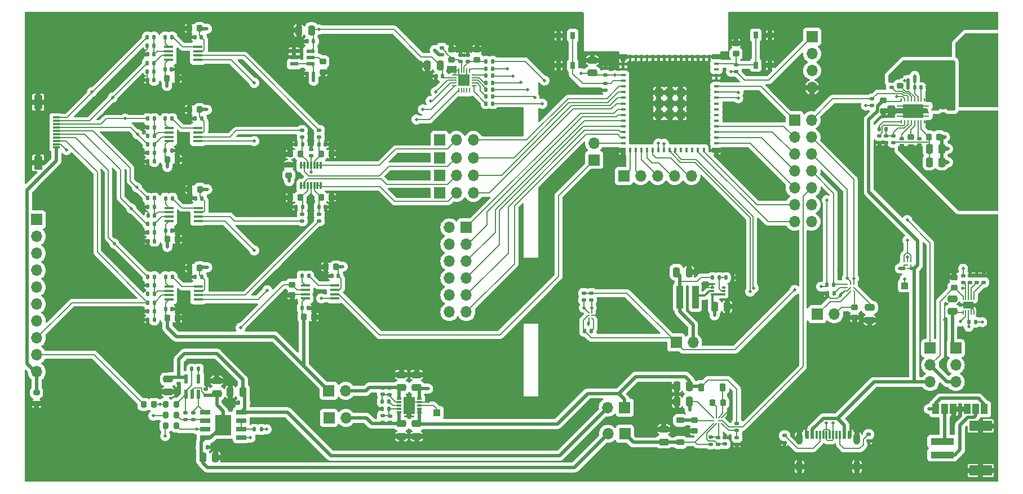
<source format=gbr>
%TF.GenerationSoftware,KiCad,Pcbnew,7.0.1*%
%TF.CreationDate,2024-05-02T17:31:46-06:00*%
%TF.ProjectId,Neural_Interface,4e657572-616c-45f4-996e-746572666163,1*%
%TF.SameCoordinates,Original*%
%TF.FileFunction,Copper,L1,Top*%
%TF.FilePolarity,Positive*%
%FSLAX46Y46*%
G04 Gerber Fmt 4.6, Leading zero omitted, Abs format (unit mm)*
G04 Created by KiCad (PCBNEW 7.0.1) date 2024-05-02 17:31:46*
%MOMM*%
%LPD*%
G01*
G04 APERTURE LIST*
G04 Aperture macros list*
%AMRoundRect*
0 Rectangle with rounded corners*
0 $1 Rounding radius*
0 $2 $3 $4 $5 $6 $7 $8 $9 X,Y pos of 4 corners*
0 Add a 4 corners polygon primitive as box body*
4,1,4,$2,$3,$4,$5,$6,$7,$8,$9,$2,$3,0*
0 Add four circle primitives for the rounded corners*
1,1,$1+$1,$2,$3*
1,1,$1+$1,$4,$5*
1,1,$1+$1,$6,$7*
1,1,$1+$1,$8,$9*
0 Add four rect primitives between the rounded corners*
20,1,$1+$1,$2,$3,$4,$5,0*
20,1,$1+$1,$4,$5,$6,$7,0*
20,1,$1+$1,$6,$7,$8,$9,0*
20,1,$1+$1,$8,$9,$2,$3,0*%
G04 Aperture macros list end*
%TA.AperFunction,SMDPad,CuDef*%
%ADD10RoundRect,0.135000X-0.185000X0.135000X-0.185000X-0.135000X0.185000X-0.135000X0.185000X0.135000X0*%
%TD*%
%TA.AperFunction,ComponentPad*%
%ADD11R,1.700000X1.700000*%
%TD*%
%TA.AperFunction,ComponentPad*%
%ADD12O,1.700000X1.700000*%
%TD*%
%TA.AperFunction,SMDPad,CuDef*%
%ADD13RoundRect,0.140000X0.170000X-0.140000X0.170000X0.140000X-0.170000X0.140000X-0.170000X-0.140000X0*%
%TD*%
%TA.AperFunction,SMDPad,CuDef*%
%ADD14RoundRect,0.140000X0.140000X0.170000X-0.140000X0.170000X-0.140000X-0.170000X0.140000X-0.170000X0*%
%TD*%
%TA.AperFunction,SMDPad,CuDef*%
%ADD15RoundRect,0.135000X-0.135000X-0.185000X0.135000X-0.185000X0.135000X0.185000X-0.135000X0.185000X0*%
%TD*%
%TA.AperFunction,SMDPad,CuDef*%
%ADD16RoundRect,0.250000X-0.250000X-0.475000X0.250000X-0.475000X0.250000X0.475000X-0.250000X0.475000X0*%
%TD*%
%TA.AperFunction,SMDPad,CuDef*%
%ADD17R,1.000000X1.000000*%
%TD*%
%TA.AperFunction,SMDPad,CuDef*%
%ADD18RoundRect,0.135000X0.185000X-0.135000X0.185000X0.135000X-0.185000X0.135000X-0.185000X-0.135000X0*%
%TD*%
%TA.AperFunction,SMDPad,CuDef*%
%ADD19RoundRect,0.250000X0.250000X0.475000X-0.250000X0.475000X-0.250000X-0.475000X0.250000X-0.475000X0*%
%TD*%
%TA.AperFunction,SMDPad,CuDef*%
%ADD20R,1.400000X0.450000*%
%TD*%
%TA.AperFunction,SMDPad,CuDef*%
%ADD21RoundRect,0.140000X-0.140000X-0.170000X0.140000X-0.170000X0.140000X0.170000X-0.140000X0.170000X0*%
%TD*%
%TA.AperFunction,SMDPad,CuDef*%
%ADD22RoundRect,0.225000X0.250000X-0.225000X0.250000X0.225000X-0.250000X0.225000X-0.250000X-0.225000X0*%
%TD*%
%TA.AperFunction,SMDPad,CuDef*%
%ADD23R,0.800000X0.200000*%
%TD*%
%TA.AperFunction,SMDPad,CuDef*%
%ADD24R,0.200000X0.800000*%
%TD*%
%TA.AperFunction,SMDPad,CuDef*%
%ADD25R,1.800000X1.800000*%
%TD*%
%TA.AperFunction,SMDPad,CuDef*%
%ADD26R,0.200000X0.750000*%
%TD*%
%TA.AperFunction,SMDPad,CuDef*%
%ADD27R,1.600000X1.000000*%
%TD*%
%TA.AperFunction,SMDPad,CuDef*%
%ADD28RoundRect,0.250000X-0.475000X0.250000X-0.475000X-0.250000X0.475000X-0.250000X0.475000X0.250000X0*%
%TD*%
%TA.AperFunction,SMDPad,CuDef*%
%ADD29RoundRect,0.225000X-0.225000X-0.250000X0.225000X-0.250000X0.225000X0.250000X-0.225000X0.250000X0*%
%TD*%
%TA.AperFunction,SMDPad,CuDef*%
%ADD30R,1.000000X0.300000*%
%TD*%
%TA.AperFunction,SMDPad,CuDef*%
%ADD31R,1.300000X2.000000*%
%TD*%
%TA.AperFunction,SMDPad,CuDef*%
%ADD32RoundRect,0.135000X0.135000X0.185000X-0.135000X0.185000X-0.135000X-0.185000X0.135000X-0.185000X0*%
%TD*%
%TA.AperFunction,SMDPad,CuDef*%
%ADD33R,0.800000X0.300000*%
%TD*%
%TA.AperFunction,SMDPad,CuDef*%
%ADD34R,1.750000X2.500000*%
%TD*%
%TA.AperFunction,SMDPad,CuDef*%
%ADD35RoundRect,0.218750X-0.256250X0.218750X-0.256250X-0.218750X0.256250X-0.218750X0.256250X0.218750X0*%
%TD*%
%TA.AperFunction,SMDPad,CuDef*%
%ADD36RoundRect,0.225000X0.225000X0.250000X-0.225000X0.250000X-0.225000X-0.250000X0.225000X-0.250000X0*%
%TD*%
%TA.AperFunction,SMDPad,CuDef*%
%ADD37R,4.000000X4.000000*%
%TD*%
%TA.AperFunction,SMDPad,CuDef*%
%ADD38RoundRect,0.218750X0.218750X0.256250X-0.218750X0.256250X-0.218750X-0.256250X0.218750X-0.256250X0*%
%TD*%
%TA.AperFunction,SMDPad,CuDef*%
%ADD39RoundRect,0.250000X0.475000X-0.250000X0.475000X0.250000X-0.475000X0.250000X-0.475000X-0.250000X0*%
%TD*%
%TA.AperFunction,SMDPad,CuDef*%
%ADD40R,1.200000X0.600000*%
%TD*%
%TA.AperFunction,SMDPad,CuDef*%
%ADD41C,0.290000*%
%TD*%
%TA.AperFunction,SMDPad,CuDef*%
%ADD42RoundRect,0.140000X-0.170000X0.140000X-0.170000X-0.140000X0.170000X-0.140000X0.170000X0.140000X0*%
%TD*%
%TA.AperFunction,SMDPad,CuDef*%
%ADD43RoundRect,0.200000X0.200000X0.275000X-0.200000X0.275000X-0.200000X-0.275000X0.200000X-0.275000X0*%
%TD*%
%TA.AperFunction,SMDPad,CuDef*%
%ADD44R,0.980000X3.400000*%
%TD*%
%TA.AperFunction,SMDPad,CuDef*%
%ADD45R,0.558800X1.371600*%
%TD*%
%TA.AperFunction,SMDPad,CuDef*%
%ADD46R,1.000000X1.500000*%
%TD*%
%TA.AperFunction,SMDPad,CuDef*%
%ADD47R,0.300000X1.075000*%
%TD*%
%TA.AperFunction,SMDPad,CuDef*%
%ADD48RoundRect,0.200000X-0.200000X-0.275000X0.200000X-0.275000X0.200000X0.275000X-0.200000X0.275000X0*%
%TD*%
%TA.AperFunction,SMDPad,CuDef*%
%ADD49RoundRect,0.225000X-0.375000X0.225000X-0.375000X-0.225000X0.375000X-0.225000X0.375000X0.225000X0*%
%TD*%
%TA.AperFunction,SMDPad,CuDef*%
%ADD50R,0.700000X1.000000*%
%TD*%
%TA.AperFunction,SMDPad,CuDef*%
%ADD51RoundRect,0.225000X-0.225000X-0.375000X0.225000X-0.375000X0.225000X0.375000X-0.225000X0.375000X0*%
%TD*%
%TA.AperFunction,SMDPad,CuDef*%
%ADD52R,0.800000X0.400000*%
%TD*%
%TA.AperFunction,SMDPad,CuDef*%
%ADD53R,0.400000X0.800000*%
%TD*%
%TA.AperFunction,SMDPad,CuDef*%
%ADD54R,1.200000X1.200000*%
%TD*%
%TA.AperFunction,SMDPad,CuDef*%
%ADD55R,0.800000X0.800000*%
%TD*%
%TA.AperFunction,SMDPad,CuDef*%
%ADD56RoundRect,0.225000X-0.250000X0.225000X-0.250000X-0.225000X0.250000X-0.225000X0.250000X0.225000X0*%
%TD*%
%TA.AperFunction,SMDPad,CuDef*%
%ADD57R,1.525000X0.650000*%
%TD*%
%TA.AperFunction,SMDPad,CuDef*%
%ADD58R,2.410000X3.098000*%
%TD*%
%TA.AperFunction,SMDPad,CuDef*%
%ADD59RoundRect,0.218750X-0.218750X-0.256250X0.218750X-0.256250X0.218750X0.256250X-0.218750X0.256250X0*%
%TD*%
%TA.AperFunction,SMDPad,CuDef*%
%ADD60RoundRect,0.200000X0.275000X-0.200000X0.275000X0.200000X-0.275000X0.200000X-0.275000X-0.200000X0*%
%TD*%
%TA.AperFunction,SMDPad,CuDef*%
%ADD61R,3.505200X0.990600*%
%TD*%
%TA.AperFunction,SMDPad,CuDef*%
%ADD62R,3.403600X1.498600*%
%TD*%
%TA.AperFunction,SMDPad,CuDef*%
%ADD63R,0.475000X0.300000*%
%TD*%
%TA.AperFunction,SMDPad,CuDef*%
%ADD64RoundRect,0.250000X0.325000X0.650000X-0.325000X0.650000X-0.325000X-0.650000X0.325000X-0.650000X0*%
%TD*%
%TA.AperFunction,SMDPad,CuDef*%
%ADD65R,0.600000X1.150000*%
%TD*%
%TA.AperFunction,SMDPad,CuDef*%
%ADD66R,0.300000X1.150000*%
%TD*%
%TA.AperFunction,ComponentPad*%
%ADD67O,1.000000X1.800000*%
%TD*%
%TA.AperFunction,SMDPad,CuDef*%
%ADD68C,0.200000*%
%TD*%
%TA.AperFunction,SMDPad,CuDef*%
%ADD69C,0.250000*%
%TD*%
%TA.AperFunction,SMDPad,CuDef*%
%ADD70C,0.298000*%
%TD*%
%TA.AperFunction,SMDPad,CuDef*%
%ADD71R,0.600000X0.240000*%
%TD*%
%TA.AperFunction,SMDPad,CuDef*%
%ADD72R,0.240000X0.600000*%
%TD*%
%TA.AperFunction,SMDPad,CuDef*%
%ADD73R,3.050000X2.050000*%
%TD*%
%TA.AperFunction,ViaPad*%
%ADD74C,0.500000*%
%TD*%
%TA.AperFunction,Conductor*%
%ADD75C,0.200000*%
%TD*%
%TA.AperFunction,Conductor*%
%ADD76C,0.127000*%
%TD*%
%TA.AperFunction,Conductor*%
%ADD77C,0.500000*%
%TD*%
%TA.AperFunction,Conductor*%
%ADD78C,0.300000*%
%TD*%
G04 APERTURE END LIST*
D10*
%TO.P,R21,1*%
%TO.N,+9v*%
X126912500Y-86805000D03*
%TO.P,R21,2*%
%TO.N,Net-(IC7-INV2)*%
X126912500Y-87825000D03*
%TD*%
D11*
%TO.P,J5,1,Pin_1*%
%TO.N,OUT_SEL*%
X155950000Y-75485000D03*
D12*
%TO.P,J5,2,Pin_2*%
%TO.N,5v_Sel*%
X155950000Y-78025000D03*
%TO.P,J5,3,Pin_3*%
%TO.N,5v_USB*%
X155950000Y-80565000D03*
%TD*%
D13*
%TO.P,C87,1*%
%TO.N,Net-(IC17-AVDD)*%
X85393333Y-32477500D03*
%TO.P,C87,2*%
%TO.N,GND*%
X85393333Y-31517500D03*
%TD*%
D14*
%TO.P,C56,1*%
%TO.N,+3.3VA*%
X46495000Y-41010000D03*
%TO.P,C56,2*%
%TO.N,GND*%
X45535000Y-41010000D03*
%TD*%
D15*
%TO.P,R40,1*%
%TO.N,GND*%
X38390000Y-42311000D03*
%TO.P,R40,2*%
%TO.N,Net-(IC9--IN)*%
X39410000Y-42311000D03*
%TD*%
D16*
%TO.P,C72,1*%
%TO.N,Stim-*%
X46699000Y-91915000D03*
%TO.P,C72,2*%
%TO.N,GND*%
X48599000Y-91915000D03*
%TD*%
D17*
%TO.P,TP4,1,1*%
%TO.N,Net-(IC5-NR{slash}SS)*%
X81875000Y-85175000D03*
%TD*%
D18*
%TO.P,R3,1*%
%TO.N,SCL*%
X105025000Y-68260000D03*
%TO.P,R3,2*%
%TO.N,+3.3V*%
X105025000Y-67240000D03*
%TD*%
D13*
%TO.P,C71,1*%
%TO.N,Net-(IC14--IN1)*%
X45224000Y-86190000D03*
%TO.P,C71,2*%
%TO.N,Net-(IC14-VOUT1)*%
X45224000Y-85230000D03*
%TD*%
D18*
%TO.P,R11,1*%
%TO.N,+3.3V*%
X147225000Y-39060000D03*
%TO.P,R11,2*%
%TO.N,Wireless_Status*%
X147225000Y-38040000D03*
%TD*%
D19*
%TO.P,C24,1*%
%TO.N,+9v*%
X119775000Y-81225000D03*
%TO.P,C24,2*%
%TO.N,GND*%
X117875000Y-81225000D03*
%TD*%
D10*
%TO.P,R61,1*%
%TO.N,Net-(IC17-AVDD)*%
X82620000Y-30392500D03*
%TO.P,R61,2*%
%TO.N,+3.3VA*%
X82620000Y-31412500D03*
%TD*%
D20*
%TO.P,IC8,1,RG_1*%
%TO.N,Net-(IC8-RG_1)*%
X41550000Y-30245000D03*
%TO.P,IC8,2,-IN*%
%TO.N,Net-(IC8--IN)*%
X41550000Y-30895000D03*
%TO.P,IC8,3,+IN*%
%TO.N,Net-(IC8-+IN)*%
X41550000Y-31545000D03*
%TO.P,IC8,4,-VS*%
%TO.N,-3V3*%
X41550000Y-32195000D03*
%TO.P,IC8,5,REF*%
%TO.N,Vref*%
X45950000Y-32195000D03*
%TO.P,IC8,6,OUT*%
%TO.N,Probe_1*%
X45950000Y-31545000D03*
%TO.P,IC8,7,+VS*%
%TO.N,+3.3VA*%
X45950000Y-30895000D03*
%TO.P,IC8,8,RG_2*%
%TO.N,Net-(IC8-RG_2)*%
X45950000Y-30245000D03*
%TD*%
D11*
%TO.P,J10,1,Pin_1*%
%TO.N,5v_Batt*%
X159775000Y-75485000D03*
D12*
%TO.P,J10,2,Pin_2*%
%TO.N,5v_Sys*%
X159775000Y-78025000D03*
%TO.P,J10,3,Pin_3*%
%TO.N,5v_Sel*%
X159775000Y-80565000D03*
%TD*%
D21*
%TO.P,C9,1*%
%TO.N,Net-(IC1-BOOT1)*%
X154570000Y-36375000D03*
%TO.P,C9,2*%
%TO.N,AC1*%
X155530000Y-36375000D03*
%TD*%
D22*
%TO.P,C89,1*%
%TO.N,Net-(IC17-DVDD)*%
X87870000Y-32202500D03*
%TO.P,C89,2*%
%TO.N,GND*%
X87870000Y-30652500D03*
%TD*%
D23*
%TO.P,IC17,1,REFIN-*%
%TO.N,GND*%
X84425000Y-34475000D03*
%TO.P,IC17,2,REFIN+/OUT*%
%TO.N,Vref*%
X84425000Y-34875000D03*
%TO.P,IC17,3,CH0*%
%TO.N,OADC_1*%
X84425000Y-35275000D03*
%TO.P,IC17,4,CH1*%
%TO.N,OADC_2*%
X84425000Y-35675000D03*
%TO.P,IC17,5,CH2*%
%TO.N,OADC_3*%
X84425000Y-36075000D03*
D24*
%TO.P,IC17,6,CH3*%
%TO.N,OADC_4*%
X85125000Y-36775000D03*
%TO.P,IC17,7,CH4*%
%TO.N,unconnected-(IC17-CH4-Pad7)*%
X85525000Y-36775000D03*
%TO.P,IC17,8,CH5*%
%TO.N,unconnected-(IC17-CH5-Pad8)*%
X85925000Y-36775000D03*
%TO.P,IC17,9,CH6*%
%TO.N,unconnected-(IC17-CH6-Pad9)*%
X86325000Y-36775000D03*
%TO.P,IC17,10,CH7*%
%TO.N,unconnected-(IC17-CH7-Pad10)*%
X86725000Y-36775000D03*
D23*
%TO.P,IC17,11,~{CS}*%
%TO.N,Net-(IC17-~{CS})*%
X87425000Y-36075000D03*
%TO.P,IC17,12,SCK*%
%TO.N,Net-(IC17-SCK)*%
X87425000Y-35675000D03*
%TO.P,IC17,13,SDI*%
%TO.N,Net-(IC17-SDI)*%
X87425000Y-35275000D03*
%TO.P,IC17,14,SDO*%
%TO.N,Net-(IC17-SDO)*%
X87425000Y-34875000D03*
%TO.P,IC17,15,~{IRQ}/MDAT*%
%TO.N,Net-(IC17-~{IRQ}{slash}MDAT)*%
X87425000Y-34475000D03*
D24*
%TO.P,IC17,16,MCLK*%
%TO.N,Net-(IC17-MCLK)*%
X86725000Y-33775000D03*
%TO.P,IC17,17,DGND*%
%TO.N,GND*%
X86325000Y-33775000D03*
%TO.P,IC17,18,DVDD*%
%TO.N,Net-(IC17-DVDD)*%
X85925000Y-33775000D03*
%TO.P,IC17,19,AVDD*%
%TO.N,Net-(IC17-AVDD)*%
X85525000Y-33775000D03*
%TO.P,IC17,20,AGND*%
%TO.N,GND*%
X85125000Y-33775000D03*
D25*
%TO.P,IC17,21,EP*%
X85925000Y-35275000D03*
%TD*%
D14*
%TO.P,C5,1*%
%TO.N,5v_Wireless*%
X153605000Y-35300000D03*
%TO.P,C5,2*%
%TO.N,GND*%
X152645000Y-35300000D03*
%TD*%
D13*
%TO.P,C31,1*%
%TO.N,Net-(IC7-VREF)*%
X125137500Y-89860000D03*
%TO.P,C31,2*%
%TO.N,GND*%
X125137500Y-88900000D03*
%TD*%
D26*
%TO.P,IC3,1,SYS*%
%TO.N,5v_Batt*%
X160887500Y-70075000D03*
%TO.P,IC3,2,BAT*%
%TO.N,V_Fuel*%
X161287500Y-70075000D03*
%TO.P,IC3,3,STAT2*%
%TO.N,CHRG_STAT2*%
X161687500Y-70075000D03*
%TO.P,IC3,4,~{CE}*%
%TO.N,GND*%
X162087500Y-70075000D03*
%TO.P,IC3,5,GND*%
X162487500Y-70075000D03*
%TO.P,IC3,6,TS/MR*%
%TO.N,Net-(IC3-TS{slash}MR)*%
X162487500Y-67875000D03*
%TO.P,IC3,7,ILIM/VSET*%
%TO.N,Net-(IC3-ILIM{slash}VSET)*%
X162087500Y-67875000D03*
%TO.P,IC3,8,ISET*%
%TO.N,Net-(IC3-ISET)*%
X161687500Y-67875000D03*
%TO.P,IC3,9,STAT1*%
%TO.N,CHRG_STAT1*%
X161287500Y-67875000D03*
%TO.P,IC3,10,IN*%
%TO.N,5v_Sel*%
X160887500Y-67875000D03*
D27*
%TO.P,IC3,11,EP*%
%TO.N,GND*%
X161687500Y-68975000D03*
%TD*%
D28*
%TO.P,C77,1*%
%TO.N,Stim+*%
X41475000Y-80145000D03*
%TO.P,C77,2*%
%TO.N,GND*%
X41475000Y-82045000D03*
%TD*%
D16*
%TO.P,C14,1*%
%TO.N,RECT*%
X155795000Y-45530000D03*
%TO.P,C14,2*%
%TO.N,GND*%
X157695000Y-45530000D03*
%TD*%
D29*
%TO.P,C43,1*%
%TO.N,-3V3*%
X41305000Y-34970000D03*
%TO.P,C43,2*%
%TO.N,GND*%
X42855000Y-34970000D03*
%TD*%
D30*
%TO.P,J17,1,1*%
%TO.N,Probe_in_1-*%
X24650000Y-40850000D03*
%TO.P,J17,2,2*%
%TO.N,Probe_in_1+*%
X24650000Y-41350000D03*
%TO.P,J17,3,3*%
%TO.N,Probe_in_2-*%
X24650000Y-41850000D03*
%TO.P,J17,4,4*%
%TO.N,Probe_in_2+*%
X24650000Y-42350000D03*
%TO.P,J17,5,5*%
%TO.N,Probe_in_3-*%
X24650000Y-42850000D03*
%TO.P,J17,6,6*%
%TO.N,Probe_in_3+*%
X24650000Y-43350000D03*
%TO.P,J17,7,7*%
%TO.N,Probe_in_4-*%
X24650000Y-43850000D03*
%TO.P,J17,8,8*%
%TO.N,Probe_in_4+*%
X24650000Y-44350000D03*
%TO.P,J17,9,9*%
%TO.N,Stim_out*%
X24650000Y-44850000D03*
%TO.P,J17,10,10*%
%TO.N,Stim_gnd*%
X24650000Y-45350000D03*
D31*
%TO.P,J17,11,11*%
%TO.N,GND*%
X21950000Y-38550000D03*
%TO.P,J17,12,12*%
X21950000Y-47650000D03*
%TD*%
D32*
%TO.P,R39,1*%
%TO.N,Net-(IC9--IN)*%
X39410000Y-41020000D03*
%TO.P,R39,2*%
%TO.N,Probe_in_2-*%
X38390000Y-41020000D03*
%TD*%
D14*
%TO.P,C85,1*%
%TO.N,Vref*%
X82675000Y-34652500D03*
%TO.P,C85,2*%
%TO.N,GND*%
X81715000Y-34652500D03*
%TD*%
D19*
%TO.P,C84,1*%
%TO.N,Vref*%
X82320000Y-33002500D03*
%TO.P,C84,2*%
%TO.N,GND*%
X80420000Y-33002500D03*
%TD*%
D29*
%TO.P,C78,1*%
%TO.N,Stim_out*%
X37800000Y-83925000D03*
%TO.P,C78,2*%
%TO.N,Net-(IC14-+IN2)*%
X39350000Y-83925000D03*
%TD*%
D32*
%TO.P,R41,1*%
%TO.N,Net-(IC10--IN)*%
X39435000Y-52970000D03*
%TO.P,R41,2*%
%TO.N,Probe_in_3-*%
X38415000Y-52970000D03*
%TD*%
%TO.P,R64,1*%
%TO.N,SDI*%
X90230000Y-36662500D03*
%TO.P,R64,2*%
%TO.N,Net-(IC17-SDI)*%
X89210000Y-36662500D03*
%TD*%
D11*
%TO.P,J11,1,Pin_1*%
%TO.N,+9v*%
X110055000Y-84400000D03*
D12*
%TO.P,J11,2,Pin_2*%
%TO.N,Stim+*%
X107515000Y-84400000D03*
%TD*%
D15*
%TO.P,R58,1*%
%TO.N,Net-(IC15-VOUT)*%
X45015000Y-78607000D03*
%TO.P,R58,2*%
%TO.N,Net-(IC15--IN)*%
X46035000Y-78607000D03*
%TD*%
D22*
%TO.P,C67,1*%
%TO.N,+3.3VA*%
X59600000Y-49507000D03*
%TO.P,C67,2*%
%TO.N,GND*%
X59600000Y-47957000D03*
%TD*%
D14*
%TO.P,C41,1*%
%TO.N,Net-(IC10--IN)*%
X39425000Y-55552000D03*
%TO.P,C41,2*%
%TO.N,GND*%
X38465000Y-55552000D03*
%TD*%
D11*
%TO.P,J12,1,Pin_1*%
%TO.N,-9v*%
X110080000Y-88350000D03*
D12*
%TO.P,J12,2,Pin_2*%
%TO.N,Stim-*%
X107540000Y-88350000D03*
%TD*%
D14*
%TO.P,C37,1*%
%TO.N,Net-(IC10-+IN)*%
X39425000Y-59420000D03*
%TO.P,C37,2*%
%TO.N,GND*%
X38465000Y-59420000D03*
%TD*%
D20*
%TO.P,IC11,1,RG_1*%
%TO.N,Net-(IC11-RG_1)*%
X41600000Y-66220000D03*
%TO.P,IC11,2,-IN*%
%TO.N,Net-(IC11--IN)*%
X41600000Y-66870000D03*
%TO.P,IC11,3,+IN*%
%TO.N,Net-(IC11-+IN)*%
X41600000Y-67520000D03*
%TO.P,IC11,4,-VS*%
%TO.N,-3V3*%
X41600000Y-68170000D03*
%TO.P,IC11,5,REF*%
%TO.N,Vref*%
X46000000Y-68170000D03*
%TO.P,IC11,6,OUT*%
%TO.N,Probe_4*%
X46000000Y-67520000D03*
%TO.P,IC11,7,+VS*%
%TO.N,+3.3VA*%
X46000000Y-66870000D03*
%TO.P,IC11,8,RG_2*%
%TO.N,Net-(IC11-RG_2)*%
X46000000Y-66220000D03*
%TD*%
D33*
%TO.P,IC5,1,INP*%
%TO.N,+9v*%
X79175000Y-85072500D03*
%TO.P,IC5,2,EN*%
X79175000Y-84572500D03*
%TO.P,IC5,3,NR/SS*%
%TO.N,Net-(IC5-NR{slash}SS)*%
X79175000Y-84072500D03*
%TO.P,IC5,4,GND*%
%TO.N,GND*%
X79175000Y-83572500D03*
%TO.P,IC5,5,INN*%
%TO.N,-9v*%
X79175000Y-83072500D03*
%TO.P,IC5,6,OUTN*%
%TO.N,-3.3va*%
X76175000Y-83072500D03*
%TO.P,IC5,7,FBN*%
%TO.N,Net-(IC5-FBN)*%
X76175000Y-83572500D03*
%TO.P,IC5,8,BUF*%
%TO.N,Net-(IC5-BUF)*%
X76175000Y-84072500D03*
%TO.P,IC5,9,FBP*%
%TO.N,Net-(IC5-FBP)*%
X76175000Y-84572500D03*
%TO.P,IC5,10,OUTP*%
%TO.N,+3.3va*%
X76175000Y-85072500D03*
D34*
%TO.P,IC5,11,EP*%
%TO.N,GND*%
X77675000Y-84072500D03*
%TD*%
D15*
%TO.P,R14,1*%
%TO.N,+3.3V*%
X140450000Y-66000000D03*
%TO.P,R14,2*%
%TO.N,Fuel_Status*%
X141470000Y-66000000D03*
%TD*%
D29*
%TO.P,C44,1*%
%TO.N,-3V3*%
X41330000Y-47170000D03*
%TO.P,C44,2*%
%TO.N,GND*%
X42880000Y-47170000D03*
%TD*%
D15*
%TO.P,R32,1*%
%TO.N,GND*%
X38390000Y-46164000D03*
%TO.P,R32,2*%
%TO.N,Net-(IC9-+IN)*%
X39410000Y-46164000D03*
%TD*%
D19*
%TO.P,C34,1*%
%TO.N,5v_Sys*%
X119800000Y-83525000D03*
%TO.P,C34,2*%
%TO.N,GND*%
X117900000Y-83525000D03*
%TD*%
D32*
%TO.P,R31,1*%
%TO.N,Net-(IC9-+IN)*%
X39410000Y-44873000D03*
%TO.P,R31,2*%
%TO.N,Probe_in_2+*%
X38390000Y-44873000D03*
%TD*%
D13*
%TO.P,C28,1*%
%TO.N,Net-(IC5-FBN)*%
X73675000Y-82430000D03*
%TO.P,C28,2*%
%TO.N,-3.3va*%
X73675000Y-81470000D03*
%TD*%
D35*
%TO.P,L3,1,1*%
%TO.N,Net-(D2-K)*%
X120550000Y-86325000D03*
%TO.P,L3,2,2*%
%TO.N,GND*%
X120550000Y-87900000D03*
%TD*%
D36*
%TO.P,C53,1*%
%TO.N,+3.3VA*%
X46250000Y-51645000D03*
%TO.P,C53,2*%
%TO.N,GND*%
X44700000Y-51645000D03*
%TD*%
D32*
%TO.P,R26,1*%
%TO.N,Net-(IC5-FBP)*%
X74610000Y-84585000D03*
%TO.P,R26,2*%
%TO.N,GND*%
X73590000Y-84585000D03*
%TD*%
D18*
%TO.P,R55,1*%
%TO.N,Net-(IC14--IN1)*%
X44099000Y-86225000D03*
%TO.P,R55,2*%
%TO.N,Net-(IC15-VOUT)*%
X44099000Y-85205000D03*
%TD*%
D10*
%TO.P,R22,1*%
%TO.N,Net-(IC7-INV2)*%
X126912500Y-88905000D03*
%TO.P,R22,2*%
%TO.N,GND*%
X126912500Y-89925000D03*
%TD*%
D36*
%TO.P,C51,1*%
%TO.N,+3.3VA*%
X46195000Y-27470000D03*
%TO.P,C51,2*%
%TO.N,GND*%
X44645000Y-27470000D03*
%TD*%
D14*
%TO.P,C81,1*%
%TO.N,Stim+*%
X53004000Y-83690000D03*
%TO.P,C81,2*%
%TO.N,GND*%
X52044000Y-83690000D03*
%TD*%
D10*
%TO.P,R52,1*%
%TO.N,Net-(D6-K)*%
X64175000Y-55372000D03*
%TO.P,R52,2*%
%TO.N,Probe_4*%
X64175000Y-56392000D03*
%TD*%
D21*
%TO.P,C62,1*%
%TO.N,Net-(D6-K)*%
X64135000Y-54289500D03*
%TO.P,C62,2*%
%TO.N,GND*%
X65095000Y-54289500D03*
%TD*%
D10*
%TO.P,R8,1*%
%TO.N,Net-(IC1-TS{slash}CTRL)*%
X148325000Y-43575000D03*
%TO.P,R8,2*%
%TO.N,GND*%
X148325000Y-44595000D03*
%TD*%
D18*
%TO.P,R16,1*%
%TO.N,Net-(IC3-TS{slash}MR)*%
X163987500Y-65600000D03*
%TO.P,R16,2*%
%TO.N,GND*%
X163987500Y-64580000D03*
%TD*%
D17*
%TO.P,TP1,1,1*%
%TO.N,Net-(IC2-SS)*%
X152125000Y-66100000D03*
%TD*%
D11*
%TO.P,J1,1,Pin_1*%
%TO.N,GPIO45*%
X135575000Y-41245000D03*
D12*
%TO.P,J1,2,Pin_2*%
%TO.N,Wireless_Status*%
X138115000Y-41245000D03*
%TO.P,J1,3,Pin_3*%
%TO.N,GPIO38*%
X135575000Y-43785000D03*
%TO.P,J1,4,Pin_4*%
%TO.N,SCL*%
X138115000Y-43785000D03*
%TO.P,J1,5,Pin_5*%
%TO.N,GPIO37*%
X135575000Y-46325000D03*
%TO.P,J1,6,Pin_6*%
%TO.N,SDA*%
X138115000Y-46325000D03*
%TO.P,J1,7,Pin_7*%
%TO.N,GPIO36*%
X135575000Y-48865000D03*
%TO.P,J1,8,Pin_8*%
%TO.N,Fuel_Status*%
X138115000Y-48865000D03*
%TO.P,J1,9,Pin_9*%
%TO.N,GPIO35*%
X135575000Y-51405000D03*
%TO.P,J1,10,Pin_10*%
%TO.N,HV_En*%
X138115000Y-51405000D03*
%TO.P,J1,11,Pin_11*%
%TO.N,GPIO34*%
X135575000Y-53945000D03*
%TO.P,J1,12,Pin_12*%
%TO.N,CHRG_STAT1*%
X138115000Y-53945000D03*
%TO.P,J1,13,Pin_13*%
%TO.N,GPIO33*%
X135575000Y-56485000D03*
%TO.P,J1,14,Pin_14*%
%TO.N,CHRG_STAT2*%
X138115000Y-56485000D03*
%TD*%
D16*
%TO.P,C26,1*%
%TO.N,+3v*%
X117825000Y-64075000D03*
%TO.P,C26,2*%
%TO.N,GND*%
X119725000Y-64075000D03*
%TD*%
D14*
%TO.P,C38,1*%
%TO.N,Net-(IC11-+IN)*%
X39400000Y-71225000D03*
%TO.P,C38,2*%
%TO.N,GND*%
X38440000Y-71225000D03*
%TD*%
D32*
%TO.P,R37,1*%
%TO.N,Net-(IC8--IN)*%
X39360000Y-28795000D03*
%TO.P,R37,2*%
%TO.N,Probe_in_1-*%
X38340000Y-28795000D03*
%TD*%
D14*
%TO.P,C55,1*%
%TO.N,+3.3VA*%
X46470000Y-28810000D03*
%TO.P,C55,2*%
%TO.N,GND*%
X45510000Y-28810000D03*
%TD*%
D37*
%TO.P,TP3,1,1*%
%TO.N,AC2*%
X163275000Y-51475000D03*
%TD*%
D14*
%TO.P,C42,1*%
%TO.N,Net-(IC11--IN)*%
X39400000Y-67357000D03*
%TO.P,C42,2*%
%TO.N,GND*%
X38440000Y-67357000D03*
%TD*%
D19*
%TO.P,C79,1*%
%TO.N,Stim+*%
X52699000Y-82040000D03*
%TO.P,C79,2*%
%TO.N,GND*%
X50799000Y-82040000D03*
%TD*%
D36*
%TO.P,C54,1*%
%TO.N,+3.3VA*%
X46230000Y-63430000D03*
%TO.P,C54,2*%
%TO.N,GND*%
X44680000Y-63430000D03*
%TD*%
D32*
%TO.P,R67,1*%
%TO.N,SDO*%
X90230000Y-35617500D03*
%TO.P,R67,2*%
%TO.N,Net-(IC17-SDO)*%
X89210000Y-35617500D03*
%TD*%
D38*
%TO.P,D5,1,K*%
%TO.N,Net-(D5-K)*%
X61362500Y-52857000D03*
%TO.P,D5,2,A*%
%TO.N,GND*%
X59787500Y-52857000D03*
%TD*%
D15*
%TO.P,R34,1*%
%TO.N,GND*%
X38415000Y-58134000D03*
%TO.P,R34,2*%
%TO.N,Net-(IC10-+IN)*%
X39435000Y-58134000D03*
%TD*%
D39*
%TO.P,C33,1*%
%TO.N,-9v*%
X115925000Y-89550000D03*
%TO.P,C33,2*%
%TO.N,GND*%
X115925000Y-87650000D03*
%TD*%
D20*
%TO.P,IC9,1,RG_1*%
%TO.N,Net-(IC9-RG_1)*%
X41575000Y-42445000D03*
%TO.P,IC9,2,-IN*%
%TO.N,Net-(IC9--IN)*%
X41575000Y-43095000D03*
%TO.P,IC9,3,+IN*%
%TO.N,Net-(IC9-+IN)*%
X41575000Y-43745000D03*
%TO.P,IC9,4,-VS*%
%TO.N,-3V3*%
X41575000Y-44395000D03*
%TO.P,IC9,5,REF*%
%TO.N,Vref*%
X45975000Y-44395000D03*
%TO.P,IC9,6,OUT*%
%TO.N,Probe_2*%
X45975000Y-43745000D03*
%TO.P,IC9,7,+VS*%
%TO.N,+3.3VA*%
X45975000Y-43095000D03*
%TO.P,IC9,8,RG_2*%
%TO.N,Net-(IC9-RG_2)*%
X45975000Y-42445000D03*
%TD*%
D14*
%TO.P,C83,1*%
%TO.N,+3.3VA*%
X67005000Y-64633750D03*
%TO.P,C83,2*%
%TO.N,GND*%
X66045000Y-64633750D03*
%TD*%
D40*
%TO.P,IC12,1,GND_1*%
%TO.N,GND*%
X60400000Y-30895000D03*
%TO.P,IC12,2,GND_2*%
X60400000Y-31845000D03*
%TO.P,IC12,3,EN*%
%TO.N,+3.3VA*%
X60400000Y-32795000D03*
%TO.P,IC12,4,VIN*%
X62900000Y-32795000D03*
%TO.P,IC12,5,NR*%
%TO.N,Net-(IC12-NR)*%
X62900000Y-31845000D03*
%TO.P,IC12,6,VREF*%
%TO.N,Vref*%
X62900000Y-30895000D03*
%TD*%
D14*
%TO.P,C60,1*%
%TO.N,Net-(D4-K)*%
X61665000Y-44899500D03*
%TO.P,C60,2*%
%TO.N,GND*%
X60705000Y-44899500D03*
%TD*%
%TO.P,C64,1*%
%TO.N,Vref*%
X63320000Y-29413334D03*
%TO.P,C64,2*%
%TO.N,GND*%
X62360000Y-29413334D03*
%TD*%
D10*
%TO.P,R51,1*%
%TO.N,Net-(D5-K)*%
X61625000Y-55372000D03*
%TO.P,R51,2*%
%TO.N,Probe_3*%
X61625000Y-56392000D03*
%TD*%
D15*
%TO.P,R44,1*%
%TO.N,GND*%
X38390000Y-66071000D03*
%TO.P,R44,2*%
%TO.N,Net-(IC11--IN)*%
X39410000Y-66071000D03*
%TD*%
D11*
%TO.P,J6,1,Pin_1*%
%TO.N,V_Fuel*%
X138985000Y-70400000D03*
D12*
%TO.P,J6,2,Pin_2*%
%TO.N,V_Batt*%
X141525000Y-70400000D03*
%TD*%
D11*
%TO.P,J3,1,Pin_1*%
%TO.N,GPIO12*%
X109925000Y-49625000D03*
D12*
%TO.P,J3,2,Pin_2*%
%TO.N,GPIO13*%
X112465000Y-49625000D03*
%TO.P,J3,3,Pin_3*%
%TO.N,GPIO14*%
X115005000Y-49625000D03*
%TO.P,J3,4,Pin_4*%
%TO.N,GPIO15*%
X117545000Y-49625000D03*
%TO.P,J3,5,Pin_5*%
%TO.N,GPIO16*%
X120085000Y-49625000D03*
%TD*%
D15*
%TO.P,R5,1*%
%TO.N,Net-(IC1-ILIM)*%
X148265000Y-42600000D03*
%TO.P,R5,2*%
%TO.N,Net-(IC1-FOD)*%
X149285000Y-42600000D03*
%TD*%
D32*
%TO.P,R43,1*%
%TO.N,Net-(IC11--IN)*%
X39410000Y-64775000D03*
%TO.P,R43,2*%
%TO.N,Probe_in_4-*%
X38390000Y-64775000D03*
%TD*%
%TO.P,R45,1*%
%TO.N,Net-(IC8-RG_2)*%
X42040000Y-28800000D03*
%TO.P,R45,2*%
%TO.N,Net-(IC8-RG_1)*%
X41020000Y-28800000D03*
%TD*%
D18*
%TO.P,R24,1*%
%TO.N,Net-(IC5-FBN)*%
X74750000Y-82460000D03*
%TO.P,R24,2*%
%TO.N,-3.3va*%
X74750000Y-81440000D03*
%TD*%
D14*
%TO.P,C36,1*%
%TO.N,Net-(IC9-+IN)*%
X39400000Y-47445000D03*
%TO.P,C36,2*%
%TO.N,GND*%
X38440000Y-47445000D03*
%TD*%
D39*
%TO.P,C29,1*%
%TO.N,-3.3va*%
X76525000Y-81385000D03*
%TO.P,C29,2*%
%TO.N,GND*%
X76525000Y-79485000D03*
%TD*%
D41*
%TO.P,IC4,A1,GPOUT*%
%TO.N,Fuel_Status*%
X143460000Y-65925000D03*
%TO.P,IC4,A2,SDA*%
%TO.N,SDA*%
X143960000Y-65925000D03*
%TO.P,IC4,A3,SCL*%
%TO.N,SCL*%
X144460000Y-65925000D03*
%TO.P,IC4,B1,BIN*%
%TO.N,Net-(IC4-BIN)*%
X143460000Y-66425000D03*
%TO.P,IC4,B2,VSS_1*%
%TO.N,GND*%
X143960000Y-66425000D03*
%TO.P,IC4,B3,VDD*%
%TO.N,Net-(IC4-VDD)*%
X144460000Y-66425000D03*
%TO.P,IC4,C1,VSS_2*%
%TO.N,GND*%
X143460000Y-66925000D03*
%TO.P,IC4,C2,SRX*%
%TO.N,V_Fuel*%
X143960000Y-66925000D03*
%TO.P,IC4,C3,BAT*%
%TO.N,V_Batt*%
X144460000Y-66925000D03*
%TD*%
D42*
%TO.P,C18,1*%
%TO.N,AC1*%
X157875000Y-39345000D03*
%TO.P,C18,2*%
%TO.N,AC2*%
X157875000Y-40305000D03*
%TD*%
D10*
%TO.P,R7,1*%
%TO.N,Net-(IC1-FOD)*%
X150375000Y-43575000D03*
%TO.P,R7,2*%
%TO.N,RECT*%
X150375000Y-44595000D03*
%TD*%
D32*
%TO.P,R29,1*%
%TO.N,Net-(IC8-+IN)*%
X39360000Y-32663000D03*
%TO.P,R29,2*%
%TO.N,Probe_in_1+*%
X38340000Y-32663000D03*
%TD*%
D18*
%TO.P,R18,1*%
%TO.N,Net-(IC3-ISET)*%
X161937500Y-65600000D03*
%TO.P,R18,2*%
%TO.N,GND*%
X161937500Y-64580000D03*
%TD*%
D13*
%TO.P,C70,1*%
%TO.N,Stim-*%
X47150000Y-82595000D03*
%TO.P,C70,2*%
%TO.N,GND*%
X47150000Y-81635000D03*
%TD*%
D32*
%TO.P,R68,1*%
%TO.N,SCK*%
X90230000Y-37707500D03*
%TO.P,R68,2*%
%TO.N,Net-(IC17-SCK)*%
X89210000Y-37707500D03*
%TD*%
D42*
%TO.P,C80,1*%
%TO.N,Stim+*%
X43075000Y-79840000D03*
%TO.P,C80,2*%
%TO.N,GND*%
X43075000Y-80800000D03*
%TD*%
D43*
%TO.P,R60,1*%
%TO.N,Net-(IC15-VOUT)*%
X42725000Y-83900000D03*
%TO.P,R60,2*%
%TO.N,Net-(IC14-+IN2)*%
X41075000Y-83900000D03*
%TD*%
D29*
%TO.P,C16,1*%
%TO.N,RECT*%
X155750000Y-43750000D03*
%TO.P,C16,2*%
%TO.N,GND*%
X157300000Y-43750000D03*
%TD*%
D11*
%TO.P,J2,1,Pin_1*%
%TO.N,GPIO5*%
X86265000Y-57356250D03*
D12*
%TO.P,J2,2,Pin_2*%
%TO.N,MCLK*%
X83725000Y-57356250D03*
%TO.P,J2,3,Pin_3*%
%TO.N,GPIO6*%
X86265000Y-59896250D03*
%TO.P,J2,4,Pin_4*%
%TO.N,~{IRQ}*%
X83725000Y-59896250D03*
%TO.P,J2,5,Pin_5*%
%TO.N,GPIO7*%
X86265000Y-62436250D03*
%TO.P,J2,6,Pin_6*%
%TO.N,SDO*%
X83725000Y-62436250D03*
%TO.P,J2,7,Pin_7*%
%TO.N,GPIO8*%
X86265000Y-64976250D03*
%TO.P,J2,8,Pin_8*%
%TO.N,SDI*%
X83725000Y-64976250D03*
%TO.P,J2,9,Pin_9*%
%TO.N,GPIO9*%
X86265000Y-67516250D03*
%TO.P,J2,10,Pin_10*%
%TO.N,SCK*%
X83725000Y-67516250D03*
%TO.P,J2,11,Pin_11*%
%TO.N,GPIO10*%
X86265000Y-70056250D03*
%TO.P,J2,12,Pin_12*%
%TO.N,~{CS}*%
X83725000Y-70056250D03*
%TD*%
D44*
%TO.P,L1,1,1*%
%TO.N,+3v*%
X118290000Y-67825000D03*
%TO.P,L1,2,2*%
%TO.N,Net-(IC6-SW)*%
X120660000Y-67825000D03*
%TD*%
D45*
%TO.P,IC15,1,VOUT*%
%TO.N,Net-(IC15-VOUT)*%
X44180200Y-82357000D03*
%TO.P,IC15,2,-VS*%
%TO.N,Stim-*%
X45120000Y-82357000D03*
%TO.P,IC15,3,+IN*%
%TO.N,Net-(IC14-VOUT1)*%
X46059800Y-82357000D03*
%TO.P,IC15,4,-IN*%
%TO.N,Net-(IC15--IN)*%
X46059800Y-80071000D03*
%TO.P,IC15,5,+VS*%
%TO.N,Stim+*%
X44180200Y-80071000D03*
%TD*%
D14*
%TO.P,C58,1*%
%TO.N,+3.3VA*%
X46505000Y-64770000D03*
%TO.P,C58,2*%
%TO.N,GND*%
X45545000Y-64770000D03*
%TD*%
%TO.P,C57,1*%
%TO.N,+3.3VA*%
X46530000Y-52985000D03*
%TO.P,C57,2*%
%TO.N,GND*%
X45570000Y-52985000D03*
%TD*%
D18*
%TO.P,R49,1*%
%TO.N,Net-(D3-K)*%
X64175000Y-43792000D03*
%TO.P,R49,2*%
%TO.N,Probe_1*%
X64175000Y-42772000D03*
%TD*%
D13*
%TO.P,C4,1*%
%TO.N,+3.3V*%
X107175000Y-34455000D03*
%TO.P,C4,2*%
%TO.N,GND*%
X107175000Y-33495000D03*
%TD*%
D32*
%TO.P,R13,1*%
%TO.N,+3.3V*%
X162747500Y-71575000D03*
%TO.P,R13,2*%
%TO.N,CHRG_STAT2*%
X161727500Y-71575000D03*
%TD*%
D11*
%TO.P,J22,1,Pin_1*%
%TO.N,Istim*%
X105475000Y-47215000D03*
D12*
%TO.P,J22,2,Pin_2*%
%TO.N,ADC_5*%
X105475000Y-44675000D03*
%TD*%
D32*
%TO.P,R63,1*%
%TO.N,~{IRQ}*%
X90230000Y-34572500D03*
%TO.P,R63,2*%
%TO.N,Net-(IC17-~{IRQ}{slash}MDAT)*%
X89210000Y-34572500D03*
%TD*%
D46*
%TO.P,J8,1,Pin_1*%
%TO.N,V_Batt*%
X164075000Y-84635000D03*
%TO.P,J8,2,Pin_2*%
%TO.N,Batt+*%
X162775000Y-84635000D03*
%TO.P,J8,3,Pin_3*%
%TO.N,GND*%
X161475000Y-84635000D03*
%TD*%
D47*
%TO.P,IC13,1,OUT1*%
%TO.N,P_1*%
X64425000Y-48032000D03*
%TO.P,IC13,2,IN1-*%
X63925000Y-48032000D03*
%TO.P,IC13,3,IN1+*%
%TO.N,Net-(D3-K)*%
X63425000Y-48032000D03*
%TO.P,IC13,4,V+*%
%TO.N,+3.3VA*%
X62925000Y-48032000D03*
%TO.P,IC13,5,IN2+*%
%TO.N,Net-(D4-K)*%
X62425000Y-48032000D03*
%TO.P,IC13,6,IN2-*%
%TO.N,P_2*%
X61925000Y-48032000D03*
%TO.P,IC13,7,OUT2*%
X61425000Y-48032000D03*
%TO.P,IC13,8,OUT3*%
%TO.N,P_3*%
X61425000Y-51108000D03*
%TO.P,IC13,9,IN3-*%
X61925000Y-51108000D03*
%TO.P,IC13,10,IN3+*%
%TO.N,Net-(D5-K)*%
X62425000Y-51108000D03*
%TO.P,IC13,11,V-*%
%TO.N,GND*%
X62925000Y-51108000D03*
%TO.P,IC13,12,IN4+*%
%TO.N,Net-(D6-K)*%
X63425000Y-51108000D03*
%TO.P,IC13,13,IN4-*%
%TO.N,P_4*%
X63925000Y-51108000D03*
%TO.P,IC13,14,OUT4*%
X64425000Y-51108000D03*
%TD*%
D10*
%TO.P,R10,1*%
%TO.N,Net-(U3-B5)*%
X146700000Y-88415000D03*
%TO.P,R10,2*%
%TO.N,GND*%
X146700000Y-89435000D03*
%TD*%
D48*
%TO.P,R54,1*%
%TO.N,Stim_control-*%
X41075000Y-87160000D03*
%TO.P,R54,2*%
%TO.N,Net-(IC14-+IN1)*%
X42725000Y-87160000D03*
%TD*%
D15*
%TO.P,R20,1*%
%TO.N,Net-(IC6-FB)*%
X125230000Y-64900000D03*
%TO.P,R20,2*%
%TO.N,GND*%
X126250000Y-64900000D03*
%TD*%
D38*
%TO.P,D4,1,K*%
%TO.N,Net-(D4-K)*%
X61362500Y-46332000D03*
%TO.P,D4,2,A*%
%TO.N,GND*%
X59787500Y-46332000D03*
%TD*%
D49*
%TO.P,D2,1,K*%
%TO.N,Net-(D2-K)*%
X118400000Y-86325000D03*
%TO.P,D2,2,A*%
%TO.N,-9v*%
X118400000Y-89625000D03*
%TD*%
D13*
%TO.P,C2,1*%
%TO.N,GND*%
X107175000Y-36730000D03*
%TO.P,C2,2*%
%TO.N,BOOT*%
X107175000Y-35770000D03*
%TD*%
D29*
%TO.P,C75,1*%
%TO.N,-3V3*%
X61855000Y-70812500D03*
%TO.P,C75,2*%
%TO.N,GND*%
X63405000Y-70812500D03*
%TD*%
D18*
%TO.P,R1,1*%
%TO.N,+3.3V*%
X126800000Y-33985000D03*
%TO.P,R1,2*%
%TO.N,RESET*%
X126800000Y-32965000D03*
%TD*%
D50*
%TO.P,SW2,1,1*%
%TO.N,BOOT*%
X102275000Y-28550000D03*
X102275000Y-33050000D03*
%TO.P,SW2,2,2*%
%TO.N,GND*%
X100125000Y-28550000D03*
X100125000Y-33050000D03*
%TD*%
D14*
%TO.P,C6,1*%
%TO.N,5v_Wireless*%
X153605000Y-36350000D03*
%TO.P,C6,2*%
%TO.N,GND*%
X152645000Y-36350000D03*
%TD*%
D51*
%TO.P,D1,1,K*%
%TO.N,+9v*%
X121500000Y-81375000D03*
%TO.P,D1,2,A*%
%TO.N,Net-(D1-A)*%
X124800000Y-81375000D03*
%TD*%
D32*
%TO.P,R66,1*%
%TO.N,MCLK*%
X90230000Y-33527500D03*
%TO.P,R66,2*%
%TO.N,Net-(IC17-MCLK)*%
X89210000Y-33527500D03*
%TD*%
D22*
%TO.P,C86,1*%
%TO.N,Net-(IC17-AVDD)*%
X84020000Y-32202500D03*
%TO.P,C86,2*%
%TO.N,GND*%
X84020000Y-30652500D03*
%TD*%
D28*
%TO.P,C22,1*%
%TO.N,Net-(IC4-VDD)*%
X146860000Y-69375000D03*
%TO.P,C22,2*%
%TO.N,GND*%
X146860000Y-71275000D03*
%TD*%
D32*
%TO.P,R47,1*%
%TO.N,Net-(IC10-RG_2)*%
X42090000Y-52975000D03*
%TO.P,R47,2*%
%TO.N,Net-(IC10-RG_1)*%
X41070000Y-52975000D03*
%TD*%
%TO.P,R33,1*%
%TO.N,Net-(IC10-+IN)*%
X39435000Y-56838000D03*
%TO.P,R33,2*%
%TO.N,Probe_in_3+*%
X38415000Y-56838000D03*
%TD*%
D15*
%TO.P,R62,1*%
%TO.N,Net-(IC17-DVDD)*%
X89210000Y-32427500D03*
%TO.P,R62,2*%
%TO.N,+3.3V*%
X90230000Y-32427500D03*
%TD*%
D32*
%TO.P,R23,1*%
%TO.N,Net-(IC5-BUF)*%
X74610000Y-83485000D03*
%TO.P,R23,2*%
%TO.N,Net-(IC5-FBN)*%
X73590000Y-83485000D03*
%TD*%
D13*
%TO.P,C68,1*%
%TO.N,+3.3VA*%
X62950000Y-46587000D03*
%TO.P,C68,2*%
%TO.N,GND*%
X62950000Y-45627000D03*
%TD*%
D22*
%TO.P,C1,1*%
%TO.N,RESET*%
X126775000Y-31275000D03*
%TO.P,C1,2*%
%TO.N,GND*%
X126775000Y-29725000D03*
%TD*%
D36*
%TO.P,C52,1*%
%TO.N,+3.3VA*%
X46220000Y-39670000D03*
%TO.P,C52,2*%
%TO.N,GND*%
X44670000Y-39670000D03*
%TD*%
D11*
%TO.P,J19,1,Pin_1*%
%TO.N,OADC_1*%
X82250000Y-44231250D03*
D12*
%TO.P,J19,2,Pin_2*%
%TO.N,P_1*%
X84790000Y-44231250D03*
%TO.P,J19,3,Pin_3*%
%TO.N,ADC_1*%
X87330000Y-44231250D03*
%TD*%
D52*
%TO.P,U2,1,GND*%
%TO.N,GND*%
X109825000Y-32800000D03*
%TO.P,U2,2,GND*%
X109825000Y-33650000D03*
%TO.P,U2,3,3V3*%
%TO.N,+3.3V*%
X109825000Y-34500000D03*
%TO.P,U2,4,IO0*%
%TO.N,BOOT*%
X109825000Y-35350000D03*
%TO.P,U2,5,IO1*%
%TO.N,ADC_1*%
X109825000Y-36200000D03*
%TO.P,U2,6,IO2*%
%TO.N,ADC_2*%
X109825000Y-37050000D03*
%TO.P,U2,7,IO3*%
%TO.N,ADC_3*%
X109825000Y-37900000D03*
%TO.P,U2,8,IO4*%
%TO.N,ADC_4*%
X109825000Y-38750000D03*
%TO.P,U2,9,IO5*%
%TO.N,GPIO5*%
X109825000Y-39600000D03*
%TO.P,U2,10,IO6*%
%TO.N,GPIO6*%
X109825000Y-40450000D03*
%TO.P,U2,11,IO7*%
%TO.N,GPIO7*%
X109825000Y-41300000D03*
%TO.P,U2,12,IO8*%
%TO.N,GPIO8*%
X109825000Y-42150000D03*
%TO.P,U2,13,IO9*%
%TO.N,GPIO9*%
X109825000Y-43000000D03*
%TO.P,U2,14,IO10*%
%TO.N,GPIO10*%
X109825000Y-43850000D03*
%TO.P,U2,15,IO11*%
%TO.N,ADC_5*%
X109825000Y-44700000D03*
D53*
%TO.P,U2,16,IO12*%
%TO.N,GPIO12*%
X110875000Y-45750000D03*
%TO.P,U2,17,IO13*%
%TO.N,GPIO13*%
X111725000Y-45750000D03*
%TO.P,U2,18,IO14*%
%TO.N,GPIO14*%
X112575000Y-45750000D03*
%TO.P,U2,19,IO15*%
%TO.N,GPIO15*%
X113425000Y-45750000D03*
%TO.P,U2,20,IO16*%
%TO.N,GPIO16*%
X114275000Y-45750000D03*
%TO.P,U2,21,IO17*%
%TO.N,Stim_control-*%
X115125000Y-45750000D03*
%TO.P,U2,22,IO18*%
%TO.N,Stim_control+*%
X115975000Y-45750000D03*
%TO.P,U2,23,IO19*%
%TO.N,D-*%
X116825000Y-45750000D03*
%TO.P,U2,24,IO20*%
%TO.N,D+*%
X117675000Y-45750000D03*
%TO.P,U2,25,IO21*%
%TO.N,unconnected-(U2-IO21-Pad25)*%
X118525000Y-45750000D03*
%TO.P,U2,26,IO26*%
%TO.N,unconnected-(U2-IO26-Pad26)*%
X119375000Y-45750000D03*
%TO.P,U2,27,NC*%
%TO.N,unconnected-(U2-NC-Pad27)*%
X120225000Y-45750000D03*
%TO.P,U2,28,IO33*%
%TO.N,GPIO33*%
X121075000Y-45750000D03*
%TO.P,U2,29,IO34*%
%TO.N,GPIO34*%
X121925000Y-45750000D03*
%TO.P,U2,30,GND*%
%TO.N,GND*%
X122775000Y-45750000D03*
D52*
%TO.P,U2,31,IO35*%
%TO.N,GPIO35*%
X123825000Y-44700000D03*
%TO.P,U2,32,IO36*%
%TO.N,GPIO36*%
X123825000Y-43850000D03*
%TO.P,U2,33,IO37*%
%TO.N,GPIO37*%
X123825000Y-43000000D03*
%TO.P,U2,34,IO38*%
%TO.N,GPIO38*%
X123825000Y-42150000D03*
%TO.P,U2,35,IO39*%
%TO.N,unconnected-(U2-IO39-Pad35)*%
X123825000Y-41300000D03*
%TO.P,U2,36,IO40*%
%TO.N,unconnected-(U2-IO40-Pad36)*%
X123825000Y-40450000D03*
%TO.P,U2,37,IO41*%
%TO.N,unconnected-(U2-IO41-Pad37)*%
X123825000Y-39600000D03*
%TO.P,U2,38,IO42*%
%TO.N,unconnected-(U2-IO42-Pad38)*%
X123825000Y-38750000D03*
%TO.P,U2,39,TXD0*%
%TO.N,TX*%
X123825000Y-37900000D03*
%TO.P,U2,40,RXD0*%
%TO.N,RX*%
X123825000Y-37050000D03*
%TO.P,U2,41,IO45*%
%TO.N,GPIO45*%
X123825000Y-36200000D03*
%TO.P,U2,42,GND*%
%TO.N,GND*%
X123825000Y-35350000D03*
%TO.P,U2,43,GND*%
X123825000Y-34500000D03*
%TO.P,U2,44,IO46*%
%TO.N,unconnected-(U2-IO46-Pad44)*%
X123825000Y-33650000D03*
%TO.P,U2,45,EN*%
%TO.N,RESET*%
X123825000Y-32800000D03*
D53*
%TO.P,U2,46,GND*%
%TO.N,GND*%
X122775000Y-31750000D03*
%TO.P,U2,47,GND*%
X121925000Y-31750000D03*
%TO.P,U2,48,GND*%
X121075000Y-31750000D03*
%TO.P,U2,49,GND*%
X120225000Y-31750000D03*
%TO.P,U2,50,GND*%
X119375000Y-31750000D03*
%TO.P,U2,51,GND*%
X118525000Y-31750000D03*
%TO.P,U2,52,GND*%
X117675000Y-31750000D03*
%TO.P,U2,53,GND*%
X116825000Y-31750000D03*
%TO.P,U2,54,GND*%
X115975000Y-31750000D03*
%TO.P,U2,55,GND*%
X115125000Y-31750000D03*
%TO.P,U2,56,GND*%
X114275000Y-31750000D03*
%TO.P,U2,57,GND*%
X113425000Y-31750000D03*
%TO.P,U2,58,GND*%
X112575000Y-31750000D03*
%TO.P,U2,59,GND*%
X111725000Y-31750000D03*
%TO.P,U2,60,GND*%
X110875000Y-31750000D03*
D54*
%TO.P,U2,61,GND*%
X116825000Y-38750000D03*
D55*
%TO.P,U2,62,GND*%
X109825000Y-31750000D03*
%TO.P,U2,63,GND*%
X109825000Y-45750000D03*
%TO.P,U2,64,GND*%
X123825000Y-45750000D03*
%TO.P,U2,65,GND*%
X123825000Y-31750000D03*
D54*
%TO.P,U2,66*%
X115175000Y-37100000D03*
%TO.P,U2,67*%
X115175000Y-38750000D03*
%TO.P,U2,68*%
X115175000Y-40400000D03*
%TO.P,U2,69*%
X116825000Y-40400000D03*
%TO.P,U2,70*%
X118475000Y-40400000D03*
%TO.P,U2,71*%
X118475000Y-38750000D03*
%TO.P,U2,72*%
X118475000Y-37100000D03*
%TO.P,U2,73*%
X116825000Y-37100000D03*
%TD*%
D11*
%TO.P,J21,1,Pin_1*%
%TO.N,OADC_4*%
X82250000Y-52181250D03*
D12*
%TO.P,J21,2,Pin_2*%
%TO.N,P_4*%
X84790000Y-52181250D03*
%TO.P,J21,3,Pin_3*%
%TO.N,ADC_4*%
X87330000Y-52181250D03*
%TD*%
D32*
%TO.P,R12,1*%
%TO.N,Net-(IC4-BIN)*%
X141495000Y-67275000D03*
%TO.P,R12,2*%
%TO.N,GND*%
X140475000Y-67275000D03*
%TD*%
D15*
%TO.P,R38,1*%
%TO.N,GND*%
X38340000Y-30091000D03*
%TO.P,R38,2*%
%TO.N,Net-(IC8--IN)*%
X39360000Y-30091000D03*
%TD*%
D11*
%TO.P,J14,1,Pin_1*%
%TO.N,+3.3VA*%
X65625000Y-85950000D03*
D12*
%TO.P,J14,2,Pin_2*%
%TO.N,+3.3va*%
X68165000Y-85950000D03*
%TD*%
D16*
%TO.P,C15,1*%
%TO.N,RECT*%
X155795000Y-47575000D03*
%TO.P,C15,2*%
%TO.N,GND*%
X157695000Y-47575000D03*
%TD*%
D15*
%TO.P,R19,1*%
%TO.N,+3v*%
X123230000Y-64900000D03*
%TO.P,R19,2*%
%TO.N,Net-(IC6-FB)*%
X124250000Y-64900000D03*
%TD*%
D48*
%TO.P,R53,1*%
%TO.N,Stim_control+*%
X41075000Y-85530000D03*
%TO.P,R53,2*%
%TO.N,Net-(IC14--IN1)*%
X42725000Y-85530000D03*
%TD*%
D50*
%TO.P,SW1,1,1*%
%TO.N,RESET*%
X129725000Y-33000000D03*
X129725000Y-28500000D03*
%TO.P,SW1,2,2*%
%TO.N,GND*%
X131875000Y-33000000D03*
X131875000Y-28500000D03*
%TD*%
D28*
%TO.P,C23,1*%
%TO.N,+9v*%
X78800000Y-86835000D03*
%TO.P,C23,2*%
%TO.N,GND*%
X78800000Y-88735000D03*
%TD*%
D21*
%TO.P,C76,1*%
%TO.N,-3V3*%
X61580000Y-69466250D03*
%TO.P,C76,2*%
%TO.N,GND*%
X62540000Y-69466250D03*
%TD*%
D56*
%TO.P,C74,1*%
%TO.N,Stim_gnd*%
X60100000Y-65955000D03*
%TO.P,C74,2*%
%TO.N,GND*%
X60100000Y-67505000D03*
%TD*%
D11*
%TO.P,J4,1,Pin_1*%
%TO.N,+3.3V*%
X138200000Y-28735000D03*
D12*
%TO.P,J4,2,Pin_2*%
%TO.N,RX*%
X138200000Y-31275000D03*
%TO.P,J4,3,Pin_3*%
%TO.N,TX*%
X138200000Y-33815000D03*
%TO.P,J4,4,Pin_4*%
%TO.N,GND*%
X138200000Y-36355000D03*
%TD*%
D18*
%TO.P,R50,1*%
%TO.N,Net-(D4-K)*%
X61625000Y-43817000D03*
%TO.P,R50,2*%
%TO.N,Probe_2*%
X61625000Y-42797000D03*
%TD*%
D36*
%TO.P,C82,1*%
%TO.N,+3.3VA*%
X66700000Y-63287500D03*
%TO.P,C82,2*%
%TO.N,GND*%
X65150000Y-63287500D03*
%TD*%
D14*
%TO.P,C35,1*%
%TO.N,Net-(IC8-+IN)*%
X39350000Y-35245000D03*
%TO.P,C35,2*%
%TO.N,GND*%
X38390000Y-35245000D03*
%TD*%
D56*
%TO.P,C10,1*%
%TO.N,5v_USB*%
X148900000Y-38300000D03*
%TO.P,C10,2*%
%TO.N,GND*%
X148900000Y-39850000D03*
%TD*%
D57*
%TO.P,IC14,1,VOUT1*%
%TO.N,Net-(IC14-VOUT1)*%
X47025000Y-85125000D03*
%TO.P,IC14,2,-IN1*%
%TO.N,Net-(IC14--IN1)*%
X47025000Y-86395000D03*
%TO.P,IC14,3,+IN1*%
%TO.N,Net-(IC14-+IN1)*%
X47025000Y-87665000D03*
%TO.P,IC14,4,-VS*%
%TO.N,Stim-*%
X47025000Y-88935000D03*
%TO.P,IC14,5,+IN2*%
%TO.N,Net-(IC14-+IN2)*%
X52449000Y-88935000D03*
%TO.P,IC14,6,-IN2*%
%TO.N,Net-(IC14--IN2)*%
X52449000Y-87665000D03*
%TO.P,IC14,7,VOUT2*%
X52449000Y-86395000D03*
%TO.P,IC14,8,+VS*%
%TO.N,Stim+*%
X52449000Y-85125000D03*
D58*
%TO.P,IC14,9,EP*%
%TO.N,Stim-*%
X49737000Y-87030000D03*
%TD*%
D19*
%TO.P,C65,1*%
%TO.N,Vref*%
X63000000Y-27776668D03*
%TO.P,C65,2*%
%TO.N,GND*%
X61100000Y-27776668D03*
%TD*%
D32*
%TO.P,R65,1*%
%TO.N,~{CS}*%
X90230000Y-38752500D03*
%TO.P,R65,2*%
%TO.N,Net-(IC17-~{CS})*%
X89210000Y-38752500D03*
%TD*%
%TO.P,R48,1*%
%TO.N,Net-(IC11-RG_2)*%
X42090000Y-64775000D03*
%TO.P,R48,2*%
%TO.N,Net-(IC11-RG_1)*%
X41070000Y-64775000D03*
%TD*%
D10*
%TO.P,R6,1*%
%TO.N,Net-(IC1-FOD)*%
X149350000Y-43575000D03*
%TO.P,R6,2*%
%TO.N,GND*%
X149350000Y-44595000D03*
%TD*%
D28*
%TO.P,C32,1*%
%TO.N,+3.3va*%
X76525000Y-86835000D03*
%TO.P,C32,2*%
%TO.N,GND*%
X76525000Y-88735000D03*
%TD*%
D59*
%TO.P,D6,1,K*%
%TO.N,Net-(D6-K)*%
X64437500Y-52857000D03*
%TO.P,D6,2,A*%
%TO.N,GND*%
X66012500Y-52857000D03*
%TD*%
D29*
%TO.P,C45,1*%
%TO.N,-3V3*%
X41355000Y-59145000D03*
%TO.P,C45,2*%
%TO.N,GND*%
X42905000Y-59145000D03*
%TD*%
D60*
%TO.P,R56,1*%
%TO.N,GND*%
X21700000Y-83825000D03*
%TO.P,R56,2*%
%TO.N,Stim_gnd*%
X21700000Y-82175000D03*
%TD*%
D56*
%TO.P,C7,1*%
%TO.N,AC1*%
X151400000Y-34550000D03*
%TO.P,C7,2*%
%TO.N,Net-(IC1-CLAMP1)*%
X151400000Y-36100000D03*
%TD*%
D32*
%TO.P,R57,1*%
%TO.N,Net-(IC14-+IN1)*%
X55460000Y-87675000D03*
%TO.P,R57,2*%
%TO.N,Net-(IC14--IN2)*%
X54440000Y-87675000D03*
%TD*%
D61*
%TO.P,J7,1,1*%
%TO.N,Batt+*%
X157769700Y-91500001D03*
%TO.P,J7,2,2*%
%TO.N,Batt-*%
X157769700Y-89499999D03*
D62*
%TO.P,J7,3,SHIELD*%
%TO.N,GND*%
X163519701Y-93850001D03*
%TO.P,J7,4,SHIELD*%
X163519701Y-87149999D03*
%TD*%
D59*
%TO.P,D3,1,K*%
%TO.N,Net-(D3-K)*%
X64437500Y-46307000D03*
%TO.P,D3,2,A*%
%TO.N,GND*%
X66012500Y-46307000D03*
%TD*%
D13*
%TO.P,C88,1*%
%TO.N,Net-(IC17-DVDD)*%
X86496666Y-32477500D03*
%TO.P,C88,2*%
%TO.N,GND*%
X86496666Y-31517500D03*
%TD*%
D15*
%TO.P,R36,1*%
%TO.N,GND*%
X38390000Y-69939000D03*
%TO.P,R36,2*%
%TO.N,Net-(IC11-+IN)*%
X39410000Y-69939000D03*
%TD*%
D22*
%TO.P,C12,1*%
%TO.N,AC2*%
X153000000Y-45300000D03*
%TO.P,C12,2*%
%TO.N,Net-(IC1-CLAMP2)*%
X153000000Y-43750000D03*
%TD*%
D14*
%TO.P,C39,1*%
%TO.N,Net-(IC8--IN)*%
X39350000Y-31377000D03*
%TO.P,C39,2*%
%TO.N,GND*%
X38390000Y-31377000D03*
%TD*%
D16*
%TO.P,C27,1*%
%TO.N,5v_Sys*%
X123550000Y-69250000D03*
%TO.P,C27,2*%
%TO.N,GND*%
X125450000Y-69250000D03*
%TD*%
D10*
%TO.P,R28,1*%
%TO.N,Net-(IC7-NON1)*%
X124062500Y-88880000D03*
%TO.P,R28,2*%
%TO.N,Net-(IC7-VREF)*%
X124062500Y-89900000D03*
%TD*%
D21*
%TO.P,C73,1*%
%TO.N,Stim-*%
X46419000Y-90340000D03*
%TO.P,C73,2*%
%TO.N,GND*%
X47379000Y-90340000D03*
%TD*%
D63*
%TO.P,IC6,1,GND*%
%TO.N,GND*%
X123212000Y-66370000D03*
%TO.P,IC6,2,SW*%
%TO.N,Net-(IC6-SW)*%
X123212000Y-66870000D03*
%TO.P,IC6,3,VIN*%
%TO.N,5v_Sys*%
X123212000Y-67370000D03*
%TO.P,IC6,4,EN*%
X124888000Y-67370000D03*
%TO.P,IC6,5,FB*%
%TO.N,Net-(IC6-FB)*%
X124888000Y-66870000D03*
%TO.P,IC6,6,NC*%
%TO.N,unconnected-(IC6-NC-Pad6)*%
X124888000Y-66370000D03*
%TD*%
D18*
%TO.P,R9,1*%
%TO.N,GND*%
X134075000Y-89635000D03*
%TO.P,R9,2*%
%TO.N,Net-(U3-A5)*%
X134075000Y-88615000D03*
%TD*%
D21*
%TO.P,C50,1*%
%TO.N,-3V3*%
X41080000Y-69605000D03*
%TO.P,C50,2*%
%TO.N,GND*%
X42040000Y-69605000D03*
%TD*%
D42*
%TO.P,C8,1*%
%TO.N,AC1*%
X150125000Y-35395000D03*
%TO.P,C8,2*%
%TO.N,Net-(IC1-COMM1)*%
X150125000Y-36355000D03*
%TD*%
D20*
%TO.P,IC10,1,RG_1*%
%TO.N,Net-(IC10-RG_1)*%
X41600000Y-54420000D03*
%TO.P,IC10,2,-IN*%
%TO.N,Net-(IC10--IN)*%
X41600000Y-55070000D03*
%TO.P,IC10,3,+IN*%
%TO.N,Net-(IC10-+IN)*%
X41600000Y-55720000D03*
%TO.P,IC10,4,-VS*%
%TO.N,-3V3*%
X41600000Y-56370000D03*
%TO.P,IC10,5,REF*%
%TO.N,Vref*%
X46000000Y-56370000D03*
%TO.P,IC10,6,OUT*%
%TO.N,Probe_3*%
X46000000Y-55720000D03*
%TO.P,IC10,7,+VS*%
%TO.N,+3.3VA*%
X46000000Y-55070000D03*
%TO.P,IC10,8,RG_2*%
%TO.N,Net-(IC10-RG_2)*%
X46000000Y-54420000D03*
%TD*%
D21*
%TO.P,C48,1*%
%TO.N,-3V3*%
X41055000Y-45830000D03*
%TO.P,C48,2*%
%TO.N,GND*%
X42015000Y-45830000D03*
%TD*%
D18*
%TO.P,R25,1*%
%TO.N,+3.3va*%
X73675000Y-86645000D03*
%TO.P,R25,2*%
%TO.N,Net-(IC5-FBP)*%
X73675000Y-85625000D03*
%TD*%
D32*
%TO.P,R35,1*%
%TO.N,Net-(IC11-+IN)*%
X39410000Y-68643000D03*
%TO.P,R35,2*%
%TO.N,Probe_in_4+*%
X38390000Y-68643000D03*
%TD*%
%TO.P,R46,1*%
%TO.N,Net-(IC9-RG_2)*%
X42065000Y-41020000D03*
%TO.P,R46,2*%
%TO.N,Net-(IC9-RG_1)*%
X41045000Y-41020000D03*
%TD*%
D11*
%TO.P,J20,1,Pin_1*%
%TO.N,OADC_3*%
X82250000Y-49525000D03*
D12*
%TO.P,J20,2,Pin_2*%
%TO.N,P_3*%
X84790000Y-49525000D03*
%TO.P,J20,3,Pin_3*%
%TO.N,ADC_3*%
X87330000Y-49525000D03*
%TD*%
D13*
%TO.P,C30,1*%
%TO.N,+3.3va*%
X74775000Y-86620000D03*
%TO.P,C30,2*%
%TO.N,Net-(IC5-FBP)*%
X74775000Y-85660000D03*
%TD*%
D37*
%TO.P,TP2,1,1*%
%TO.N,COIL+*%
X163325000Y-31300000D03*
%TD*%
D21*
%TO.P,C59,1*%
%TO.N,Net-(D3-K)*%
X64135000Y-44874500D03*
%TO.P,C59,2*%
%TO.N,GND*%
X65095000Y-44874500D03*
%TD*%
D22*
%TO.P,C21,1*%
%TO.N,5v_Sel*%
X159537500Y-66400000D03*
%TO.P,C21,2*%
%TO.N,GND*%
X159537500Y-64850000D03*
%TD*%
D11*
%TO.P,J15,1,Pin_1*%
%TO.N,-3V3*%
X65600000Y-81875000D03*
D12*
%TO.P,J15,2,Pin_2*%
%TO.N,-3.3va*%
X68140000Y-81875000D03*
%TD*%
D64*
%TO.P,C17,1*%
%TO.N,COIL+*%
X161175000Y-37050000D03*
%TO.P,C17,2*%
%TO.N,AC1*%
X158225000Y-37050000D03*
%TD*%
D11*
%TO.P,J13,1,Pin_1*%
%TO.N,+3.3V*%
X117785000Y-74625000D03*
D12*
%TO.P,J13,2,Pin_2*%
%TO.N,+3v*%
X120325000Y-74625000D03*
%TD*%
D39*
%TO.P,C19,1*%
%TO.N,5v_Batt*%
X159262500Y-69950000D03*
%TO.P,C19,2*%
%TO.N,GND*%
X159262500Y-68050000D03*
%TD*%
D32*
%TO.P,R2,1*%
%TO.N,ALERT*%
X105035000Y-72900000D03*
%TO.P,R2,2*%
%TO.N,+3.3V*%
X104015000Y-72900000D03*
%TD*%
D21*
%TO.P,C49,1*%
%TO.N,-3V3*%
X41080000Y-57805000D03*
%TO.P,C49,2*%
%TO.N,GND*%
X42040000Y-57805000D03*
%TD*%
D11*
%TO.P,J18,1,Pin_1*%
%TO.N,OADC_2*%
X82250000Y-46881250D03*
D12*
%TO.P,J18,2,Pin_2*%
%TO.N,P_2*%
X84790000Y-46881250D03*
%TO.P,J18,3,Pin_3*%
%TO.N,ADC_2*%
X87330000Y-46881250D03*
%TD*%
D56*
%TO.P,C20,1*%
%TO.N,V_Batt*%
X144585000Y-69325000D03*
%TO.P,C20,2*%
%TO.N,GND*%
X144585000Y-70875000D03*
%TD*%
D65*
%TO.P,U3,1,A1-B12*%
%TO.N,GND*%
X137425000Y-88510000D03*
%TO.P,U3,2,A4-B9*%
%TO.N,5v_USB*%
X138225000Y-88510000D03*
D66*
%TO.P,U3,3,B8*%
%TO.N,unconnected-(U3-B8-Pad3)*%
X138875000Y-88510000D03*
%TO.P,U3,4,A5*%
%TO.N,Net-(U3-A5)*%
X139375000Y-88510000D03*
%TO.P,U3,5,B7*%
%TO.N,D-*%
X139875000Y-88510000D03*
%TO.P,U3,6,A6*%
%TO.N,D+*%
X140375000Y-88510000D03*
%TO.P,U3,7,A7*%
%TO.N,D-*%
X140875000Y-88510000D03*
%TO.P,U3,8,B6*%
%TO.N,D+*%
X141375000Y-88510000D03*
%TO.P,U3,9,A8*%
%TO.N,unconnected-(U3-A8-Pad9)*%
X141875000Y-88510000D03*
%TO.P,U3,10,B5*%
%TO.N,Net-(U3-B5)*%
X142375000Y-88510000D03*
D65*
%TO.P,U3,11,B4-A9*%
%TO.N,5v_USB*%
X143025000Y-88510000D03*
%TO.P,U3,12,B1-A12*%
%TO.N,GND*%
X143825000Y-88510000D03*
D67*
%TO.P,U3,13,GND*%
X136305000Y-89085000D03*
X136305000Y-93265000D03*
X144945000Y-89085000D03*
X144945000Y-93265000D03*
%TD*%
D68*
%TO.P,IC7,A1,VDD*%
%TO.N,5v_Sys*%
X123400000Y-85975000D03*
%TO.P,IC7,A2,HS2L*%
%TO.N,Net-(IC7-HS2L)*%
X123800000Y-85975000D03*
%TO.P,IC7,A3,LX2*%
%TO.N,Net-(D1-A)*%
X124200000Y-85975000D03*
%TO.P,IC7,A4,GND*%
%TO.N,GND*%
X124600000Y-85975000D03*
%TO.P,IC7,B1,LX1*%
%TO.N,Net-(D2-K)*%
X123400000Y-86375000D03*
%TO.P,IC7,B3,STB1*%
%TO.N,HV_En*%
X124200000Y-86375000D03*
%TO.P,IC7,B4,STB2*%
X124600000Y-86375000D03*
%TO.P,IC7,C1,DIS1*%
%TO.N,-9v*%
X123400000Y-86775000D03*
%TO.P,IC7,C2,VREF*%
%TO.N,Net-(IC7-VREF)*%
X123800000Y-86775000D03*
%TO.P,IC7,C3,NON1*%
%TO.N,Net-(IC7-NON1)*%
X124200000Y-86775000D03*
%TO.P,IC7,C4,INV2*%
%TO.N,Net-(IC7-INV2)*%
X124600000Y-86775000D03*
%TD*%
D39*
%TO.P,C69,1*%
%TO.N,Stim-*%
X48775000Y-82285000D03*
%TO.P,C69,2*%
%TO.N,GND*%
X48775000Y-80385000D03*
%TD*%
D42*
%TO.P,C13,1*%
%TO.N,Net-(IC1-BOOT2)*%
X154275000Y-44045000D03*
%TO.P,C13,2*%
%TO.N,AC2*%
X154275000Y-45005000D03*
%TD*%
D69*
%TO.P,U1,A1,SDA*%
%TO.N,SDA*%
X104700000Y-70175000D03*
%TO.P,U1,A2,SCL*%
%TO.N,SCL*%
X105100000Y-70175000D03*
%TO.P,U1,B1,V+*%
%TO.N,+3.3V*%
X104700000Y-70575000D03*
%TO.P,U1,B2,GND*%
%TO.N,GND*%
X105100000Y-70575000D03*
%TO.P,U1,C1,ADD0*%
X104700000Y-70975000D03*
%TO.P,U1,C2,ALERT*%
%TO.N,ALERT*%
X105100000Y-70975000D03*
%TD*%
D56*
%TO.P,C63,1*%
%TO.N,Net-(IC12-NR)*%
X64725000Y-32476668D03*
%TO.P,C63,2*%
%TO.N,GND*%
X64725000Y-34026668D03*
%TD*%
D18*
%TO.P,R4,1*%
%TO.N,SDA*%
X103925000Y-68260000D03*
%TO.P,R4,2*%
%TO.N,+3.3V*%
X103925000Y-67240000D03*
%TD*%
%TO.P,R17,1*%
%TO.N,Net-(IC3-ILIM{slash}VSET)*%
X162937500Y-65600000D03*
%TO.P,R17,2*%
%TO.N,GND*%
X162937500Y-64580000D03*
%TD*%
D70*
%TO.P,IC2,A1,G1*%
%TO.N,OUT_SEL*%
X153025000Y-62500000D03*
%TO.P,IC2,A2,D1_1*%
%TO.N,5v_USB*%
X153025000Y-63000000D03*
%TO.P,IC2,A3,D1_2*%
X153025000Y-63500000D03*
%TO.P,IC2,B1,SS*%
%TO.N,Net-(IC2-SS)*%
X152525000Y-62500000D03*
%TO.P,IC2,B2,D2_1*%
%TO.N,5v_Wireless*%
X152525000Y-63000000D03*
%TO.P,IC2,B3,D1_3*%
%TO.N,5v_USB*%
X152525000Y-63500000D03*
%TO.P,IC2,C1,G2*%
%TO.N,OUT_SEL*%
X152025000Y-62500000D03*
%TO.P,IC2,C2,D2_2*%
%TO.N,5v_Wireless*%
X152025000Y-63000000D03*
%TO.P,IC2,C3,D2_3*%
X152025000Y-63500000D03*
%TD*%
D14*
%TO.P,C40,1*%
%TO.N,Net-(IC9--IN)*%
X39400000Y-43592000D03*
%TO.P,C40,2*%
%TO.N,GND*%
X38440000Y-43592000D03*
%TD*%
D15*
%TO.P,R42,1*%
%TO.N,GND*%
X38415000Y-54266000D03*
%TO.P,R42,2*%
%TO.N,Net-(IC10--IN)*%
X39435000Y-54266000D03*
%TD*%
%TO.P,R30,1*%
%TO.N,GND*%
X38340000Y-33959000D03*
%TO.P,R30,2*%
%TO.N,Net-(IC8-+IN)*%
X39360000Y-33959000D03*
%TD*%
D39*
%TO.P,C3,1*%
%TO.N,+3.3V*%
X105200000Y-34175000D03*
%TO.P,C3,2*%
%TO.N,GND*%
X105200000Y-32275000D03*
%TD*%
D71*
%TO.P,IC1,1,PGND_1*%
%TO.N,GND*%
X155500000Y-39125000D03*
D72*
%TO.P,IC1,2,AC1*%
%TO.N,AC1*%
X155100000Y-38225000D03*
%TO.P,IC1,3,BOOT1*%
%TO.N,Net-(IC1-BOOT1)*%
X154600000Y-38225000D03*
%TO.P,IC1,4,OUT*%
%TO.N,5v_Wireless*%
X154100000Y-38225000D03*
%TO.P,IC1,5,CLAMP1*%
%TO.N,Net-(IC1-CLAMP1)*%
X153600000Y-38225000D03*
%TO.P,IC1,6,COMM1*%
%TO.N,Net-(IC1-COMM1)*%
X153100000Y-38225000D03*
%TO.P,IC1,7,~{CHG}*%
%TO.N,Wireless_Status*%
X152600000Y-38225000D03*
%TO.P,IC1,8,~{AD-EN}*%
%TO.N,OUT_SEL*%
X152100000Y-38225000D03*
%TO.P,IC1,9,AD*%
%TO.N,5v_USB*%
X151600000Y-38225000D03*
D71*
%TO.P,IC1,10,EN1*%
%TO.N,GND*%
X151200000Y-39125000D03*
%TO.P,IC1,11,EN2*%
X151200000Y-40625000D03*
D72*
%TO.P,IC1,12,ILIM*%
%TO.N,Net-(IC1-ILIM)*%
X151600000Y-41525000D03*
%TO.P,IC1,13,TS/CTRL*%
%TO.N,Net-(IC1-TS{slash}CTRL)*%
X152100000Y-41525000D03*
%TO.P,IC1,14,FOD*%
%TO.N,Net-(IC1-FOD)*%
X152600000Y-41525000D03*
%TO.P,IC1,15,COMM2*%
%TO.N,Net-(IC1-COMM2)*%
X153100000Y-41525000D03*
%TO.P,IC1,16,CLAMP2*%
%TO.N,Net-(IC1-CLAMP2)*%
X153600000Y-41525000D03*
%TO.P,IC1,17,BOOT2*%
%TO.N,Net-(IC1-BOOT2)*%
X154100000Y-41525000D03*
%TO.P,IC1,18,RECT*%
%TO.N,RECT*%
X154600000Y-41525000D03*
%TO.P,IC1,19,AC2*%
%TO.N,AC2*%
X155100000Y-41525000D03*
D71*
%TO.P,IC1,20,PGND_2*%
%TO.N,GND*%
X155500000Y-40625000D03*
D73*
%TO.P,IC1,21,EP*%
X153350000Y-39875000D03*
%TD*%
D38*
%TO.P,L2,1,1*%
%TO.N,Net-(D1-A)*%
X124812500Y-83675000D03*
%TO.P,L2,2,2*%
%TO.N,Net-(IC7-HS2L)*%
X123237500Y-83675000D03*
%TD*%
D39*
%TO.P,C25,1*%
%TO.N,-9v*%
X78800000Y-81385000D03*
%TO.P,C25,2*%
%TO.N,GND*%
X78800000Y-79485000D03*
%TD*%
D46*
%TO.P,J9,1,Pin_1*%
%TO.N,V_Batt*%
X156800000Y-84625000D03*
%TO.P,J9,2,Pin_2*%
%TO.N,Batt-*%
X158100000Y-84625000D03*
%TO.P,J9,3,Pin_3*%
%TO.N,GND*%
X159400000Y-84625000D03*
%TD*%
D10*
%TO.P,R15,1*%
%TO.N,+3.3V*%
X160887500Y-64580000D03*
%TO.P,R15,2*%
%TO.N,CHRG_STAT1*%
X160887500Y-65600000D03*
%TD*%
D13*
%TO.P,C11,1*%
%TO.N,AC2*%
X151675000Y-45030000D03*
%TO.P,C11,2*%
%TO.N,Net-(IC1-COMM2)*%
X151675000Y-44070000D03*
%TD*%
D32*
%TO.P,R59,1*%
%TO.N,Net-(IC16-RG_2)*%
X62585000Y-64637500D03*
%TO.P,R59,2*%
%TO.N,Net-(IC16-RG_1)*%
X61565000Y-64637500D03*
%TD*%
D29*
%TO.P,C46,1*%
%TO.N,-3V3*%
X41355000Y-70945000D03*
%TO.P,C46,2*%
%TO.N,GND*%
X42905000Y-70945000D03*
%TD*%
D14*
%TO.P,C61,1*%
%TO.N,Net-(D5-K)*%
X61665000Y-54289500D03*
%TO.P,C61,2*%
%TO.N,GND*%
X60705000Y-54289500D03*
%TD*%
D11*
%TO.P,J16,1,Pin_1*%
%TO.N,Probe_in_1-*%
X21750000Y-56171112D03*
D12*
%TO.P,J16,2,Pin_2*%
%TO.N,Probe_in_1+*%
X21750000Y-58711112D03*
%TO.P,J16,3,Pin_3*%
%TO.N,Probe_in_2-*%
X21750000Y-61251112D03*
%TO.P,J16,4,Pin_4*%
%TO.N,Probe_in_2+*%
X21750000Y-63791112D03*
%TO.P,J16,5,Pin_5*%
%TO.N,Probe_in_3-*%
X21750000Y-66331112D03*
%TO.P,J16,6,Pin_6*%
%TO.N,Probe_in_3+*%
X21750000Y-68871112D03*
%TO.P,J16,7,Pin_7*%
%TO.N,Probe_in_4-*%
X21750000Y-71411112D03*
%TO.P,J16,8,Pin_8*%
%TO.N,Probe_in_4+*%
X21750000Y-73951112D03*
%TO.P,J16,9,Pin_9*%
%TO.N,Stim_out*%
X21750000Y-76491112D03*
%TO.P,J16,10,Pin_10*%
%TO.N,Stim_gnd*%
X21750000Y-79031112D03*
%TD*%
D21*
%TO.P,C47,1*%
%TO.N,-3V3*%
X41030000Y-33630000D03*
%TO.P,C47,2*%
%TO.N,GND*%
X41990000Y-33630000D03*
%TD*%
D18*
%TO.P,R27,1*%
%TO.N,-9v*%
X122962500Y-89890000D03*
%TO.P,R27,2*%
%TO.N,Net-(IC7-NON1)*%
X122962500Y-88870000D03*
%TD*%
D14*
%TO.P,C66,1*%
%TO.N,+3.3VA*%
X63320000Y-34276668D03*
%TO.P,C66,2*%
%TO.N,GND*%
X62360000Y-34276668D03*
%TD*%
D20*
%TO.P,IC16,1,RG_1*%
%TO.N,Net-(IC16-RG_1)*%
X62100000Y-66075000D03*
%TO.P,IC16,2,-IN*%
%TO.N,Stim_gnd*%
X62100000Y-66725000D03*
%TO.P,IC16,3,+IN*%
%TO.N,GND*%
X62100000Y-67375000D03*
%TO.P,IC16,4,-VS*%
%TO.N,-3V3*%
X62100000Y-68025000D03*
%TO.P,IC16,5,REF*%
%TO.N,Vref*%
X66500000Y-68025000D03*
%TO.P,IC16,6,OUT*%
%TO.N,Istim*%
X66500000Y-67375000D03*
%TO.P,IC16,7,+VS*%
%TO.N,+3.3VA*%
X66500000Y-66725000D03*
%TO.P,IC16,8,RG_2*%
%TO.N,Net-(IC16-RG_2)*%
X66500000Y-66075000D03*
%TD*%
D74*
%TO.N,GND*%
X108075000Y-68500000D03*
X126250000Y-55625000D03*
X28625000Y-75325000D03*
X90375000Y-43000000D03*
X20525000Y-47700000D03*
X65000000Y-76725000D03*
X58450000Y-29225000D03*
X113100000Y-86175000D03*
X60675000Y-78975000D03*
X149150000Y-89025000D03*
X91125000Y-90225000D03*
X143475000Y-32400000D03*
X28800000Y-65375000D03*
X63500000Y-69500000D03*
X113975000Y-69025000D03*
X38850000Y-39575000D03*
X60275000Y-71875000D03*
X27600000Y-32800000D03*
X116850000Y-82375000D03*
X108150000Y-64225000D03*
X44675000Y-40975000D03*
X108600000Y-45775000D03*
X121775000Y-66750000D03*
X28950000Y-53050000D03*
X91175000Y-94850000D03*
X42850000Y-45850000D03*
X113925000Y-75125000D03*
X58850000Y-63525000D03*
X157450000Y-61175000D03*
X105775000Y-70575000D03*
X100050000Y-88750000D03*
X69850000Y-40900000D03*
X75725000Y-52025000D03*
X65275000Y-44050000D03*
X28800000Y-58050000D03*
X37850000Y-79725000D03*
X68275000Y-37500000D03*
X77675000Y-85700000D03*
X23100000Y-38775000D03*
X144625000Y-47400000D03*
X132775000Y-57900000D03*
X23250000Y-50675000D03*
X70050000Y-52475000D03*
X146050000Y-27025000D03*
X34300000Y-62600000D03*
X117675000Y-33075000D03*
X27625000Y-28900000D03*
X130700000Y-57925000D03*
X148900000Y-40700000D03*
X52475000Y-45900000D03*
X158250000Y-73700000D03*
X72550000Y-34050000D03*
X101275000Y-61125000D03*
X107675000Y-46550000D03*
X25975000Y-53350000D03*
X157425000Y-64925000D03*
X75650000Y-46825000D03*
X28725000Y-69750000D03*
X52475000Y-37425000D03*
X121825000Y-70725000D03*
X64350000Y-73050000D03*
X158625000Y-56300000D03*
X57900000Y-44050000D03*
X55175000Y-75025000D03*
X98300000Y-64300000D03*
X93725000Y-73150000D03*
X44650000Y-28825000D03*
X125575000Y-39625000D03*
X28775000Y-63075000D03*
X51775000Y-75025000D03*
X126050000Y-84625000D03*
X45925000Y-57850000D03*
X142600000Y-34850000D03*
X62825000Y-44375000D03*
X21425000Y-94093750D03*
X28775000Y-55475000D03*
X113875000Y-64250000D03*
X142150000Y-84125000D03*
X82725000Y-42350000D03*
X120250000Y-33050000D03*
X107825000Y-57775000D03*
X29350000Y-94850000D03*
X131950000Y-30725000D03*
X122400000Y-51825000D03*
X79675000Y-37300000D03*
X78100000Y-39375000D03*
X144550000Y-43950000D03*
X37850000Y-66700000D03*
X52675000Y-30150000D03*
X127500000Y-67650000D03*
X105225000Y-80875000D03*
X80550000Y-34650000D03*
X104600000Y-50225000D03*
X65175000Y-35425000D03*
X134900000Y-29925000D03*
X130500000Y-61575000D03*
X160450000Y-84650000D03*
X149325000Y-45300000D03*
X49200000Y-79175000D03*
X57325000Y-37400000D03*
X101150000Y-82000000D03*
X147975000Y-75050000D03*
X116800000Y-42600000D03*
X67400000Y-45100000D03*
X28900000Y-50400000D03*
X127750000Y-64350000D03*
X66400000Y-59025000D03*
X44725000Y-52950000D03*
X164500000Y-82050000D03*
X50825000Y-83625000D03*
X66850000Y-40975000D03*
X71925000Y-79950000D03*
X29375000Y-88475000D03*
X24025000Y-75250000D03*
X140425000Y-93000000D03*
X59875000Y-58825000D03*
X23050000Y-47200000D03*
X158625000Y-47575000D03*
X90725000Y-71775000D03*
X120800000Y-38725000D03*
X29425000Y-82225000D03*
X162925000Y-73800000D03*
X100200000Y-30600000D03*
X84975000Y-74725000D03*
X115125000Y-32975000D03*
X142175000Y-63725000D03*
X63100000Y-37475000D03*
X61050000Y-91950000D03*
X25925000Y-50625000D03*
X94050000Y-64300000D03*
X113000000Y-82350000D03*
X47875000Y-30150000D03*
X120800000Y-35800000D03*
X154275000Y-93950000D03*
X104850000Y-89150000D03*
X120675000Y-42425000D03*
X58975000Y-83625000D03*
X114075000Y-61350000D03*
X60550000Y-44025000D03*
X112950000Y-32925000D03*
X42900000Y-57875000D03*
X42950000Y-69650000D03*
X25300000Y-72500000D03*
X52425000Y-61325000D03*
X93625000Y-77400000D03*
X113900000Y-72700000D03*
X37725000Y-71200000D03*
X74425000Y-36100000D03*
X45950000Y-61225000D03*
X164275000Y-56300000D03*
X66325000Y-33975000D03*
X60675000Y-84525000D03*
X58850000Y-86775000D03*
X39100000Y-51500000D03*
X112850000Y-35850000D03*
X64825000Y-64500000D03*
X37875000Y-82350000D03*
X127075000Y-45775000D03*
X73850000Y-74925000D03*
X37625000Y-54325000D03*
X24550000Y-36825000D03*
X61425000Y-29400000D03*
X115875000Y-86000000D03*
X28750000Y-67825000D03*
X96600000Y-89350000D03*
X148025000Y-55450000D03*
X81325000Y-90150000D03*
X163525000Y-88475000D03*
X37825000Y-43050000D03*
X157975000Y-26950000D03*
X44750000Y-37450000D03*
X69900000Y-76550000D03*
X164550000Y-73275000D03*
X23325000Y-53175000D03*
X142375000Y-79800000D03*
X45975000Y-69650000D03*
X149375000Y-49800000D03*
X164725000Y-68650000D03*
X28800000Y-60500000D03*
X157375000Y-93950000D03*
X139350000Y-74825000D03*
X98150000Y-74225000D03*
X58950000Y-94850000D03*
X34150000Y-69750000D03*
X57050000Y-61200000D03*
X57050000Y-57600000D03*
X77900000Y-74725000D03*
X120100000Y-57975000D03*
X68275000Y-83875000D03*
X60500000Y-47925000D03*
X151375000Y-39875000D03*
X164700000Y-26925000D03*
X64250000Y-91950000D03*
X37650000Y-31250000D03*
X27600000Y-36775000D03*
X161000000Y-92450000D03*
X63050000Y-74425000D03*
X155100000Y-60975000D03*
X98050000Y-80300000D03*
X142400000Y-74925000D03*
X158625000Y-45525000D03*
X28625000Y-77600000D03*
X146100000Y-34875000D03*
X131775000Y-26975000D03*
X60550000Y-41825000D03*
X151350000Y-27175000D03*
X72750000Y-71125000D03*
X128300000Y-72400000D03*
X154225000Y-85950000D03*
X135425000Y-64200000D03*
X94250000Y-68475000D03*
X34175000Y-67575000D03*
X148025000Y-60900000D03*
X158225000Y-31550000D03*
X62900000Y-53025000D03*
X54000000Y-92075000D03*
X24575000Y-28900000D03*
X113900000Y-66725000D03*
X163475000Y-90350000D03*
X101550000Y-64050000D03*
X86000000Y-84275000D03*
X87550000Y-90225000D03*
X82350000Y-81100000D03*
X142350000Y-60600000D03*
X21900000Y-37025000D03*
X93500000Y-81775000D03*
X163525000Y-92575000D03*
X121150000Y-63750000D03*
X21900000Y-46125000D03*
X27525000Y-49025000D03*
X38400000Y-63250000D03*
X69550000Y-45125000D03*
X77650000Y-82350000D03*
X150550000Y-77525000D03*
X90350000Y-40100000D03*
X138625000Y-68500000D03*
X158175000Y-43750000D03*
X50300000Y-80350000D03*
X21950000Y-40050000D03*
X130275000Y-69925000D03*
X145975000Y-76850000D03*
X37850000Y-58750000D03*
X32550000Y-83450000D03*
X125900000Y-48125000D03*
X93775000Y-30425000D03*
X61525000Y-61200000D03*
X57825000Y-41725000D03*
X73775000Y-90375000D03*
X55075000Y-26950000D03*
X36050000Y-86950000D03*
X155800000Y-31550000D03*
X149175000Y-81975000D03*
X55100000Y-71725000D03*
X52650000Y-32500000D03*
X101425000Y-53700000D03*
X139375000Y-79450000D03*
X112875000Y-38750000D03*
X112925000Y-42475000D03*
X70025000Y-59075000D03*
X136025000Y-38450000D03*
X66575000Y-90325000D03*
X37850000Y-78175000D03*
X67100000Y-74625000D03*
X75250000Y-49425000D03*
X107975000Y-72400000D03*
X108075000Y-75225000D03*
X24575000Y-32725000D03*
X154325000Y-88850000D03*
X138700000Y-64225000D03*
X130925000Y-39225000D03*
X46000000Y-45850000D03*
X127050000Y-41075000D03*
X41025000Y-78175000D03*
X161750000Y-88575000D03*
X107725000Y-49725000D03*
X59000000Y-77400000D03*
X154900000Y-64750000D03*
X90800000Y-74900000D03*
X122100000Y-68675000D03*
X52375000Y-69725000D03*
X145925000Y-63800000D03*
X52475000Y-52875000D03*
X142450000Y-67575000D03*
X33750000Y-65575000D03*
X62900000Y-55600000D03*
X118450000Y-88075000D03*
X138700000Y-59600000D03*
X126250000Y-67775000D03*
X57250000Y-69125000D03*
X70575000Y-87400000D03*
X124950000Y-74550000D03*
X28025000Y-40425000D03*
X98400000Y-61300000D03*
X77500000Y-42475000D03*
X150175000Y-39850000D03*
X89750000Y-85000000D03*
X77850000Y-71725000D03*
X155300000Y-51575000D03*
X104575000Y-71750000D03*
X49100000Y-66050000D03*
X119600000Y-62450000D03*
X139300000Y-84650000D03*
X142625000Y-39350000D03*
X84950000Y-71900000D03*
X144125000Y-85875000D03*
X152100000Y-35325000D03*
X86350000Y-42600000D03*
X42975000Y-33650000D03*
X106250000Y-93300000D03*
X22850000Y-83800000D03*
X127425000Y-61500000D03*
X132075000Y-67500000D03*
X76775000Y-55000000D03*
X84850000Y-29950000D03*
X59025000Y-67025000D03*
X157975000Y-78000000D03*
X38925000Y-37325000D03*
X110900000Y-32850000D03*
X130650000Y-64325000D03*
X105125000Y-84150000D03*
X89050000Y-30650000D03*
X74425000Y-44175000D03*
X74075000Y-32725000D03*
X88100000Y-79925000D03*
X84525000Y-33775000D03*
X42875000Y-82025000D03*
X149225000Y-86075000D03*
X59775000Y-51625000D03*
X113175000Y-87900000D03*
X98950000Y-51200000D03*
X160975000Y-93950000D03*
X116350000Y-66775000D03*
X80525000Y-83525000D03*
X158150000Y-71250000D03*
X135475000Y-61000000D03*
X59825000Y-26625000D03*
X31578213Y-37395316D03*
X69900000Y-36125000D03*
X38850000Y-27475000D03*
X21700000Y-88300000D03*
X86325000Y-40125000D03*
X75625000Y-67875000D03*
X34250000Y-34425000D03*
X85975000Y-30525000D03*
X69575000Y-46950000D03*
X60400000Y-29425000D03*
X125050000Y-70925000D03*
X49850000Y-30175000D03*
X93575000Y-74650000D03*
X122500000Y-32925000D03*
X70675000Y-73200000D03*
X65500000Y-83900000D03*
%TO.N,+3.3V*%
X160875000Y-63550000D03*
X140400000Y-53275000D03*
X146300000Y-39050000D03*
X103500000Y-34200000D03*
X139575000Y-66250000D03*
X108600000Y-34500000D03*
X98000000Y-35300000D03*
X163750000Y-71575000D03*
X135600000Y-66750000D03*
X126000000Y-34000000D03*
%TO.N,5v_Wireless*%
X151375000Y-63500000D03*
X153600000Y-34600000D03*
%TO.N,V_Batt*%
X155725000Y-84600000D03*
%TO.N,-9v*%
X80525000Y-81575000D03*
%TO.N,5v_Sys*%
X123550000Y-70550000D03*
X119825000Y-84800000D03*
%TO.N,-3V3*%
X41350000Y-48275000D03*
X41300000Y-36125000D03*
X41350000Y-72400000D03*
X41350000Y-60275000D03*
%TO.N,+3.3VA*%
X63325000Y-35325000D03*
X67700000Y-63250000D03*
X62975000Y-49025000D03*
X47350000Y-51650000D03*
X59650000Y-50425000D03*
X81525000Y-30725000D03*
X47300000Y-39675000D03*
X47325000Y-27525000D03*
X47350000Y-63350000D03*
%TO.N,Vref*%
X64475000Y-68025000D03*
X54425000Y-60825000D03*
X54425000Y-35650000D03*
X56375000Y-66775000D03*
X64150000Y-27650000D03*
X54425000Y-44400000D03*
%TO.N,Stim_gnd*%
X52350000Y-72425000D03*
%TO.N,Stim_out*%
X26225000Y-45725000D03*
%TO.N,Net-(IC14-+IN2)*%
X53850000Y-88925000D03*
X40225000Y-83925000D03*
%TO.N,OUT_SEL*%
X152500000Y-56250000D03*
X152500000Y-59300000D03*
X150950000Y-37725000D03*
%TO.N,V_Fuel*%
X160475000Y-71500000D03*
%TO.N,CHRG_STAT2*%
X161725000Y-72275000D03*
%TO.N,CHRG_STAT1*%
X160800000Y-66500000D03*
%TO.N,SDA*%
X103925000Y-69400000D03*
X143475000Y-64975000D03*
%TO.N,SCL*%
X144475000Y-65025000D03*
X105100000Y-69400000D03*
%TO.N,Net-(IC14-+IN1)*%
X56275000Y-87675000D03*
X45750000Y-87650000D03*
%TO.N,OADC_1*%
X81675000Y-37000000D03*
%TO.N,OADC_2*%
X80900000Y-38375000D03*
%TO.N,OADC_3*%
X79750000Y-39625000D03*
%TO.N,OADC_4*%
X78750000Y-41150000D03*
%TO.N,MCLK*%
X92375000Y-33500000D03*
%TO.N,~{IRQ}*%
X93250000Y-34600000D03*
%TO.N,SDO*%
X94425000Y-35600000D03*
%TO.N,SDI*%
X95450000Y-36675000D03*
%TO.N,SCK*%
X96525000Y-37825000D03*
%TO.N,~{CS}*%
X97675000Y-38775000D03*
%TO.N,RX*%
X127125000Y-37075000D03*
%TO.N,TX*%
X127100000Y-37950000D03*
%TO.N,Probe_in_1+*%
X33125000Y-37875000D03*
%TO.N,Probe_in_1-*%
X30050000Y-37050000D03*
%TO.N,Probe_in_2+*%
X36850000Y-43350000D03*
%TO.N,Probe_in_2-*%
X35025000Y-41025000D03*
%TO.N,Probe_in_3+*%
X35950000Y-54525000D03*
%TO.N,Probe_in_3-*%
X36775000Y-51350000D03*
%TO.N,Probe_in_4-*%
X33375000Y-59775000D03*
%TO.N,Stim_control+*%
X39250000Y-85650000D03*
X115975000Y-44775000D03*
%TO.N,Stim_control-*%
X41050000Y-88650000D03*
X115125000Y-44750000D03*
%TO.N,D-*%
X140375000Y-86725000D03*
X128909834Y-66990166D03*
%TO.N,D+*%
X141350000Y-86725000D03*
X129440166Y-66459834D03*
%TO.N,Net-(IC2-SS)*%
X152525000Y-61825000D03*
X152125000Y-65100000D03*
%TD*%
D75*
%TO.N,RESET*%
X126775000Y-31275000D02*
X126775000Y-32940000D01*
X123825000Y-32800000D02*
X126635000Y-32800000D01*
X129725000Y-28500000D02*
X129725000Y-33000000D01*
X126800000Y-32965000D02*
X129690000Y-32965000D01*
%TO.N,GND*%
X159262500Y-68050000D02*
X158150000Y-69162500D01*
D76*
X142025000Y-68000000D02*
X142450000Y-67575000D01*
X38340000Y-33959000D02*
X38340000Y-35195000D01*
D77*
X157695000Y-47575000D02*
X157695000Y-44145000D01*
D75*
X77675000Y-84072500D02*
X77675000Y-82375000D01*
X125950000Y-84625000D02*
X126050000Y-84625000D01*
X62925000Y-51108000D02*
X62925000Y-53025000D01*
D77*
X160465000Y-84635000D02*
X161475000Y-84635000D01*
D75*
X152645000Y-35300000D02*
X152125000Y-35300000D01*
D76*
X38340000Y-30091000D02*
X38340000Y-30560000D01*
D75*
X84525000Y-33775000D02*
X84525000Y-34375000D01*
X104700000Y-70975000D02*
X104700000Y-71625000D01*
D77*
X157695000Y-45530000D02*
X158620000Y-45530000D01*
D75*
X62100000Y-67375000D02*
X60230000Y-67375000D01*
X84525000Y-34375000D02*
X84425000Y-34475000D01*
X158150000Y-69162500D02*
X158150000Y-71250000D01*
X155500000Y-39125000D02*
X154100000Y-39125000D01*
D76*
X37850000Y-66767000D02*
X38440000Y-67357000D01*
D77*
X149350000Y-45275000D02*
X149325000Y-45300000D01*
D76*
X143075000Y-66925000D02*
X142450000Y-67550000D01*
D77*
X149350000Y-44595000D02*
X149350000Y-45275000D01*
D75*
X124600000Y-85975000D02*
X125950000Y-84625000D01*
D76*
X79175000Y-83572500D02*
X80477500Y-83572500D01*
X143460000Y-66925000D02*
X143100000Y-66925000D01*
X80477500Y-83572500D02*
X80525000Y-83525000D01*
D75*
X79175000Y-83572500D02*
X78175000Y-83572500D01*
D77*
X160425000Y-84625000D02*
X160450000Y-84650000D01*
D75*
X85125000Y-33775000D02*
X84525000Y-33775000D01*
D77*
X157695000Y-44145000D02*
X157300000Y-43750000D01*
D75*
X86325000Y-33775000D02*
X86325000Y-34875000D01*
D76*
X122155000Y-66370000D02*
X123212000Y-66370000D01*
X37850000Y-66700000D02*
X37850000Y-66767000D01*
X140925000Y-68000000D02*
X142025000Y-68000000D01*
D77*
X148900000Y-39850000D02*
X148900000Y-40700000D01*
D76*
X38465000Y-55165000D02*
X37625000Y-54325000D01*
D75*
X162487500Y-69775000D02*
X161687500Y-68975000D01*
X152645000Y-36350000D02*
X152645000Y-35300000D01*
X105100000Y-70575000D02*
X105775000Y-70575000D01*
X151200000Y-39125000D02*
X152600000Y-39125000D01*
D76*
X140475000Y-67550000D02*
X140925000Y-68000000D01*
D75*
X104700000Y-71625000D02*
X104575000Y-71750000D01*
D77*
X158620000Y-45530000D02*
X158625000Y-45525000D01*
D76*
X121775000Y-66750000D02*
X122155000Y-66370000D01*
D75*
X77675000Y-84072500D02*
X77675000Y-85700000D01*
D76*
X143100000Y-66925000D02*
X142450000Y-67575000D01*
D77*
X148325000Y-44595000D02*
X149350000Y-44595000D01*
D75*
X162487500Y-70075000D02*
X162487500Y-69775000D01*
X84425000Y-34475000D02*
X85125000Y-34475000D01*
D77*
X153350000Y-39875000D02*
X151375000Y-39875000D01*
D76*
X143460000Y-66925000D02*
X143075000Y-66925000D01*
D77*
X157695000Y-47575000D02*
X158625000Y-47575000D01*
D75*
X77675000Y-82375000D02*
X77650000Y-82350000D01*
X162087500Y-70075000D02*
X162087500Y-69375000D01*
D76*
X143960000Y-66425000D02*
X143460000Y-66925000D01*
D75*
X154100000Y-40625000D02*
X155500000Y-40625000D01*
D77*
X159400000Y-84625000D02*
X160425000Y-84625000D01*
D76*
X38465000Y-55552000D02*
X38465000Y-55165000D01*
X38367000Y-43592000D02*
X37825000Y-43050000D01*
D75*
X85125000Y-33775000D02*
X85125000Y-34475000D01*
D76*
X38340000Y-30560000D02*
X37650000Y-31250000D01*
D77*
X160450000Y-84650000D02*
X160465000Y-84635000D01*
D75*
X152125000Y-35300000D02*
X152100000Y-35325000D01*
D76*
X140475000Y-67275000D02*
X140475000Y-67550000D01*
D77*
X157300000Y-43750000D02*
X158175000Y-43750000D01*
D75*
X151200000Y-40625000D02*
X152600000Y-40625000D01*
%TO.N,BOOT*%
X102275000Y-33050000D02*
X102275000Y-34325000D01*
X102275000Y-28550000D02*
X102275000Y-33050000D01*
X102275000Y-34325000D02*
X103720000Y-35770000D01*
X107175000Y-35770000D02*
X107955000Y-35770000D01*
X107955000Y-35770000D02*
X108375000Y-35350000D01*
X103720000Y-35770000D02*
X107175000Y-35770000D01*
X108375000Y-35350000D02*
X109825000Y-35350000D01*
%TO.N,+3.3V*%
X117785000Y-74625000D02*
X110400000Y-67240000D01*
X105015000Y-73900000D02*
X117060000Y-73900000D01*
X104015000Y-72900000D02*
X105015000Y-73900000D01*
X140450000Y-53325000D02*
X140400000Y-53275000D01*
X146310000Y-39060000D02*
X146300000Y-39050000D01*
X138200000Y-28735000D02*
X131710000Y-35225000D01*
X109825000Y-34500000D02*
X108600000Y-34500000D01*
X139575000Y-66250000D02*
X140200000Y-66250000D01*
X131710000Y-35225000D02*
X128040000Y-35225000D01*
X109825000Y-34500000D02*
X105525000Y-34500000D01*
X140200000Y-66250000D02*
X140450000Y-66000000D01*
X110400000Y-67240000D02*
X103925000Y-67240000D01*
X95127500Y-32427500D02*
X98000000Y-35300000D01*
X117785000Y-74625000D02*
X118862000Y-75702000D01*
X147225000Y-39060000D02*
X146310000Y-39060000D01*
X160887500Y-63562500D02*
X160875000Y-63550000D01*
X90230000Y-32427500D02*
X95127500Y-32427500D01*
X104700000Y-70575000D02*
X104602196Y-70575000D01*
X126648000Y-75702000D02*
X135600000Y-66750000D01*
X140450000Y-66000000D02*
X140450000Y-53325000D01*
X160887500Y-64580000D02*
X160887500Y-63562500D01*
X103875000Y-71302196D02*
X103875000Y-72760000D01*
X128040000Y-35225000D02*
X126800000Y-33985000D01*
X118862000Y-75702000D02*
X126648000Y-75702000D01*
X104602196Y-70575000D02*
X103875000Y-71302196D01*
X126000000Y-34000000D02*
X126785000Y-34000000D01*
X103500000Y-34200000D02*
X105175000Y-34200000D01*
X163750000Y-71575000D02*
X162747500Y-71575000D01*
%TO.N,AC2*%
X155100000Y-41525000D02*
X156655000Y-41525000D01*
X156655000Y-41525000D02*
X157875000Y-40305000D01*
%TO.N,AC1*%
X157050000Y-38225000D02*
X158225000Y-37050000D01*
X155100000Y-38225000D02*
X157050000Y-38225000D01*
D76*
%TO.N,5v_Wireless*%
X152025000Y-63500000D02*
X152025000Y-63000000D01*
D75*
X154100000Y-37775000D02*
X153605000Y-37280000D01*
D77*
X153605000Y-34605000D02*
X153600000Y-34600000D01*
D76*
X152025000Y-63000000D02*
X152525000Y-63000000D01*
D75*
X153605000Y-37280000D02*
X153605000Y-36350000D01*
D77*
X153605000Y-35300000D02*
X153605000Y-34605000D01*
X151375000Y-63500000D02*
X151999000Y-63500000D01*
D75*
X153605000Y-35300000D02*
X153605000Y-36350000D01*
X154100000Y-38225000D02*
X154100000Y-37775000D01*
D77*
%TO.N,5v_USB*%
X148048000Y-39852000D02*
X146725000Y-41175000D01*
X146725000Y-41175000D02*
X146725000Y-51975000D01*
X154075000Y-59325000D02*
X154075000Y-63000000D01*
X148048000Y-39152000D02*
X148048000Y-39852000D01*
D76*
X153025000Y-63000000D02*
X153025000Y-63500000D01*
X152525000Y-63500000D02*
X153025000Y-63500000D01*
D77*
X153575000Y-63500000D02*
X153575000Y-80550000D01*
X153590000Y-80565000D02*
X155950000Y-80565000D01*
X155950000Y-80565000D02*
X147510000Y-80565000D01*
X139906000Y-86000000D02*
X141925000Y-86000000D01*
D75*
X151600000Y-38225000D02*
X151400000Y-38425000D01*
D77*
X146725000Y-51975000D02*
X154075000Y-59325000D01*
D75*
X151400000Y-38425000D02*
X149025000Y-38425000D01*
D77*
X153575000Y-80550000D02*
X153590000Y-80565000D01*
X147510000Y-80565000D02*
X142037500Y-86037500D01*
X148900000Y-38300000D02*
X148048000Y-39152000D01*
X143025000Y-87025000D02*
X143025000Y-88510000D01*
X142037500Y-86037500D02*
X143025000Y-87025000D01*
X154075000Y-63000000D02*
X153575000Y-63500000D01*
X153575000Y-63500000D02*
X153025000Y-63500000D01*
X138225000Y-88510000D02*
X138225000Y-87681000D01*
X138225000Y-87681000D02*
X139906000Y-86000000D01*
D75*
%TO.N,5v_Batt*%
X160887500Y-70075000D02*
X159387500Y-70075000D01*
D77*
X159262500Y-69950000D02*
X159262500Y-74972500D01*
D76*
%TO.N,RECT*%
X153000000Y-44525000D02*
X155750000Y-44525000D01*
D75*
X155795000Y-47575000D02*
X155795000Y-43795000D01*
X154600000Y-42600000D02*
X155750000Y-43750000D01*
D76*
X150429500Y-44540500D02*
X152984500Y-44540500D01*
X152984500Y-44540500D02*
X153000000Y-44525000D01*
D75*
X154600000Y-41525000D02*
X154600000Y-42600000D01*
D77*
%TO.N,V_Batt*%
X155725000Y-84600000D02*
X156775000Y-84600000D01*
D75*
X142600000Y-69325000D02*
X141525000Y-70400000D01*
D77*
X163169000Y-83025000D02*
X157500000Y-83025000D01*
D75*
X144585000Y-69325000D02*
X144585000Y-67050000D01*
D77*
X157500000Y-83025000D02*
X156800000Y-83725000D01*
D75*
X144585000Y-67050000D02*
X144460000Y-66925000D01*
D77*
X164075000Y-83931000D02*
X163169000Y-83025000D01*
X156800000Y-83725000D02*
X156800000Y-84625000D01*
X164075000Y-84635000D02*
X164075000Y-83931000D01*
D75*
X144585000Y-69325000D02*
X142600000Y-69325000D01*
D77*
%TO.N,5v_Sel*%
X159775000Y-80565000D02*
X158490000Y-80565000D01*
D75*
X155950000Y-78025000D02*
X157413000Y-76562000D01*
X157413000Y-68499920D02*
X159512920Y-66400000D01*
D77*
X158490000Y-80565000D02*
X155950000Y-78025000D01*
D75*
X160887500Y-67750000D02*
X159537500Y-66400000D01*
X157413000Y-76562000D02*
X157413000Y-68499920D01*
%TO.N,Net-(IC4-VDD)*%
X146860000Y-68798912D02*
X144486088Y-66425000D01*
X146860000Y-69375000D02*
X146860000Y-68798912D01*
D77*
%TO.N,+9v*%
X111700000Y-79750000D02*
X109150000Y-82300000D01*
X110055000Y-83180000D02*
X110055000Y-84400000D01*
D75*
X125550000Y-80275000D02*
X122600000Y-80275000D01*
D77*
X78800000Y-86835000D02*
X79175000Y-86460000D01*
X119775000Y-81225000D02*
X119775000Y-80375000D01*
D75*
X126912500Y-86805000D02*
X126912500Y-81637500D01*
X126912500Y-81637500D02*
X125550000Y-80275000D01*
D77*
X119150000Y-79750000D02*
X111700000Y-79750000D01*
X119775000Y-80375000D02*
X119150000Y-79750000D01*
X119775000Y-81225000D02*
X121350000Y-81225000D01*
X99913000Y-86862000D02*
X104500000Y-82275000D01*
X78827000Y-86862000D02*
X99913000Y-86862000D01*
X109150000Y-82275000D02*
X110055000Y-83180000D01*
X79175000Y-86460000D02*
X79175000Y-84775000D01*
D75*
X122600000Y-80275000D02*
X121500000Y-81375000D01*
D77*
X104500000Y-82275000D02*
X109150000Y-82275000D01*
%TO.N,-9v*%
X111355000Y-89625000D02*
X110080000Y-88350000D01*
D75*
X122962500Y-89890000D02*
X120965000Y-89890000D01*
D77*
X78800000Y-81385000D02*
X79175000Y-81760000D01*
X118400000Y-89625000D02*
X111355000Y-89625000D01*
X79175000Y-81760000D02*
X79175000Y-82900000D01*
D75*
X120965000Y-89890000D02*
X120625000Y-89550000D01*
X120625000Y-89550000D02*
X115925000Y-89550000D01*
D77*
X80525000Y-81575000D02*
X78990000Y-81575000D01*
D75*
X123400000Y-86775000D02*
X120625000Y-89550000D01*
D77*
%TO.N,+3v*%
X120325000Y-71975000D02*
X120325000Y-74625000D01*
X117825000Y-64075000D02*
X118290000Y-64540000D01*
D75*
X120925000Y-65475000D02*
X118275000Y-65475000D01*
D77*
X118290000Y-69940000D02*
X120325000Y-71975000D01*
D75*
X121500000Y-64900000D02*
X120925000Y-65475000D01*
D77*
X118290000Y-67825000D02*
X118290000Y-69940000D01*
X118290000Y-64540000D02*
X118290000Y-67825000D01*
D75*
X123230000Y-64900000D02*
X121500000Y-64900000D01*
D77*
%TO.N,5v_Sys*%
X123550000Y-70550000D02*
X123550000Y-69250000D01*
D78*
X123212000Y-67370000D02*
X123212000Y-68912000D01*
D77*
X119825000Y-84800000D02*
X119825000Y-83550000D01*
D78*
X124888000Y-67370000D02*
X123212000Y-67370000D01*
D75*
X120950000Y-83525000D02*
X119800000Y-83525000D01*
X123400000Y-85975000D02*
X120950000Y-83525000D01*
%TO.N,Net-(IC5-FBN)*%
X73590000Y-83485000D02*
X73590000Y-82515000D01*
X74750000Y-82651500D02*
X74750000Y-82460000D01*
X75671000Y-83572500D02*
X74750000Y-82651500D01*
X76175000Y-83572500D02*
X75671000Y-83572500D01*
X74750000Y-82460000D02*
X73705000Y-82460000D01*
D77*
%TO.N,-3.3va*%
X76525000Y-81385000D02*
X71665000Y-81385000D01*
X71665000Y-81385000D02*
X71175000Y-81875000D01*
D75*
X74750000Y-81440000D02*
X76470000Y-81440000D01*
D77*
X71175000Y-81875000D02*
X68140000Y-81875000D01*
X76150000Y-81760000D02*
X76150000Y-82900000D01*
X76525000Y-81385000D02*
X76150000Y-81760000D01*
D75*
X73675000Y-81470000D02*
X74720000Y-81470000D01*
D77*
%TO.N,+3.3va*%
X76525000Y-86835000D02*
X76175000Y-86485000D01*
D75*
X73675000Y-86645000D02*
X74750000Y-86645000D01*
D77*
X71225000Y-85950000D02*
X68165000Y-85950000D01*
X72110000Y-86835000D02*
X71225000Y-85950000D01*
X76525000Y-86835000D02*
X72110000Y-86835000D01*
X76175000Y-86485000D02*
X76175000Y-85225000D01*
D75*
X74775000Y-86620000D02*
X76310000Y-86620000D01*
%TO.N,Net-(IC5-FBP)*%
X76175000Y-84572500D02*
X74622500Y-84572500D01*
X74610000Y-84585000D02*
X74610000Y-85495000D01*
X73675000Y-85625000D02*
X74740000Y-85625000D01*
%TO.N,Net-(IC7-VREF)*%
X122400000Y-89139445D02*
X122400000Y-88237448D01*
X123800000Y-86837448D02*
X123800000Y-86775000D01*
X123555500Y-89393000D02*
X122653555Y-89393000D01*
X124062500Y-89900000D02*
X123555500Y-89393000D01*
X122400000Y-88237448D02*
X123800000Y-86837448D01*
X122653555Y-89393000D02*
X122400000Y-89139445D01*
X125137500Y-89860000D02*
X124102500Y-89860000D01*
D76*
%TO.N,Net-(IC8-+IN)*%
X40478000Y-31545000D02*
X41550000Y-31545000D01*
X39350000Y-33089000D02*
X39360000Y-33079000D01*
X39360000Y-33079000D02*
X39360000Y-32663000D01*
X39350000Y-35245000D02*
X39350000Y-33089000D01*
X39360000Y-32663000D02*
X40478000Y-31545000D01*
%TO.N,Net-(IC9-+IN)*%
X39400000Y-47445000D02*
X39400000Y-44883000D01*
X40538000Y-43745000D02*
X41575000Y-43745000D01*
X39410000Y-44873000D02*
X40538000Y-43745000D01*
%TO.N,Net-(IC10-+IN)*%
X39435000Y-56838000D02*
X40553000Y-55720000D01*
X40553000Y-55720000D02*
X41600000Y-55720000D01*
X39425000Y-59420000D02*
X39425000Y-56848000D01*
%TO.N,Net-(IC11-+IN)*%
X40533000Y-67520000D02*
X41600000Y-67520000D01*
X39400000Y-71225000D02*
X39400000Y-68653000D01*
X39410000Y-68643000D02*
X40533000Y-67520000D01*
%TO.N,Net-(IC8--IN)*%
X39350000Y-31377000D02*
X39832000Y-30895000D01*
X39350000Y-28805000D02*
X39350000Y-31377000D01*
X39832000Y-30895000D02*
X41550000Y-30895000D01*
%TO.N,Net-(IC9--IN)*%
X39897000Y-43095000D02*
X41575000Y-43095000D01*
X39400000Y-43592000D02*
X39897000Y-43095000D01*
X39410000Y-41020000D02*
X39410000Y-43582000D01*
%TO.N,Net-(IC10--IN)*%
X39425000Y-55552000D02*
X39425000Y-52980000D01*
X39425000Y-55552000D02*
X39907000Y-55070000D01*
X39907000Y-55070000D02*
X41600000Y-55070000D01*
%TO.N,Net-(IC11--IN)*%
X39887000Y-66870000D02*
X41600000Y-66870000D01*
X39400000Y-67357000D02*
X39887000Y-66870000D01*
X39410000Y-67347000D02*
X39410000Y-64775000D01*
D75*
%TO.N,-3V3*%
X41080000Y-69605000D02*
X41080000Y-68690000D01*
D77*
X61855000Y-78130000D02*
X61855000Y-70812500D01*
X57475000Y-73750000D02*
X42725000Y-73750000D01*
D75*
X41055000Y-44915000D02*
X41575000Y-44395000D01*
X41030000Y-33630000D02*
X41030000Y-34695000D01*
X61580000Y-68545000D02*
X62100000Y-68025000D01*
X41055000Y-45830000D02*
X41055000Y-44915000D01*
D77*
X41350000Y-72385000D02*
X41350000Y-72400000D01*
D75*
X41080000Y-57805000D02*
X41080000Y-56890000D01*
X41030000Y-33630000D02*
X41030000Y-32715000D01*
D77*
X41355000Y-72380000D02*
X41355000Y-70945000D01*
D75*
X41030000Y-32715000D02*
X41550000Y-32195000D01*
D77*
X41300000Y-36125000D02*
X41300000Y-34975000D01*
D75*
X41080000Y-68690000D02*
X41600000Y-68170000D01*
X61580000Y-69466250D02*
X61580000Y-68545000D01*
D77*
X41350000Y-48275000D02*
X41350000Y-47190000D01*
X41350000Y-60275000D02*
X41350000Y-59150000D01*
D75*
X41080000Y-56890000D02*
X41600000Y-56370000D01*
X41055000Y-45830000D02*
X41055000Y-46895000D01*
X61580000Y-69466250D02*
X61580000Y-70537500D01*
D77*
X42725000Y-73750000D02*
X41355000Y-72380000D01*
X41355000Y-72380000D02*
X41350000Y-72385000D01*
D75*
X41080000Y-57805000D02*
X41080000Y-58870000D01*
X41080000Y-69605000D02*
X41080000Y-70670000D01*
D77*
X61855000Y-78130000D02*
X57475000Y-73750000D01*
X65600000Y-81875000D02*
X61855000Y-78130000D01*
%TO.N,+3.3VA*%
X82212500Y-31412500D02*
X82620000Y-31412500D01*
D75*
X46927000Y-53382000D02*
X46530000Y-52985000D01*
D77*
X67700000Y-63250000D02*
X66737500Y-63250000D01*
D75*
X46927000Y-65192000D02*
X46505000Y-64770000D01*
X46877000Y-30697000D02*
X46877000Y-29217000D01*
X62900000Y-32795000D02*
X60400000Y-32795000D01*
X62925000Y-48032000D02*
X62925000Y-46612000D01*
X46729000Y-55070000D02*
X46927000Y-54872000D01*
D77*
X47350000Y-63350000D02*
X46310000Y-63350000D01*
D75*
X46679000Y-30895000D02*
X46877000Y-30697000D01*
X46902000Y-42897000D02*
X46902000Y-41417000D01*
X46195000Y-27470000D02*
X46195000Y-28535000D01*
X67427000Y-66498000D02*
X67200000Y-66725000D01*
X46250000Y-52705000D02*
X46530000Y-52985000D01*
D77*
X63325000Y-35325000D02*
X63325000Y-34281668D01*
X47350000Y-51650000D02*
X46255000Y-51650000D01*
X81525000Y-30725000D02*
X82212500Y-31412500D01*
D75*
X67005000Y-64633750D02*
X67005000Y-63592500D01*
X62925000Y-49000000D02*
X62950000Y-49025000D01*
X45950000Y-30895000D02*
X46679000Y-30895000D01*
X46195000Y-28535000D02*
X46470000Y-28810000D01*
X62925000Y-48032000D02*
X62925000Y-49000000D01*
X46927000Y-66672000D02*
X46927000Y-65192000D01*
X46230000Y-63430000D02*
X46230000Y-64495000D01*
X67427000Y-65055750D02*
X67427000Y-66498000D01*
X46877000Y-29217000D02*
X46470000Y-28810000D01*
X46729000Y-66870000D02*
X46927000Y-66672000D01*
X46927000Y-54872000D02*
X46927000Y-53382000D01*
D77*
X47300000Y-39675000D02*
X46225000Y-39675000D01*
D75*
X46902000Y-41417000D02*
X46495000Y-41010000D01*
D77*
X59650000Y-50425000D02*
X59650000Y-49557000D01*
D75*
X63320000Y-33215000D02*
X62900000Y-32795000D01*
X46230000Y-64495000D02*
X46505000Y-64770000D01*
X45975000Y-43095000D02*
X46704000Y-43095000D01*
X46220000Y-40735000D02*
X46495000Y-41010000D01*
X46000000Y-66870000D02*
X46729000Y-66870000D01*
X67005000Y-64633750D02*
X67427000Y-65055750D01*
X46000000Y-55070000D02*
X46729000Y-55070000D01*
X46704000Y-43095000D02*
X46902000Y-42897000D01*
X46250000Y-51645000D02*
X46250000Y-52705000D01*
X63320000Y-34276668D02*
X63320000Y-33215000D01*
X46220000Y-39670000D02*
X46220000Y-40735000D01*
X67200000Y-66725000D02*
X66500000Y-66725000D01*
D77*
X47325000Y-27525000D02*
X46250000Y-27525000D01*
D76*
%TO.N,Net-(D3-K)*%
X64175000Y-43792000D02*
X64175000Y-46044500D01*
X63425000Y-47463500D02*
X64437500Y-46451000D01*
X63425000Y-48032000D02*
X63425000Y-47463500D01*
%TO.N,Net-(D4-K)*%
X62425000Y-47463500D02*
X61362500Y-46401000D01*
X61625000Y-43817000D02*
X61625000Y-46069500D01*
X62425000Y-48032000D02*
X62425000Y-47463500D01*
%TO.N,Net-(D5-K)*%
X61625000Y-55372000D02*
X61625000Y-54329500D01*
X61665000Y-54289500D02*
X61665000Y-53159500D01*
X61362500Y-52857000D02*
X62425000Y-51794500D01*
X62425000Y-51794500D02*
X62425000Y-51108000D01*
%TO.N,Net-(D6-K)*%
X63425000Y-51108000D02*
X63425000Y-51844500D01*
X64175000Y-55372000D02*
X64175000Y-54329500D01*
X63425000Y-51844500D02*
X64437500Y-52857000D01*
X64135000Y-54289500D02*
X64135000Y-53159500D01*
D75*
%TO.N,Net-(IC12-NR)*%
X64093332Y-31845000D02*
X64725000Y-32476668D01*
X62900000Y-31845000D02*
X64093332Y-31845000D01*
%TO.N,Vref*%
X79500000Y-31750000D02*
X81067500Y-31750000D01*
X81067500Y-31750000D02*
X82320000Y-33002500D01*
X54980000Y-68170000D02*
X46000000Y-68170000D01*
X54420000Y-44395000D02*
X54425000Y-44400000D01*
X63320000Y-30475000D02*
X62900000Y-30895000D01*
X82675000Y-34652500D02*
X82675000Y-33357500D01*
X45950000Y-32195000D02*
X50970000Y-32195000D01*
X45975000Y-44395000D02*
X54420000Y-44395000D01*
X66500000Y-68025000D02*
X64475000Y-68025000D01*
X64150000Y-27650000D02*
X75400000Y-27650000D01*
X64150000Y-27650000D02*
X63126668Y-27650000D01*
X84425000Y-34875000D02*
X82897500Y-34875000D01*
X50970000Y-32195000D02*
X54425000Y-35650000D01*
X75400000Y-27650000D02*
X79500000Y-31750000D01*
X46000000Y-56370000D02*
X49970000Y-56370000D01*
X49970000Y-56370000D02*
X54425000Y-60825000D01*
X63320000Y-29413334D02*
X63320000Y-30475000D01*
X82897500Y-34875000D02*
X82675000Y-34652500D01*
X63320000Y-29413334D02*
X63320000Y-28096668D01*
X56375000Y-66775000D02*
X54980000Y-68170000D01*
D77*
%TO.N,Stim-*%
X49737000Y-84962000D02*
X48775000Y-84000000D01*
D75*
X46444200Y-81444200D02*
X45355800Y-81444200D01*
D77*
X47350000Y-93375000D02*
X102515000Y-93375000D01*
X47150000Y-82595000D02*
X48465000Y-82595000D01*
D75*
X47150000Y-82595000D02*
X46566200Y-82011200D01*
D77*
X46419000Y-89541000D02*
X47025000Y-88935000D01*
X46419000Y-90340000D02*
X46419000Y-91635000D01*
X46419000Y-91635000D02*
X46699000Y-91915000D01*
X47832000Y-88935000D02*
X49737000Y-87030000D01*
X46419000Y-90340000D02*
X46419000Y-89541000D01*
X102515000Y-93375000D02*
X107540000Y-88350000D01*
X47025000Y-88935000D02*
X47832000Y-88935000D01*
D75*
X46566200Y-81566200D02*
X46444200Y-81444200D01*
X46566200Y-82011200D02*
X46566200Y-81566200D01*
D77*
X49737000Y-87030000D02*
X49737000Y-84962000D01*
D75*
X45355800Y-81444200D02*
X45120000Y-81680000D01*
D77*
X46699000Y-92724000D02*
X47350000Y-93375000D01*
X46699000Y-91915000D02*
X46699000Y-92724000D01*
X48775000Y-84000000D02*
X48775000Y-82285000D01*
D75*
%TO.N,Net-(IC14--IN1)*%
X45224000Y-86190000D02*
X44134000Y-86190000D01*
X43420000Y-86225000D02*
X44099000Y-86225000D01*
X42725000Y-85530000D02*
X43420000Y-86225000D01*
X45224000Y-86190000D02*
X46820000Y-86190000D01*
%TO.N,Net-(IC14-VOUT1)*%
X46040200Y-84159800D02*
X45224000Y-84976000D01*
X46059800Y-82357000D02*
X46059800Y-84159800D01*
X45224000Y-84976000D02*
X45224000Y-85230000D01*
X46059800Y-84159800D02*
X47025000Y-85125000D01*
X46059800Y-84159800D02*
X46040200Y-84159800D01*
D77*
%TO.N,Stim_gnd*%
X24700000Y-47304000D02*
X24700000Y-45500000D01*
X20300000Y-77825000D02*
X20300000Y-51704000D01*
X20300000Y-51704000D02*
X24700000Y-47304000D01*
D75*
X60100000Y-65955000D02*
X60870000Y-66725000D01*
D77*
X21750000Y-79031112D02*
X21750000Y-82125000D01*
D75*
X60870000Y-66725000D02*
X62100000Y-66725000D01*
D76*
X58795000Y-65955000D02*
X60100000Y-65955000D01*
D77*
X21506112Y-79031112D02*
X20300000Y-77825000D01*
D76*
X52350000Y-72400000D02*
X58795000Y-65955000D01*
X52350000Y-72425000D02*
X52350000Y-72400000D01*
D77*
%TO.N,Stim+*%
X43075000Y-79840000D02*
X41780000Y-79840000D01*
X52699000Y-80199000D02*
X48825000Y-76325000D01*
X53004000Y-84570000D02*
X52449000Y-85125000D01*
X53004000Y-82345000D02*
X52699000Y-82040000D01*
X43925000Y-76325000D02*
X43075000Y-77175000D01*
X53004000Y-83690000D02*
X53004000Y-82345000D01*
X43075000Y-79840000D02*
X43949200Y-79840000D01*
X43949200Y-79840000D02*
X44180200Y-80071000D01*
X43075000Y-77175000D02*
X43075000Y-79840000D01*
X52449000Y-85125000D02*
X59425000Y-85125000D01*
X65925000Y-91625000D02*
X100290000Y-91625000D01*
X59425000Y-85125000D02*
X65925000Y-91625000D01*
X48825000Y-76325000D02*
X43925000Y-76325000D01*
X53004000Y-83690000D02*
X53004000Y-84570000D01*
X52699000Y-82040000D02*
X52699000Y-80199000D01*
X41780000Y-79840000D02*
X41475000Y-80145000D01*
X100290000Y-91625000D02*
X107515000Y-84400000D01*
D75*
%TO.N,Stim_out*%
X25350000Y-44850000D02*
X24650000Y-44850000D01*
X37800000Y-83925000D02*
X30366112Y-76491112D01*
X26225000Y-45725000D02*
X25350000Y-44850000D01*
X30366112Y-76491112D02*
X21750000Y-76491112D01*
%TO.N,Net-(IC14-+IN2)*%
X39350000Y-83925000D02*
X41050000Y-83925000D01*
X52449000Y-88935000D02*
X53840000Y-88935000D01*
X53840000Y-88935000D02*
X53850000Y-88925000D01*
%TO.N,Net-(IC17-AVDD)*%
X82620000Y-30392500D02*
X83225000Y-30997500D01*
X85525000Y-33775000D02*
X85525000Y-32609167D01*
X85525000Y-32609167D02*
X85118333Y-32202500D01*
X85118333Y-32202500D02*
X84020000Y-32202500D01*
X83225000Y-31175000D02*
X84020000Y-31970000D01*
X83225000Y-30997500D02*
X83225000Y-31175000D01*
%TO.N,Net-(IC17-DVDD)*%
X85925000Y-33221000D02*
X86718500Y-32427500D01*
X86718500Y-32427500D02*
X89210000Y-32427500D01*
X85925000Y-33775000D02*
X85925000Y-33221000D01*
%TO.N,Net-(D1-A)*%
X124800000Y-85312552D02*
X124800000Y-81375000D01*
X124200000Y-85912552D02*
X124800000Y-85312552D01*
X124200000Y-85975000D02*
X124200000Y-85912552D01*
D77*
%TO.N,Net-(D2-K)*%
X118400000Y-86325000D02*
X120550000Y-86325000D01*
D75*
X123400000Y-86375000D02*
X118450000Y-86375000D01*
D76*
%TO.N,OUT_SEL*%
X151792512Y-37725000D02*
X152100000Y-38032488D01*
X150950000Y-37725000D02*
X151792512Y-37725000D01*
X152325000Y-61250000D02*
X152725000Y-61250000D01*
X152025000Y-61550000D02*
X152325000Y-61250000D01*
X155950000Y-75485000D02*
X155950000Y-59700000D01*
X155950000Y-59700000D02*
X152500000Y-56250000D01*
X153025000Y-61550000D02*
X153025000Y-62500000D01*
X152025000Y-62500000D02*
X152025000Y-61550000D01*
X152725000Y-61250000D02*
X153025000Y-61550000D01*
X152500000Y-59300000D02*
X152500000Y-61225000D01*
D75*
%TO.N,Net-(IC1-CLAMP1)*%
X151400000Y-36100000D02*
X152187000Y-36887000D01*
X152737000Y-36887000D02*
X153600000Y-37750000D01*
X153600000Y-37750000D02*
X153600000Y-38225000D01*
X152187000Y-36887000D02*
X152737000Y-36887000D01*
D76*
%TO.N,Wireless_Status*%
X152600000Y-37623278D02*
X152600000Y-38225000D01*
D75*
X147200000Y-38065000D02*
X141295000Y-38065000D01*
D76*
X148015000Y-37250000D02*
X151676722Y-37250000D01*
X152481222Y-37504500D02*
X152600000Y-37623278D01*
X147225000Y-38040000D02*
X148015000Y-37250000D01*
X151931222Y-37504500D02*
X152481222Y-37504500D01*
X151676722Y-37250000D02*
X151931222Y-37504500D01*
D75*
X141295000Y-38065000D02*
X138115000Y-41245000D01*
%TO.N,V_Fuel*%
X142436088Y-68475000D02*
X140910000Y-68475000D01*
X161287500Y-70075000D02*
X161287500Y-70687500D01*
X161287500Y-70687500D02*
X160475000Y-71500000D01*
X143960000Y-66951088D02*
X142436088Y-68475000D01*
X140910000Y-68475000D02*
X138985000Y-70400000D01*
%TO.N,CHRG_STAT2*%
X161687500Y-70075000D02*
X161687500Y-71535000D01*
D76*
X161725000Y-72275000D02*
X161725000Y-71577500D01*
D75*
%TO.N,Net-(IC3-TS{slash}MR)*%
X162487500Y-67875000D02*
X162487500Y-67100000D01*
X162487500Y-67100000D02*
X163987500Y-65600000D01*
%TO.N,Net-(IC3-ILIM{slash}VSET)*%
X162087500Y-66450000D02*
X162937500Y-65600000D01*
X162087500Y-67875000D02*
X162087500Y-66450000D01*
%TO.N,Net-(IC3-ISET)*%
X161687500Y-65850000D02*
X161937500Y-65600000D01*
X161687500Y-67875000D02*
X161687500Y-65850000D01*
%TO.N,CHRG_STAT1*%
X161287500Y-66000000D02*
X160887500Y-65600000D01*
X161287500Y-67875000D02*
X161287500Y-66500000D01*
X161287500Y-66500000D02*
X160800000Y-66500000D01*
X161287500Y-66500000D02*
X161287500Y-66000000D01*
D76*
%TO.N,Fuel_Status*%
X138115000Y-48865000D02*
X141470000Y-52220000D01*
X141470000Y-52220000D02*
X141470000Y-66000000D01*
D75*
X141545000Y-65925000D02*
X143460000Y-65925000D01*
D76*
%TO.N,SDA*%
X143960000Y-65925000D02*
X143960000Y-65460000D01*
X104700000Y-70175000D02*
X103925000Y-69400000D01*
X143475000Y-64975000D02*
X143475000Y-51685000D01*
X143475000Y-51685000D02*
X138115000Y-46325000D01*
X143960000Y-65460000D02*
X143475000Y-64975000D01*
X103925000Y-69400000D02*
X103925000Y-68260000D01*
%TO.N,SCL*%
X144475000Y-50145000D02*
X138115000Y-43785000D01*
X144475000Y-65025000D02*
X144475000Y-50145000D01*
X144460000Y-65925000D02*
X144460000Y-65040000D01*
X105100000Y-70175000D02*
X105100000Y-68335000D01*
X144460000Y-65040000D02*
X144475000Y-65025000D01*
D75*
%TO.N,Net-(IC4-BIN)*%
X142345000Y-66425000D02*
X143460000Y-66425000D01*
X141495000Y-67275000D02*
X142345000Y-66425000D01*
D76*
%TO.N,Net-(IC5-NR{slash}SS)*%
X81322500Y-84072500D02*
X81875000Y-84625000D01*
X81875000Y-84625000D02*
X81875000Y-85175000D01*
X79175000Y-84072500D02*
X81322500Y-84072500D01*
D75*
%TO.N,Net-(IC5-BUF)*%
X74610000Y-83485000D02*
X75197500Y-84072500D01*
X75197500Y-84072500D02*
X76175000Y-84072500D01*
D78*
%TO.N,Net-(IC6-SW)*%
X122065500Y-67575000D02*
X120910000Y-67575000D01*
X123212000Y-66870000D02*
X122770500Y-66870000D01*
X122770500Y-66870000D02*
X122065500Y-67575000D01*
D75*
%TO.N,Net-(IC6-FB)*%
X124250000Y-64900000D02*
X124250000Y-66550000D01*
X125230000Y-64900000D02*
X124250000Y-64900000D01*
X124250000Y-66550000D02*
X124570000Y-66870000D01*
X124570000Y-66870000D02*
X124888000Y-66870000D01*
%TO.N,Net-(IC7-HS2L)*%
X123800000Y-85975000D02*
X123800000Y-84237500D01*
X123800000Y-84237500D02*
X123237500Y-83675000D01*
D76*
%TO.N,HV_En*%
X136850000Y-52670000D02*
X136850000Y-78250000D01*
X125700000Y-87325000D02*
X124750000Y-86375000D01*
X124200000Y-86375000D02*
X124600000Y-86375000D01*
X127775000Y-87325000D02*
X125700000Y-87325000D01*
X138115000Y-51405000D02*
X136850000Y-52670000D01*
X124750000Y-86375000D02*
X124600000Y-86375000D01*
X136850000Y-78250000D02*
X127775000Y-87325000D01*
D75*
%TO.N,Net-(IC7-NON1)*%
X124200000Y-88742500D02*
X124200000Y-86775000D01*
X122962500Y-88870000D02*
X124052500Y-88870000D01*
%TO.N,Net-(IC7-INV2)*%
X126912500Y-88905000D02*
X126912500Y-87825000D01*
X124600000Y-86775000D02*
X125650000Y-87825000D01*
X125650000Y-87825000D02*
X126912500Y-87825000D01*
D76*
%TO.N,Net-(IC8-RG_1)*%
X41020000Y-28800000D02*
X41020000Y-29715000D01*
X41020000Y-29715000D02*
X41550000Y-30245000D01*
%TO.N,Probe_1*%
X45950000Y-31545000D02*
X52948000Y-31545000D01*
X52948000Y-31545000D02*
X64175000Y-42772000D01*
%TO.N,Net-(IC8-RG_2)*%
X43670000Y-30245000D02*
X45950000Y-30245000D01*
X42225000Y-28800000D02*
X43670000Y-30245000D01*
%TO.N,Net-(IC9-RG_1)*%
X41045000Y-41020000D02*
X41045000Y-41915000D01*
X41045000Y-41915000D02*
X41575000Y-42445000D01*
%TO.N,Probe_2*%
X51728000Y-42797000D02*
X61625000Y-42797000D01*
X50780000Y-43745000D02*
X51728000Y-42797000D01*
X45975000Y-43745000D02*
X50780000Y-43745000D01*
%TO.N,Net-(IC9-RG_2)*%
X43490000Y-42445000D02*
X45975000Y-42445000D01*
X42065000Y-41020000D02*
X43490000Y-42445000D01*
%TO.N,Net-(IC10-RG_1)*%
X41070000Y-53890000D02*
X41600000Y-54420000D01*
X41070000Y-52975000D02*
X41070000Y-53890000D01*
%TO.N,Probe_3*%
X46000000Y-55720000D02*
X50795000Y-55720000D01*
X50795000Y-55720000D02*
X51467000Y-56392000D01*
X51467000Y-56392000D02*
X61625000Y-56392000D01*
%TO.N,Net-(IC10-RG_2)*%
X42090000Y-52975000D02*
X43535000Y-54420000D01*
X43535000Y-54420000D02*
X46000000Y-54420000D01*
%TO.N,Net-(IC11-RG_1)*%
X41070000Y-65690000D02*
X41600000Y-66220000D01*
X41070000Y-64775000D02*
X41070000Y-65690000D01*
%TO.N,Probe_4*%
X53047000Y-67520000D02*
X64175000Y-56392000D01*
X46000000Y-67520000D02*
X53047000Y-67520000D01*
%TO.N,Net-(IC11-RG_2)*%
X42090000Y-64775000D02*
X43535000Y-66220000D01*
X43535000Y-66220000D02*
X46000000Y-66220000D01*
%TO.N,P_1*%
X75625000Y-45600000D02*
X83421250Y-45600000D01*
X63925000Y-48032000D02*
X64425000Y-48032000D01*
X64425000Y-48032000D02*
X73193000Y-48032000D01*
X73193000Y-48032000D02*
X75625000Y-45600000D01*
X83421250Y-45600000D02*
X84790000Y-44231250D01*
%TO.N,P_2*%
X61425000Y-48032000D02*
X61925000Y-48032000D01*
X73200000Y-49625000D02*
X74625000Y-48200000D01*
X61925000Y-48950000D02*
X62600000Y-49625000D01*
X61925000Y-48032000D02*
X61925000Y-48950000D01*
X74625000Y-48200000D02*
X83471250Y-48200000D01*
X62600000Y-49625000D02*
X73200000Y-49625000D01*
X83471250Y-48200000D02*
X84790000Y-46881250D01*
%TO.N,P_3*%
X61425000Y-51108000D02*
X61925000Y-51108000D01*
X61925000Y-50539500D02*
X62439500Y-50025000D01*
X61925000Y-51108000D02*
X61925000Y-50539500D01*
X62439500Y-50025000D02*
X73450000Y-50025000D01*
X73450000Y-50025000D02*
X74300000Y-50875000D01*
X74300000Y-50875000D02*
X83440000Y-50875000D01*
X83440000Y-50875000D02*
X84790000Y-49525000D01*
%TO.N,P_4*%
X64425000Y-51108000D02*
X64542000Y-51225000D01*
X75525000Y-53475000D02*
X83496250Y-53475000D01*
X73275000Y-51225000D02*
X75525000Y-53475000D01*
X83496250Y-53475000D02*
X84790000Y-52181250D01*
X64542000Y-51225000D02*
X73275000Y-51225000D01*
X63925000Y-51108000D02*
X64425000Y-51108000D01*
D75*
%TO.N,Net-(IC14-+IN1)*%
X55460000Y-87675000D02*
X56275000Y-87675000D01*
X42725000Y-87160000D02*
X43230000Y-87665000D01*
X43230000Y-87665000D02*
X47025000Y-87665000D01*
%TO.N,Net-(IC14--IN2)*%
X52449000Y-87665000D02*
X54430000Y-87665000D01*
X52449000Y-86395000D02*
X52449000Y-87665000D01*
%TO.N,Net-(IC15-VOUT)*%
X45015000Y-78607000D02*
X45015000Y-81042800D01*
X42725000Y-83812200D02*
X44180200Y-82357000D01*
X45015000Y-81042800D02*
X44180200Y-81877600D01*
X44180200Y-82930200D02*
X44099000Y-83011400D01*
X44099000Y-83011400D02*
X44099000Y-85205000D01*
%TO.N,Net-(IC15--IN)*%
X46035000Y-78607000D02*
X46035000Y-80046200D01*
%TO.N,Net-(IC16-RG_1)*%
X61565000Y-65540000D02*
X62100000Y-66075000D01*
X61565000Y-64637500D02*
X61565000Y-65540000D01*
%TO.N,Istim*%
X91300000Y-73500000D02*
X73223000Y-73500000D01*
X100100000Y-64700000D02*
X91300000Y-73500000D01*
X73223000Y-73500000D02*
X67098000Y-67375000D01*
X105475000Y-47215000D02*
X100100000Y-52590000D01*
X100100000Y-52590000D02*
X100100000Y-64700000D01*
%TO.N,Net-(IC16-RG_2)*%
X62585000Y-64637500D02*
X64022500Y-66075000D01*
X64022500Y-66075000D02*
X66500000Y-66075000D01*
D76*
%TO.N,OADC_1*%
X81675000Y-37000000D02*
X83400000Y-35275000D01*
X83400000Y-35275000D02*
X84425000Y-35275000D01*
%TO.N,OADC_2*%
X80900000Y-38375000D02*
X81125000Y-38375000D01*
X83825000Y-35675000D02*
X84425000Y-35675000D01*
X81125000Y-38375000D02*
X83825000Y-35675000D01*
%TO.N,OADC_3*%
X79750000Y-39625000D02*
X81000000Y-39625000D01*
X81000000Y-39625000D02*
X84425000Y-36200000D01*
X84425000Y-36200000D02*
X84425000Y-36075000D01*
%TO.N,OADC_4*%
X80750000Y-41150000D02*
X85125000Y-36775000D01*
X78750000Y-41150000D02*
X80750000Y-41150000D01*
%TO.N,Net-(IC17-~{CS})*%
X87425000Y-36967500D02*
X89210000Y-38752500D01*
X87425000Y-36075000D02*
X87425000Y-36967500D01*
%TO.N,Net-(IC17-SCK)*%
X88375000Y-36872500D02*
X89210000Y-37707500D01*
X87425000Y-35675000D02*
X87906000Y-35675000D01*
X88375000Y-36144000D02*
X88375000Y-36872500D01*
X87906000Y-35675000D02*
X88375000Y-36144000D01*
%TO.N,Net-(IC17-SDI)*%
X87425000Y-35275000D02*
X87975000Y-35275000D01*
X87975000Y-35275000D02*
X89210000Y-36510000D01*
%TO.N,Net-(IC17-SDO)*%
X87425000Y-34875000D02*
X88200000Y-34875000D01*
X88942500Y-35617500D02*
X89210000Y-35617500D01*
X88200000Y-34875000D02*
X88942500Y-35617500D01*
%TO.N,Net-(IC17-~{IRQ}{slash}MDAT)*%
X87425000Y-34475000D02*
X89112500Y-34475000D01*
D75*
%TO.N,Net-(IC17-MCLK)*%
X86972500Y-33527500D02*
X89210000Y-33527500D01*
X86725000Y-33775000D02*
X86972500Y-33527500D01*
%TO.N,GPIO45*%
X135575000Y-41245000D02*
X130530000Y-36200000D01*
X130530000Y-36200000D02*
X123825000Y-36200000D01*
%TO.N,GPIO38*%
X133940000Y-42150000D02*
X123825000Y-42150000D01*
X135575000Y-43785000D02*
X133940000Y-42150000D01*
%TO.N,GPIO37*%
X135575000Y-46325000D02*
X132250000Y-43000000D01*
X132250000Y-43000000D02*
X123825000Y-43000000D01*
%TO.N,GPIO36*%
X130560000Y-43850000D02*
X123825000Y-43850000D01*
X135575000Y-48865000D02*
X130560000Y-43850000D01*
%TO.N,GPIO35*%
X128870000Y-44700000D02*
X123825000Y-44700000D01*
X135575000Y-51405000D02*
X128870000Y-44700000D01*
%TO.N,GPIO33*%
X131606000Y-56485000D02*
X121075000Y-45954000D01*
X135575000Y-56485000D02*
X131606000Y-56485000D01*
%TO.N,GPIO34*%
X121925000Y-45954000D02*
X129916000Y-53945000D01*
X129916000Y-53945000D02*
X135575000Y-53945000D01*
D76*
%TO.N,GPIO5*%
X103425000Y-40200000D02*
X108412500Y-40200000D01*
X86268750Y-57356250D02*
X103425000Y-40200000D01*
X108412500Y-40200000D02*
X109012500Y-39600000D01*
X109012500Y-39600000D02*
X109825000Y-39600000D01*
%TO.N,MCLK*%
X90257500Y-33500000D02*
X92375000Y-33500000D01*
%TO.N,GPIO6*%
X89400000Y-57025000D02*
X89400000Y-55025000D01*
X103675000Y-40750000D02*
X108725000Y-40750000D01*
X86528750Y-59896250D02*
X89400000Y-57025000D01*
X108725000Y-40750000D02*
X109025000Y-40450000D01*
X109025000Y-40450000D02*
X109825000Y-40450000D01*
X89400000Y-55025000D02*
X103675000Y-40750000D01*
%TO.N,~{IRQ}*%
X90257500Y-34600000D02*
X93250000Y-34600000D01*
%TO.N,GPIO7*%
X103975000Y-41300000D02*
X109825000Y-41300000D01*
X90600000Y-54675000D02*
X103975000Y-41300000D01*
X86265000Y-62436250D02*
X90600000Y-58101250D01*
X90600000Y-58101250D02*
X90600000Y-54675000D01*
%TO.N,SDO*%
X94407500Y-35617500D02*
X94425000Y-35600000D01*
X90230000Y-35617500D02*
X94407500Y-35617500D01*
%TO.N,GPIO8*%
X86265000Y-64976250D02*
X91250000Y-59991250D01*
X91250000Y-59991250D02*
X91250000Y-54775000D01*
X103875000Y-42150000D02*
X109825000Y-42150000D01*
X91250000Y-54775000D02*
X103875000Y-42150000D01*
%TO.N,SDI*%
X95437500Y-36662500D02*
X95450000Y-36675000D01*
X90230000Y-36662500D02*
X95437500Y-36662500D01*
%TO.N,GPIO9*%
X92550000Y-61231250D02*
X92550000Y-54250000D01*
X92550000Y-54250000D02*
X104050000Y-42750000D01*
X109200000Y-42750000D02*
X109450000Y-43000000D01*
X104050000Y-42750000D02*
X109200000Y-42750000D01*
X109450000Y-43000000D02*
X109825000Y-43000000D01*
X86265000Y-67516250D02*
X92550000Y-61231250D01*
%TO.N,SCK*%
X96407500Y-37707500D02*
X96525000Y-37825000D01*
X90230000Y-37707500D02*
X96407500Y-37707500D01*
%TO.N,GPIO10*%
X104250000Y-43350000D02*
X108975000Y-43350000D01*
X93525000Y-62796250D02*
X93525000Y-54075000D01*
X86265000Y-70056250D02*
X93525000Y-62796250D01*
X93525000Y-54075000D02*
X104250000Y-43350000D01*
X108975000Y-43350000D02*
X109475000Y-43850000D01*
X109475000Y-43850000D02*
X109825000Y-43850000D01*
%TO.N,~{CS}*%
X90230000Y-38752500D02*
X97652500Y-38752500D01*
X97652500Y-38752500D02*
X97675000Y-38775000D01*
D75*
%TO.N,GPIO12*%
X109925000Y-49625000D02*
X110875000Y-48675000D01*
X110875000Y-48675000D02*
X110875000Y-45750000D01*
%TO.N,GPIO13*%
X111725000Y-48885000D02*
X111725000Y-45750000D01*
X112465000Y-49625000D02*
X111725000Y-48885000D01*
%TO.N,GPIO14*%
X112575000Y-47195000D02*
X112575000Y-45750000D01*
X115005000Y-49625000D02*
X112575000Y-47195000D01*
%TO.N,GPIO15*%
X115175000Y-47675000D02*
X114200000Y-47675000D01*
X113425000Y-46900000D02*
X113425000Y-45750000D01*
X114200000Y-47675000D02*
X113425000Y-46900000D01*
X117125000Y-49625000D02*
X115175000Y-47675000D01*
%TO.N,GPIO16*%
X119650000Y-49625000D02*
X116975000Y-46950000D01*
X114775000Y-46950000D02*
X114275000Y-46450000D01*
X114275000Y-46450000D02*
X114275000Y-45750000D01*
X116975000Y-46950000D02*
X114775000Y-46950000D01*
D76*
%TO.N,RX*%
X127100000Y-37050000D02*
X127125000Y-37075000D01*
X123825000Y-37050000D02*
X127100000Y-37050000D01*
%TO.N,TX*%
X123825000Y-37900000D02*
X127050000Y-37900000D01*
X127050000Y-37900000D02*
X127100000Y-37950000D01*
D77*
%TO.N,Batt+*%
X157769700Y-91500001D02*
X159649999Y-91500001D01*
X161564600Y-85900000D02*
X162500000Y-85900000D01*
X159649999Y-91500001D02*
X160425000Y-90725000D01*
X162775000Y-85625000D02*
X162775000Y-84635000D01*
X162500000Y-85900000D02*
X162775000Y-85625000D01*
X160425000Y-90725000D02*
X160425000Y-87039600D01*
X160425000Y-87039600D02*
X161564600Y-85900000D01*
%TO.N,Batt-*%
X158100000Y-89169699D02*
X157769700Y-89499999D01*
X158100000Y-84625000D02*
X158100000Y-89169699D01*
D76*
%TO.N,Probe_in_1+*%
X29653000Y-41350000D02*
X38340000Y-32663000D01*
X24650000Y-41350000D02*
X29653000Y-41350000D01*
%TO.N,Probe_in_1-*%
X26285000Y-40850000D02*
X24650000Y-40850000D01*
X38340000Y-28795000D02*
X26285000Y-40850000D01*
%TO.N,Probe_in_2+*%
X35867000Y-42350000D02*
X24650000Y-42350000D01*
X38390000Y-44873000D02*
X35867000Y-42350000D01*
%TO.N,Probe_in_2-*%
X32180000Y-41020000D02*
X31350000Y-41850000D01*
X38390000Y-41020000D02*
X32180000Y-41020000D01*
X31350000Y-41850000D02*
X24650000Y-41850000D01*
%TO.N,Probe_in_3+*%
X34325000Y-48725000D02*
X28950000Y-43350000D01*
X34325000Y-52900000D02*
X34325000Y-48725000D01*
X38263000Y-56838000D02*
X34325000Y-52900000D01*
X28950000Y-43350000D02*
X24650000Y-43350000D01*
%TO.N,Probe_in_3-*%
X35800000Y-50355000D02*
X35800000Y-48475000D01*
X30175000Y-42850000D02*
X24650000Y-42850000D01*
X35800000Y-48475000D02*
X30175000Y-42850000D01*
X38415000Y-52970000D02*
X35800000Y-50355000D01*
%TO.N,Probe_in_4+*%
X30825000Y-61078000D02*
X30825000Y-49025000D01*
X26150000Y-44350000D02*
X24650000Y-44350000D01*
X38390000Y-68643000D02*
X30825000Y-61078000D01*
X30825000Y-49025000D02*
X26150000Y-44350000D01*
X27058112Y-68643000D02*
X38390000Y-68643000D01*
X21750000Y-73951112D02*
X27058112Y-68643000D01*
%TO.N,Probe_in_4-*%
X27575000Y-43850000D02*
X24650000Y-43850000D01*
X38390000Y-64775000D02*
X32500000Y-58885000D01*
X32500000Y-58885000D02*
X32500000Y-48775000D01*
X32500000Y-48775000D02*
X27575000Y-43850000D01*
%TO.N,ADC_2*%
X109075000Y-37050000D02*
X109825000Y-37050000D01*
X101682895Y-38600000D02*
X107525000Y-38600000D01*
X87330000Y-46881250D02*
X93401645Y-46881250D01*
X107525000Y-38600000D02*
X109075000Y-37050000D01*
X93401645Y-46881250D02*
X101682895Y-38600000D01*
%TO.N,ADC_1*%
X109150000Y-36200000D02*
X109825000Y-36200000D01*
X95318750Y-44231250D02*
X101562000Y-37988000D01*
X107362000Y-37988000D02*
X109150000Y-36200000D01*
X101562000Y-37988000D02*
X107362000Y-37988000D01*
X87330000Y-44231250D02*
X95318750Y-44231250D01*
%TO.N,ADC_3*%
X107850000Y-39025000D02*
X108975000Y-37900000D01*
X108975000Y-37900000D02*
X109825000Y-37900000D01*
X87355000Y-49550000D02*
X91575000Y-49550000D01*
X91575000Y-49550000D02*
X102100000Y-39025000D01*
X102100000Y-39025000D02*
X107850000Y-39025000D01*
%TO.N,ADC_4*%
X102300000Y-39575000D02*
X108025000Y-39575000D01*
X89693750Y-52181250D02*
X102300000Y-39575000D01*
X108850000Y-38750000D02*
X109825000Y-38750000D01*
X108025000Y-39575000D02*
X108850000Y-38750000D01*
X87330000Y-52181250D02*
X89693750Y-52181250D01*
D75*
%TO.N,ADC_5*%
X105475000Y-44675000D02*
X109800000Y-44675000D01*
D76*
%TO.N,ALERT*%
X105375000Y-72560000D02*
X105035000Y-72900000D01*
X105375000Y-71250000D02*
X105375000Y-72560000D01*
X105100000Y-70975000D02*
X105375000Y-71250000D01*
%TO.N,Net-(U3-A5)*%
X139375000Y-89500000D02*
X138350000Y-90525000D01*
X139375000Y-88510000D02*
X139375000Y-89500000D01*
X135985000Y-90525000D02*
X134075000Y-88615000D01*
X138350000Y-90525000D02*
X135985000Y-90525000D01*
%TO.N,Net-(U3-B5)*%
X142975000Y-90550000D02*
X145375000Y-90550000D01*
X145375000Y-90550000D02*
X145950000Y-89975000D01*
X145950000Y-89975000D02*
X145950000Y-89165000D01*
X142375000Y-88510000D02*
X142375000Y-89950000D01*
X145950000Y-89165000D02*
X146700000Y-88415000D01*
X142375000Y-89950000D02*
X142975000Y-90550000D01*
D75*
%TO.N,Stim_control+*%
X39250000Y-85650000D02*
X40955000Y-85650000D01*
X115975000Y-45750000D02*
X115975000Y-44775000D01*
%TO.N,Stim_control-*%
X41050000Y-88650000D02*
X41050000Y-87185000D01*
X115125000Y-45750000D02*
X115125000Y-44750000D01*
%TO.N,D-*%
X140375000Y-87708000D02*
X140708000Y-87708000D01*
X120606800Y-47600000D02*
X118430298Y-47600000D01*
X128909834Y-66990166D02*
X128909834Y-55903034D01*
X139875000Y-87831000D02*
X139998000Y-87708000D01*
X128909834Y-55903034D02*
X120606800Y-47600000D01*
X140375000Y-86725000D02*
X140375000Y-87708000D01*
X139875000Y-88510000D02*
X139875000Y-87831000D01*
X140708000Y-87708000D02*
X140875000Y-87875000D01*
X117024999Y-46194701D02*
X117024999Y-45949999D01*
X140875000Y-87875000D02*
X140875000Y-88510000D01*
X117024999Y-45949999D02*
X116825000Y-45750000D01*
X139998000Y-87708000D02*
X140375000Y-87708000D01*
X118430298Y-47600000D02*
X117024999Y-46194701D01*
%TO.N,D+*%
X120793200Y-47150000D02*
X118616698Y-47150000D01*
X129440166Y-66459834D02*
X129359835Y-66379503D01*
X117475001Y-46008303D02*
X117475001Y-45949999D01*
X118616698Y-47150000D02*
X117475001Y-46008303D01*
X117475001Y-45949999D02*
X117675000Y-45750000D01*
X140375000Y-89189000D02*
X140498000Y-89312000D01*
X141350000Y-86725000D02*
X141375000Y-86750000D01*
X140498000Y-89312000D02*
X141238000Y-89312000D01*
X129359835Y-66379503D02*
X129359835Y-55716635D01*
X140375000Y-88510000D02*
X140375000Y-89189000D01*
X141375000Y-86750000D02*
X141375000Y-88510000D01*
X141375000Y-89175000D02*
X141375000Y-88510000D01*
X141238000Y-89312000D02*
X141375000Y-89175000D01*
X129359835Y-55716635D02*
X120793200Y-47150000D01*
%TO.N,Net-(IC1-COMM1)*%
X151787552Y-36950000D02*
X152051552Y-37214000D01*
X150720000Y-36950000D02*
X151787552Y-36950000D01*
X152601552Y-37214000D02*
X153100000Y-37712448D01*
X152051552Y-37214000D02*
X152601552Y-37214000D01*
X153100000Y-37712448D02*
X153100000Y-38225000D01*
X150125000Y-36355000D02*
X150720000Y-36950000D01*
%TO.N,Net-(IC1-BOOT1)*%
X154600000Y-38225000D02*
X154600000Y-36405000D01*
%TO.N,Net-(IC1-COMM2)*%
X151675000Y-43350000D02*
X153100000Y-41925000D01*
X151675000Y-44070000D02*
X151675000Y-43350000D01*
X153100000Y-41925000D02*
X153100000Y-41525000D01*
%TO.N,Net-(IC1-CLAMP2)*%
X153000000Y-43750000D02*
X153000000Y-42700000D01*
X153600000Y-42100000D02*
X153600000Y-41525000D01*
X153000000Y-42700000D02*
X153600000Y-42100000D01*
%TO.N,Net-(IC1-BOOT2)*%
X154100000Y-43870000D02*
X154100000Y-41525000D01*
%TO.N,Net-(IC1-ILIM)*%
X151550000Y-41475000D02*
X151600000Y-41525000D01*
X148265000Y-42110000D02*
X148900000Y-41475000D01*
X148265000Y-42600000D02*
X148265000Y-42110000D01*
X148900000Y-41475000D02*
X151550000Y-41475000D01*
%TO.N,Net-(IC1-TS{slash}CTRL)*%
X152100000Y-41936552D02*
X152100000Y-41525000D01*
X151176000Y-41975000D02*
X151326000Y-42125000D01*
X148325000Y-43575000D02*
X148762000Y-43138000D01*
X151326000Y-42125000D02*
X151911552Y-42125000D01*
X151911552Y-42125000D02*
X152100000Y-41936552D01*
X148950000Y-41975000D02*
X151176000Y-41975000D01*
X148762000Y-43138000D02*
X148762000Y-42163000D01*
X148762000Y-42163000D02*
X148950000Y-41975000D01*
%TO.N,Net-(IC1-FOD)*%
X150375000Y-43575000D02*
X150375000Y-43150000D01*
X149285000Y-42600000D02*
X149285000Y-43510000D01*
X149350000Y-43575000D02*
X150375000Y-43575000D01*
X151073000Y-42452000D02*
X152047000Y-42452000D01*
X150375000Y-43150000D02*
X151073000Y-42452000D01*
X152600000Y-41899000D02*
X152600000Y-41525000D01*
X152047000Y-42452000D02*
X152600000Y-41899000D01*
D76*
%TO.N,Net-(IC2-SS)*%
X152525000Y-62500000D02*
X152525000Y-61825000D01*
X152125000Y-65100000D02*
X152125000Y-66100000D01*
%TD*%
%TA.AperFunction,Conductor*%
%TO.N,COIL+*%
G36*
X166127500Y-28191613D02*
G01*
X166172887Y-28237000D01*
X166189500Y-28299000D01*
X166189500Y-39195500D01*
X166172887Y-39257500D01*
X166127500Y-39302887D01*
X166065500Y-39319500D01*
X160329500Y-39319500D01*
X160267500Y-39302887D01*
X160222113Y-39257500D01*
X160205500Y-39195500D01*
X160205500Y-32423999D01*
X160188275Y-32293169D01*
X160188275Y-32293166D01*
X160171662Y-32231166D01*
X160121163Y-32109250D01*
X160121162Y-32109249D01*
X160040829Y-32004557D01*
X159995442Y-31959170D01*
X159890749Y-31878836D01*
X159776548Y-31831533D01*
X159736319Y-31804653D01*
X159709439Y-31764425D01*
X159700000Y-31716972D01*
X159700000Y-29776362D01*
X159709439Y-29728909D01*
X159736319Y-29688681D01*
X161213681Y-28211319D01*
X161253909Y-28184439D01*
X161301362Y-28175000D01*
X166065500Y-28175000D01*
X166127500Y-28191613D01*
G37*
%TD.AperFunction*%
%TD*%
%TA.AperFunction,Conductor*%
%TO.N,AC2*%
G36*
X166127500Y-39841613D02*
G01*
X166172887Y-39887000D01*
X166189500Y-39949000D01*
X166189500Y-54726000D01*
X166172887Y-54788000D01*
X166127500Y-54833387D01*
X166065500Y-54850000D01*
X160201362Y-54850000D01*
X160153909Y-54840561D01*
X160113681Y-54813681D01*
X151136319Y-45836319D01*
X151109439Y-45796091D01*
X151100000Y-45748638D01*
X151100000Y-45228500D01*
X151116613Y-45166500D01*
X151162000Y-45121113D01*
X151224000Y-45104500D01*
X152939406Y-45104500D01*
X152955589Y-45105560D01*
X152984500Y-45109367D01*
X153131142Y-45090060D01*
X153147327Y-45089000D01*
X154670500Y-45089000D01*
X154732500Y-45105613D01*
X154777887Y-45151000D01*
X154794500Y-45213000D01*
X154794500Y-46055008D01*
X154805000Y-46157796D01*
X154860186Y-46324334D01*
X154959897Y-46485993D01*
X154956782Y-46487914D01*
X154975532Y-46520363D01*
X154975555Y-46584550D01*
X154956784Y-46617087D01*
X154959897Y-46619007D01*
X154860186Y-46780665D01*
X154805000Y-46947202D01*
X154794500Y-47049990D01*
X154794500Y-48100008D01*
X154805000Y-48202796D01*
X154860186Y-48369334D01*
X154952288Y-48518657D01*
X155076342Y-48642711D01*
X155076344Y-48642712D01*
X155225666Y-48734814D01*
X155337017Y-48771712D01*
X155392202Y-48789999D01*
X155401729Y-48790972D01*
X155494991Y-48800500D01*
X156095008Y-48800499D01*
X156197797Y-48789999D01*
X156364334Y-48734814D01*
X156513656Y-48642712D01*
X156637712Y-48518656D01*
X156639460Y-48515821D01*
X156684568Y-48472640D01*
X156745000Y-48456917D01*
X156805432Y-48472640D01*
X156850539Y-48515821D01*
X156852288Y-48518657D01*
X156976342Y-48642711D01*
X156976344Y-48642712D01*
X157125666Y-48734814D01*
X157237017Y-48771712D01*
X157292202Y-48789999D01*
X157301729Y-48790972D01*
X157394991Y-48800500D01*
X157995008Y-48800499D01*
X158097797Y-48789999D01*
X158264334Y-48734814D01*
X158413656Y-48642712D01*
X158537712Y-48518656D01*
X158624400Y-48378110D01*
X158663531Y-48338489D01*
X158716049Y-48319989D01*
X158793059Y-48311313D01*
X158793063Y-48311311D01*
X158797772Y-48310781D01*
X158829713Y-48299154D01*
X158876554Y-48282106D01*
X158877927Y-48281616D01*
X158952690Y-48255456D01*
X158952689Y-48255456D01*
X158959858Y-48252948D01*
X158960391Y-48252687D01*
X158964114Y-48250237D01*
X158964117Y-48250237D01*
X159029869Y-48206989D01*
X159031915Y-48205674D01*
X159095890Y-48165477D01*
X159095893Y-48165473D01*
X159099262Y-48163357D01*
X159109827Y-48154750D01*
X159110693Y-48153831D01*
X159110696Y-48153830D01*
X159162202Y-48099235D01*
X159164648Y-48096717D01*
X159215477Y-48045890D01*
X159215477Y-48045889D01*
X159216088Y-48045279D01*
X159229690Y-48027703D01*
X159231092Y-48026218D01*
X159266777Y-47964406D01*
X159269142Y-47960479D01*
X159305456Y-47902690D01*
X159306301Y-47900272D01*
X159315953Y-47879230D01*
X159318812Y-47874281D01*
X159338247Y-47809361D01*
X159339967Y-47804059D01*
X159361313Y-47743059D01*
X159362009Y-47736876D01*
X159366437Y-47715202D01*
X159369130Y-47706210D01*
X159372855Y-47642225D01*
X159373426Y-47635546D01*
X159380249Y-47575000D01*
X159379141Y-47565177D01*
X159378572Y-47544085D01*
X159379331Y-47531065D01*
X159368828Y-47471504D01*
X159367732Y-47463912D01*
X159361313Y-47406941D01*
X159356837Y-47394151D01*
X159351763Y-47374728D01*
X159348865Y-47358289D01*
X159326358Y-47306114D01*
X159323180Y-47297964D01*
X159305457Y-47247313D01*
X159305456Y-47247310D01*
X159296301Y-47232740D01*
X159287444Y-47215898D01*
X159279377Y-47197196D01*
X159247608Y-47154524D01*
X159242090Y-47146465D01*
X159215477Y-47104110D01*
X159215476Y-47104109D01*
X159215475Y-47104107D01*
X159200731Y-47089363D01*
X159188950Y-47075732D01*
X159174610Y-47056470D01*
X159136659Y-47024625D01*
X159128684Y-47017317D01*
X159095889Y-46984522D01*
X159075138Y-46971483D01*
X159061402Y-46961477D01*
X159040214Y-46943697D01*
X158999195Y-46923097D01*
X158988874Y-46917280D01*
X158952690Y-46894544D01*
X158926106Y-46885241D01*
X158911415Y-46879012D01*
X158883435Y-46864961D01*
X158883434Y-46864960D01*
X158883433Y-46864960D01*
X158842311Y-46855213D01*
X158829975Y-46851604D01*
X158793059Y-46838687D01*
X158793057Y-46838686D01*
X158793055Y-46838686D01*
X158761455Y-46835125D01*
X158746748Y-46832563D01*
X158698621Y-46821158D01*
X158699468Y-46817581D01*
X158665627Y-46808777D01*
X158620520Y-46765597D01*
X158530103Y-46619008D01*
X158533219Y-46617085D01*
X158514448Y-46584564D01*
X158514470Y-46520349D01*
X158533220Y-46487916D01*
X158530103Y-46485993D01*
X158624391Y-46333126D01*
X158664833Y-46292683D01*
X158719124Y-46274694D01*
X158772797Y-46269999D01*
X158772797Y-46269998D01*
X158774052Y-46269889D01*
X158793062Y-46265674D01*
X158794250Y-46265241D01*
X158794255Y-46265241D01*
X158864820Y-46239557D01*
X158868095Y-46238419D01*
X158939334Y-46214814D01*
X158939336Y-46214812D01*
X158940536Y-46214415D01*
X158958063Y-46205929D01*
X158959112Y-46205238D01*
X158959117Y-46205237D01*
X159021806Y-46164005D01*
X159024798Y-46162099D01*
X159088656Y-46122712D01*
X159088656Y-46122711D01*
X159089729Y-46122050D01*
X159104824Y-46109753D01*
X159105692Y-46108832D01*
X159105696Y-46108830D01*
X159157168Y-46054271D01*
X159159613Y-46051753D01*
X159186591Y-46024777D01*
X159186592Y-46024773D01*
X159197382Y-46013985D01*
X159197383Y-46013982D01*
X159215477Y-45995890D01*
X159215480Y-45995884D01*
X159215514Y-45995851D01*
X159223895Y-45985022D01*
X159226090Y-45981219D01*
X159226092Y-45981218D01*
X159235264Y-45965329D01*
X159245383Y-45950419D01*
X159268111Y-45921677D01*
X159282117Y-45891640D01*
X159289501Y-45878080D01*
X159305456Y-45852690D01*
X159309531Y-45841042D01*
X159311717Y-45836282D01*
X159313809Y-45829285D01*
X159313812Y-45829281D01*
X159313978Y-45828723D01*
X159315715Y-45823367D01*
X159318977Y-45814046D01*
X159323620Y-45802638D01*
X159342257Y-45762673D01*
X159348220Y-45733786D01*
X159352614Y-45717916D01*
X159361313Y-45693059D01*
X159363720Y-45671690D01*
X159366302Y-45648780D01*
X159368084Y-45637587D01*
X159377734Y-45590856D01*
X159376982Y-45565020D01*
X159377710Y-45547531D01*
X159380249Y-45524999D01*
X159374852Y-45477108D01*
X159374124Y-45466828D01*
X159372631Y-45415488D01*
X159366888Y-45394059D01*
X159363442Y-45375844D01*
X159362277Y-45365499D01*
X159361313Y-45356941D01*
X159344190Y-45308005D01*
X159341456Y-45299143D01*
X159327222Y-45246023D01*
X159318431Y-45229718D01*
X159310535Y-45211824D01*
X159305456Y-45197310D01*
X159275942Y-45150340D01*
X159271789Y-45143216D01*
X159243959Y-45091600D01*
X159234065Y-45080482D01*
X159221712Y-45064033D01*
X159215477Y-45054110D01*
X159173685Y-45012318D01*
X159168736Y-45007073D01*
X159148552Y-44984393D01*
X159127326Y-44960541D01*
X159118138Y-44954107D01*
X159101581Y-44940214D01*
X159095888Y-44934521D01*
X159042755Y-44901134D01*
X159037608Y-44897718D01*
X158983613Y-44859912D01*
X158976589Y-44857121D01*
X158956412Y-44846882D01*
X158952691Y-44844544D01*
X158911709Y-44830204D01*
X158890010Y-44822611D01*
X158885195Y-44820813D01*
X158820564Y-44795137D01*
X158816722Y-44794574D01*
X158793750Y-44788928D01*
X158793061Y-44788687D01*
X158723467Y-44780845D01*
X158719378Y-44780315D01*
X158708402Y-44778707D01*
X158658235Y-44759616D01*
X158620838Y-44721114D01*
X158537712Y-44586344D01*
X158530103Y-44574007D01*
X158530256Y-44573912D01*
X158509653Y-44541311D01*
X158503122Y-44487147D01*
X158520470Y-44435422D01*
X158558336Y-44396152D01*
X158579893Y-44381973D01*
X158581914Y-44380674D01*
X158645890Y-44340477D01*
X158645893Y-44340473D01*
X158649262Y-44338357D01*
X158659827Y-44329750D01*
X158660693Y-44328831D01*
X158660696Y-44328830D01*
X158712202Y-44274235D01*
X158714648Y-44271717D01*
X158765477Y-44220890D01*
X158765477Y-44220889D01*
X158766088Y-44220279D01*
X158779690Y-44202703D01*
X158781092Y-44201218D01*
X158816777Y-44139406D01*
X158819142Y-44135479D01*
X158855456Y-44077690D01*
X158856301Y-44075272D01*
X158865953Y-44054230D01*
X158868812Y-44049281D01*
X158888247Y-43984361D01*
X158889967Y-43979059D01*
X158911313Y-43918059D01*
X158912009Y-43911876D01*
X158916437Y-43890202D01*
X158919130Y-43881210D01*
X158922855Y-43817225D01*
X158923426Y-43810546D01*
X158927524Y-43774180D01*
X158930249Y-43750000D01*
X158929141Y-43740177D01*
X158928572Y-43719085D01*
X158929331Y-43706065D01*
X158918828Y-43646504D01*
X158917732Y-43638912D01*
X158911313Y-43581941D01*
X158906837Y-43569151D01*
X158901763Y-43549728D01*
X158898865Y-43533289D01*
X158876358Y-43481114D01*
X158873180Y-43472964D01*
X158855457Y-43422313D01*
X158855456Y-43422310D01*
X158846301Y-43407740D01*
X158837444Y-43390898D01*
X158829377Y-43372196D01*
X158797608Y-43329524D01*
X158792090Y-43321465D01*
X158765477Y-43279110D01*
X158765476Y-43279109D01*
X158765475Y-43279107D01*
X158750731Y-43264363D01*
X158738950Y-43250732D01*
X158724610Y-43231470D01*
X158686659Y-43199625D01*
X158678684Y-43192317D01*
X158645889Y-43159522D01*
X158625138Y-43146483D01*
X158611402Y-43136477D01*
X158590214Y-43118697D01*
X158549195Y-43098097D01*
X158538874Y-43092280D01*
X158502690Y-43069544D01*
X158476106Y-43060241D01*
X158461415Y-43054012D01*
X158433435Y-43039961D01*
X158433434Y-43039960D01*
X158433433Y-43039960D01*
X158392311Y-43030213D01*
X158379975Y-43026604D01*
X158343059Y-43013687D01*
X158343057Y-43013686D01*
X158343055Y-43013686D01*
X158311455Y-43010125D01*
X158296748Y-43007563D01*
X158262724Y-42999500D01*
X158262721Y-42999500D01*
X158224110Y-42999500D01*
X158210225Y-42998720D01*
X158175000Y-42994750D01*
X158139775Y-42998720D01*
X158125890Y-42999500D01*
X158101874Y-42999500D01*
X158054421Y-42990061D01*
X158014192Y-42963180D01*
X157978043Y-42927030D01*
X157833699Y-42837997D01*
X157672707Y-42784650D01*
X157583494Y-42775536D01*
X157573344Y-42774500D01*
X157026655Y-42774500D01*
X156927292Y-42784650D01*
X156766300Y-42837997D01*
X156621955Y-42927031D01*
X156612681Y-42936306D01*
X156557094Y-42968400D01*
X156492906Y-42968400D01*
X156437319Y-42936306D01*
X156428044Y-42927031D01*
X156283699Y-42837997D01*
X156122707Y-42784650D01*
X156023345Y-42774500D01*
X155675097Y-42774500D01*
X155627644Y-42765061D01*
X155587416Y-42738181D01*
X155236819Y-42387584D01*
X155209939Y-42347356D01*
X155200500Y-42299903D01*
X155200500Y-41991295D01*
X155208318Y-41947961D01*
X155214091Y-41932483D01*
X155220500Y-41872873D01*
X155220499Y-41369498D01*
X155237112Y-41307499D01*
X155282499Y-41262112D01*
X155344499Y-41245499D01*
X155847870Y-41245499D01*
X155847872Y-41245499D01*
X155907483Y-41239091D01*
X156042331Y-41188796D01*
X156157546Y-41102546D01*
X156243796Y-40987331D01*
X156294091Y-40852483D01*
X156300500Y-40792873D01*
X156300499Y-40457128D01*
X156300499Y-40457127D01*
X156300499Y-40454500D01*
X156317112Y-40392500D01*
X156362499Y-40347113D01*
X156424499Y-40330500D01*
X157091223Y-40330500D01*
X157108106Y-40328299D01*
X157220776Y-40313616D01*
X157282214Y-40297326D01*
X157403122Y-40247799D01*
X157507297Y-40168936D01*
X157517679Y-40158714D01*
X157562205Y-40130576D01*
X157614397Y-40123460D01*
X157640310Y-40125500D01*
X158109682Y-40125500D01*
X158109690Y-40125500D01*
X158135601Y-40123460D01*
X158187788Y-40130574D01*
X158232316Y-40158710D01*
X158239547Y-40165829D01*
X158242709Y-40168942D01*
X158346880Y-40247800D01*
X158346881Y-40247800D01*
X158346882Y-40247801D01*
X158467786Y-40297326D01*
X158529224Y-40313616D01*
X158639362Y-40327969D01*
X158658777Y-40330500D01*
X158658778Y-40330500D01*
X159576000Y-40330500D01*
X159576001Y-40330500D01*
X159602166Y-40327054D01*
X159706834Y-40313275D01*
X159768834Y-40296662D01*
X159890750Y-40246163D01*
X159995442Y-40165829D01*
X160040829Y-40120442D01*
X160121163Y-40015750D01*
X160151724Y-39941968D01*
X160168467Y-39901548D01*
X160195347Y-39861319D01*
X160235575Y-39834439D01*
X160283028Y-39825000D01*
X166065500Y-39825000D01*
X166127500Y-39841613D01*
G37*
%TD.AperFunction*%
%TD*%
%TA.AperFunction,Conductor*%
%TO.N,AC1*%
G36*
X155760336Y-32300779D02*
G01*
X155800000Y-32305249D01*
X155839663Y-32300779D01*
X155853547Y-32300000D01*
X158171453Y-32300000D01*
X158185336Y-32300779D01*
X158225000Y-32305249D01*
X158264663Y-32300779D01*
X158278547Y-32300000D01*
X159576000Y-32300000D01*
X159638000Y-32316613D01*
X159683387Y-32362000D01*
X159700000Y-32424000D01*
X159700000Y-39701000D01*
X159683387Y-39763000D01*
X159638000Y-39808387D01*
X159576000Y-39825000D01*
X158658778Y-39825000D01*
X158597340Y-39808710D01*
X158567373Y-39779209D01*
X158566193Y-39780390D01*
X158555118Y-39769315D01*
X158555117Y-39769313D01*
X158440687Y-39654883D01*
X158440686Y-39654882D01*
X158440685Y-39654881D01*
X158301394Y-39572505D01*
X158145996Y-39527357D01*
X158124211Y-39525642D01*
X158109690Y-39524500D01*
X157640310Y-39524500D01*
X157628209Y-39525452D01*
X157604003Y-39527357D01*
X157448605Y-39572505D01*
X157309314Y-39654881D01*
X157275400Y-39688796D01*
X157194883Y-39769313D01*
X157194881Y-39769315D01*
X157183807Y-39780390D01*
X157182626Y-39779209D01*
X157152660Y-39808710D01*
X157091222Y-39825000D01*
X156232943Y-39825000D01*
X156173516Y-39809832D01*
X156128628Y-39768040D01*
X156109259Y-39709846D01*
X156120148Y-39649489D01*
X156151911Y-39610072D01*
X156157543Y-39602547D01*
X156157546Y-39602546D01*
X156243796Y-39487331D01*
X156294091Y-39352483D01*
X156300500Y-39292873D01*
X156300499Y-38957128D01*
X156294091Y-38897517D01*
X156243796Y-38762669D01*
X156157546Y-38647454D01*
X156042331Y-38561204D01*
X155907483Y-38510909D01*
X155847873Y-38504500D01*
X155847869Y-38504500D01*
X155344499Y-38504500D01*
X155282499Y-38487887D01*
X155237112Y-38442500D01*
X155220499Y-38380500D01*
X155220499Y-37877130D01*
X155220499Y-37877128D01*
X155214091Y-37817517D01*
X155208317Y-37802037D01*
X155200500Y-37758706D01*
X155200500Y-37007781D01*
X155217768Y-36944660D01*
X155275080Y-36847750D01*
X155302494Y-36801395D01*
X155347643Y-36645993D01*
X155350500Y-36609690D01*
X155350500Y-36140310D01*
X155347643Y-36104007D01*
X155302494Y-35948605D01*
X155220117Y-35809313D01*
X155220116Y-35809311D01*
X155105688Y-35694883D01*
X154966394Y-35612505D01*
X154810996Y-35567357D01*
X154789211Y-35565642D01*
X154774690Y-35564500D01*
X154774688Y-35564500D01*
X154509500Y-35564500D01*
X154447500Y-35547887D01*
X154402113Y-35502500D01*
X154385500Y-35440500D01*
X154385500Y-35065312D01*
X154385500Y-35065310D01*
X154382643Y-35029007D01*
X154360423Y-34952528D01*
X154355500Y-34917934D01*
X154355500Y-34668706D01*
X154356809Y-34650736D01*
X154357716Y-34644544D01*
X154360289Y-34626977D01*
X154355972Y-34577631D01*
X154355500Y-34566824D01*
X154355500Y-34561289D01*
X154351903Y-34530521D01*
X154351536Y-34526929D01*
X154346003Y-34463681D01*
X154344999Y-34452203D01*
X154344998Y-34452201D01*
X154344889Y-34450949D01*
X154340672Y-34431930D01*
X154314592Y-34360274D01*
X154313408Y-34356868D01*
X154289417Y-34284468D01*
X154280929Y-34266936D01*
X154280237Y-34265884D01*
X154280237Y-34265883D01*
X154238999Y-34203184D01*
X154237087Y-34200181D01*
X154229202Y-34187398D01*
X154197712Y-34136344D01*
X154197050Y-34135270D01*
X154184750Y-34120172D01*
X154129290Y-34067848D01*
X154126703Y-34065335D01*
X154094933Y-34033565D01*
X154094923Y-34033556D01*
X154070890Y-34009523D01*
X154070889Y-34009522D01*
X154070858Y-34009491D01*
X154060021Y-34001104D01*
X154054293Y-33997797D01*
X154040322Y-33989730D01*
X154025415Y-33979612D01*
X153996677Y-33956888D01*
X153966644Y-33942884D01*
X153953082Y-33935499D01*
X153940533Y-33927613D01*
X153927686Y-33919541D01*
X153915979Y-33915445D01*
X153911236Y-33913269D01*
X153903743Y-33911027D01*
X153898340Y-33909274D01*
X153889062Y-33906027D01*
X153877625Y-33901373D01*
X153837673Y-33882743D01*
X153817854Y-33878650D01*
X153808785Y-33876778D01*
X153792910Y-33872382D01*
X153768059Y-33863687D01*
X153768057Y-33863686D01*
X153768055Y-33863686D01*
X153723780Y-33858697D01*
X153712591Y-33856915D01*
X153665859Y-33847265D01*
X153640022Y-33848017D01*
X153622541Y-33847290D01*
X153600002Y-33844751D01*
X153600001Y-33844751D01*
X153552106Y-33850147D01*
X153541836Y-33850873D01*
X153490487Y-33852368D01*
X153469054Y-33858111D01*
X153450849Y-33861556D01*
X153431939Y-33863686D01*
X153383004Y-33880809D01*
X153374148Y-33883541D01*
X153321024Y-33897776D01*
X153304715Y-33906570D01*
X153286827Y-33914464D01*
X153272311Y-33919543D01*
X153225337Y-33949059D01*
X153218218Y-33953208D01*
X153166598Y-33981041D01*
X153155481Y-33990934D01*
X153139036Y-34003284D01*
X153129113Y-34009520D01*
X153087318Y-34051314D01*
X153082074Y-34056261D01*
X153035539Y-34097674D01*
X153029103Y-34106866D01*
X153015219Y-34123413D01*
X153009521Y-34129111D01*
X152976127Y-34182254D01*
X152972713Y-34187398D01*
X152934911Y-34241388D01*
X152932119Y-34248415D01*
X152921886Y-34268581D01*
X152919544Y-34272308D01*
X152897615Y-34334977D01*
X152895814Y-34339801D01*
X152867418Y-34411280D01*
X152840706Y-34452326D01*
X152800186Y-34479830D01*
X152752178Y-34489500D01*
X152440310Y-34489500D01*
X152432877Y-34490085D01*
X152404003Y-34492357D01*
X152248604Y-34537505D01*
X152214764Y-34557518D01*
X152177606Y-34572037D01*
X152137761Y-34574005D01*
X152100000Y-34569750D01*
X151931943Y-34588686D01*
X151772310Y-34644544D01*
X151629108Y-34734524D01*
X151509524Y-34854108D01*
X151419543Y-34997311D01*
X151395348Y-35066456D01*
X151369205Y-35109842D01*
X151327894Y-35139154D01*
X151278308Y-35149500D01*
X151101655Y-35149500D01*
X151002292Y-35159650D01*
X150841300Y-35212997D01*
X150696955Y-35302031D01*
X150577032Y-35421954D01*
X150516995Y-35519288D01*
X150467591Y-35564756D01*
X150401730Y-35577808D01*
X150359690Y-35574500D01*
X149890310Y-35574500D01*
X149878209Y-35575452D01*
X149854003Y-35577357D01*
X149783595Y-35597813D01*
X149726722Y-35600719D01*
X149674548Y-35577898D01*
X149638076Y-35534162D01*
X149625000Y-35478737D01*
X149625000Y-34551362D01*
X149634439Y-34503909D01*
X149661319Y-34463681D01*
X151788681Y-32336319D01*
X151828909Y-32309439D01*
X151876362Y-32300000D01*
X155746453Y-32300000D01*
X155760336Y-32300779D01*
G37*
%TD.AperFunction*%
%TD*%
%TA.AperFunction,Conductor*%
%TO.N,GND*%
G36*
X98400000Y-95549500D02*
G01*
X93524500Y-95549500D01*
X92100500Y-94125500D01*
X98400000Y-94125500D01*
X98400000Y-95549500D01*
G37*
%TD.AperFunction*%
%TA.AperFunction,Conductor*%
G36*
X98400000Y-92624500D02*
G01*
X91850000Y-92624500D01*
X91850000Y-92375500D01*
X98400000Y-92375500D01*
X98400000Y-92624500D01*
G37*
%TD.AperFunction*%
%TA.AperFunction,Conductor*%
G36*
X98400000Y-90874500D02*
G01*
X91850000Y-90874500D01*
X91850000Y-87612500D01*
X98400000Y-87612500D01*
X98400000Y-90874500D01*
G37*
%TD.AperFunction*%
%TA.AperFunction,Conductor*%
G36*
X98400000Y-86111500D02*
G01*
X91850000Y-86111500D01*
X91850000Y-82750000D01*
X98400000Y-82750000D01*
X98400000Y-86111500D01*
G37*
%TD.AperFunction*%
%TD*%
%TA.AperFunction,Conductor*%
%TO.N,GND*%
G36*
X99150000Y-71800000D02*
G01*
X99125000Y-71825000D01*
X94500000Y-71825000D01*
X94162117Y-71487117D01*
X99150000Y-66499235D01*
X99150000Y-71800000D01*
G37*
%TD.AperFunction*%
%TA.AperFunction,Conductor*%
G36*
X99150000Y-64800765D02*
G01*
X93312882Y-70637882D01*
X92600000Y-69925000D01*
X92600000Y-64518865D01*
X93024547Y-64094318D01*
X93891920Y-63226944D01*
X93904110Y-63216255D01*
X93927250Y-63198500D01*
X94017653Y-63080683D01*
X94074483Y-62943484D01*
X94089000Y-62833218D01*
X94089000Y-62833216D01*
X94093867Y-62796250D01*
X94090060Y-62767339D01*
X94089000Y-62751156D01*
X94089000Y-61900000D01*
X99150000Y-61900000D01*
X99150000Y-64800765D01*
G37*
%TD.AperFunction*%
%TD*%
%TA.AperFunction,Conductor*%
%TO.N,GND*%
G36*
X99075000Y-34650000D02*
G01*
X99050000Y-34675000D01*
X98415947Y-34675000D01*
X98327690Y-34619544D01*
X98168059Y-34563687D01*
X98168057Y-34563686D01*
X98168055Y-34563686D01*
X98149036Y-34561543D01*
X98109119Y-34550043D01*
X98075240Y-34526004D01*
X95585699Y-32036464D01*
X95575003Y-32024268D01*
X95555781Y-31999216D01*
X95430340Y-31902963D01*
X95284262Y-31842456D01*
X95166861Y-31827000D01*
X95162280Y-31826397D01*
X95127500Y-31821817D01*
X95099663Y-31825482D01*
X95096197Y-31825939D01*
X95080013Y-31827000D01*
X92525000Y-31827000D01*
X92525000Y-25025500D01*
X99075000Y-25025500D01*
X99075000Y-34650000D01*
G37*
%TD.AperFunction*%
%TD*%
%TA.AperFunction,Conductor*%
%TO.N,GND*%
G36*
X30113468Y-77101051D02*
G01*
X30153696Y-77127931D01*
X36813181Y-83787416D01*
X36840061Y-83827644D01*
X36849500Y-83875097D01*
X36849500Y-84223344D01*
X36859650Y-84322707D01*
X36912997Y-84483699D01*
X37002031Y-84628044D01*
X37121955Y-84747968D01*
X37266300Y-84837002D01*
X37266302Y-84837002D01*
X37266303Y-84837003D01*
X37427292Y-84890349D01*
X37526655Y-84900500D01*
X38073344Y-84900499D01*
X38172708Y-84890349D01*
X38333697Y-84837003D01*
X38357212Y-84822499D01*
X38441722Y-84770372D01*
X38478044Y-84747968D01*
X38487316Y-84738695D01*
X38542905Y-84706599D01*
X38607095Y-84706599D01*
X38662683Y-84738695D01*
X38671956Y-84747968D01*
X38806722Y-84831093D01*
X38849774Y-84875973D01*
X38865622Y-84936113D01*
X38850276Y-84996383D01*
X38807598Y-85041622D01*
X38779109Y-85059523D01*
X38659524Y-85179108D01*
X38569544Y-85322310D01*
X38513686Y-85481943D01*
X38494750Y-85649999D01*
X38513686Y-85818056D01*
X38513686Y-85818058D01*
X38513687Y-85818059D01*
X38569544Y-85977690D01*
X38659523Y-86120890D01*
X38779110Y-86240477D01*
X38922310Y-86330456D01*
X39081941Y-86386313D01*
X39250000Y-86405249D01*
X39418059Y-86386313D01*
X39577690Y-86330456D01*
X39674691Y-86269505D01*
X39740663Y-86250500D01*
X40220160Y-86250500D01*
X40282700Y-86267426D01*
X40328166Y-86313584D01*
X40344146Y-86376373D01*
X40326277Y-86438650D01*
X40250000Y-86564827D01*
X40231522Y-86595394D01*
X40206218Y-86676598D01*
X40180913Y-86757806D01*
X40174500Y-86828383D01*
X40174500Y-87491617D01*
X40180913Y-87562193D01*
X40180914Y-87562196D01*
X40231522Y-87724606D01*
X40231523Y-87724607D01*
X40319528Y-87870186D01*
X40413181Y-87963839D01*
X40440061Y-88004067D01*
X40449500Y-88051520D01*
X40449500Y-88159337D01*
X40430494Y-88225309D01*
X40369544Y-88322309D01*
X40313686Y-88481943D01*
X40294750Y-88649999D01*
X40313686Y-88818056D01*
X40313686Y-88818058D01*
X40313687Y-88818059D01*
X40369544Y-88977690D01*
X40459523Y-89120890D01*
X40579110Y-89240477D01*
X40722310Y-89330456D01*
X40881941Y-89386313D01*
X41050000Y-89405249D01*
X41218059Y-89386313D01*
X41377690Y-89330456D01*
X41520890Y-89240477D01*
X41640477Y-89120890D01*
X41730456Y-88977690D01*
X41786313Y-88818059D01*
X41805249Y-88650000D01*
X41786313Y-88481941D01*
X41730456Y-88322310D01*
X41669505Y-88225308D01*
X41650500Y-88159337D01*
X41650500Y-88096489D01*
X41666495Y-88035572D01*
X41699734Y-88001314D01*
X41699539Y-88001119D01*
X41812319Y-87888339D01*
X41867906Y-87856245D01*
X41932094Y-87856245D01*
X41987681Y-87888339D01*
X42089813Y-87990471D01*
X42089815Y-87990472D01*
X42235394Y-88078478D01*
X42397804Y-88129086D01*
X42444857Y-88133361D01*
X42468383Y-88135500D01*
X42468384Y-88135500D01*
X42814645Y-88135500D01*
X42854505Y-88142081D01*
X42890134Y-88161126D01*
X42896747Y-88166201D01*
X42896750Y-88166202D01*
X42896752Y-88166204D01*
X42927159Y-88189536D01*
X42927160Y-88189536D01*
X42927161Y-88189537D01*
X42960253Y-88203244D01*
X43073238Y-88250044D01*
X43198698Y-88266561D01*
X43229999Y-88270682D01*
X43229999Y-88270681D01*
X43230000Y-88270682D01*
X43261302Y-88266560D01*
X43277487Y-88265500D01*
X45283210Y-88265500D01*
X45349181Y-88284505D01*
X45422310Y-88330456D01*
X45581941Y-88386313D01*
X45655926Y-88394649D01*
X45715506Y-88417973D01*
X45755527Y-88467895D01*
X45765333Y-88531122D01*
X45762000Y-88562128D01*
X45762000Y-89146616D01*
X45750381Y-89199022D01*
X45744191Y-89212296D01*
X45742621Y-89215540D01*
X45708392Y-89283696D01*
X45701996Y-89302098D01*
X45686573Y-89376788D01*
X45685793Y-89380305D01*
X45668208Y-89454505D01*
X45666229Y-89473878D01*
X45668448Y-89550131D01*
X45668500Y-89553737D01*
X45668500Y-89957934D01*
X45663576Y-89992530D01*
X45641357Y-90069005D01*
X45638500Y-90105312D01*
X45638500Y-90574688D01*
X45641357Y-90610994D01*
X45663576Y-90687470D01*
X45668500Y-90722066D01*
X45668500Y-91571294D01*
X45667191Y-91589264D01*
X45663711Y-91613023D01*
X45668028Y-91662369D01*
X45668500Y-91673176D01*
X45668500Y-91678708D01*
X45672098Y-91709496D01*
X45672464Y-91713081D01*
X45676237Y-91756210D01*
X45679110Y-91789041D01*
X45683329Y-91808074D01*
X45683759Y-91809255D01*
X45691022Y-91829212D01*
X45698500Y-91871619D01*
X45698500Y-92440008D01*
X45709000Y-92542796D01*
X45764186Y-92709334D01*
X45856286Y-92858654D01*
X45856287Y-92858655D01*
X45856288Y-92858656D01*
X45980133Y-92982501D01*
X46010157Y-93031176D01*
X46014581Y-93044529D01*
X46023075Y-93062071D01*
X46064979Y-93125784D01*
X46066889Y-93128782D01*
X46106288Y-93192656D01*
X46106952Y-93193732D01*
X46119253Y-93208830D01*
X46120168Y-93209693D01*
X46120170Y-93209696D01*
X46174708Y-93261150D01*
X46177295Y-93263663D01*
X46774269Y-93860637D01*
X46786051Y-93874270D01*
X46800389Y-93893529D01*
X46838337Y-93925372D01*
X46846311Y-93932680D01*
X46850221Y-93936590D01*
X46874537Y-93955816D01*
X46877336Y-93958096D01*
X46935752Y-94007113D01*
X46952179Y-94017578D01*
X47021320Y-94049819D01*
X47024567Y-94051391D01*
X47092699Y-94085609D01*
X47111087Y-94092000D01*
X47112323Y-94092255D01*
X47112327Y-94092257D01*
X47185895Y-94107447D01*
X47189242Y-94108189D01*
X47262279Y-94125500D01*
X47262281Y-94125500D01*
X47263509Y-94125791D01*
X47282878Y-94127770D01*
X47284140Y-94127733D01*
X47284144Y-94127734D01*
X47356533Y-94125627D01*
X47359131Y-94125552D01*
X47362737Y-94125500D01*
X92100500Y-94125500D01*
X93524500Y-95549500D01*
X20064500Y-95549500D01*
X20002500Y-95532887D01*
X19957113Y-95487500D01*
X19940500Y-95425500D01*
X19940500Y-84200000D01*
X21009481Y-84200000D01*
X21022654Y-84237646D01*
X21103206Y-84346791D01*
X21212353Y-84427345D01*
X21325000Y-84466761D01*
X21325000Y-84200000D01*
X22075000Y-84200000D01*
X22075000Y-84466761D01*
X22187646Y-84427345D01*
X22296793Y-84346791D01*
X22377345Y-84237646D01*
X22390518Y-84200000D01*
X22075000Y-84200000D01*
X21325000Y-84200000D01*
X21009481Y-84200000D01*
X19940500Y-84200000D01*
X19940500Y-78826230D01*
X19954015Y-78769935D01*
X19991615Y-78725912D01*
X20045102Y-78703757D01*
X20102818Y-78708299D01*
X20152181Y-78738549D01*
X20357594Y-78943962D01*
X20382295Y-78979238D01*
X20393441Y-79020835D01*
X20414936Y-79266519D01*
X20433910Y-79337330D01*
X20476097Y-79494775D01*
X20575965Y-79708942D01*
X20711505Y-79902513D01*
X20878599Y-80069607D01*
X20946625Y-80117239D01*
X20985489Y-80161556D01*
X20999500Y-80218813D01*
X20999500Y-81358480D01*
X20990061Y-81405933D01*
X20963181Y-81446161D01*
X20869528Y-81539813D01*
X20781523Y-81685392D01*
X20730913Y-81847806D01*
X20724500Y-81918383D01*
X20724500Y-82431617D01*
X20730913Y-82502193D01*
X20730914Y-82502196D01*
X20781522Y-82664606D01*
X20795542Y-82687797D01*
X20869528Y-82810186D01*
X20989813Y-82930471D01*
X20989815Y-82930472D01*
X21135394Y-83018478D01*
X21150351Y-83023138D01*
X21206865Y-83059965D01*
X21235740Y-83120928D01*
X21228429Y-83187985D01*
X21187097Y-83241294D01*
X21103205Y-83303209D01*
X21022654Y-83412353D01*
X21009481Y-83449999D01*
X21009481Y-83450000D01*
X22390519Y-83450000D01*
X22390518Y-83449999D01*
X22377345Y-83412353D01*
X22296793Y-83303208D01*
X22212903Y-83241294D01*
X22171570Y-83187985D01*
X22164260Y-83120927D01*
X22193134Y-83059965D01*
X22249648Y-83023138D01*
X22264606Y-83018478D01*
X22410185Y-82930472D01*
X22530472Y-82810185D01*
X22618478Y-82664606D01*
X22669086Y-82502196D01*
X22675500Y-82431616D01*
X22675500Y-81918384D01*
X22669086Y-81847804D01*
X22618478Y-81685394D01*
X22538388Y-81552910D01*
X22522683Y-81526930D01*
X22523599Y-81526376D01*
X22509939Y-81505933D01*
X22500500Y-81458480D01*
X22500500Y-80218813D01*
X22514511Y-80161556D01*
X22553374Y-80117239D01*
X22621401Y-80069607D01*
X22788495Y-79902513D01*
X22924035Y-79708942D01*
X23023903Y-79494775D01*
X23085063Y-79266520D01*
X23105659Y-79031112D01*
X23085063Y-78795704D01*
X23023903Y-78567449D01*
X22924035Y-78353283D01*
X22788495Y-78159711D01*
X22621401Y-77992617D01*
X22435839Y-77862685D01*
X22396975Y-77818369D01*
X22382964Y-77761112D01*
X22396975Y-77703855D01*
X22435839Y-77659538D01*
X22621401Y-77529607D01*
X22788495Y-77362513D01*
X22924035Y-77168942D01*
X22926709Y-77163206D01*
X22972466Y-77111031D01*
X23039091Y-77091612D01*
X30066015Y-77091612D01*
X30113468Y-77101051D01*
G37*
%TD.AperFunction*%
%TA.AperFunction,Conductor*%
G36*
X59110223Y-85884939D02*
G01*
X59150451Y-85911819D01*
X65349267Y-92110634D01*
X65361048Y-92124266D01*
X65375390Y-92143530D01*
X65413355Y-92175386D01*
X65421317Y-92182684D01*
X65425224Y-92186591D01*
X65449542Y-92205819D01*
X65452298Y-92208063D01*
X65509786Y-92256302D01*
X65509788Y-92256303D01*
X65510757Y-92257116D01*
X65527177Y-92267576D01*
X65528321Y-92268109D01*
X65528323Y-92268111D01*
X65596357Y-92299835D01*
X65599456Y-92301335D01*
X65666567Y-92335040D01*
X65667704Y-92335611D01*
X65686084Y-92341998D01*
X65687321Y-92342253D01*
X65687327Y-92342256D01*
X65760862Y-92357439D01*
X65764209Y-92358181D01*
X65837279Y-92375500D01*
X65837281Y-92375500D01*
X65838505Y-92375790D01*
X65860738Y-92378062D01*
X65865581Y-92379062D01*
X65875382Y-92383777D01*
X65899732Y-92376552D01*
X65934110Y-92375552D01*
X65937716Y-92375500D01*
X91850000Y-92375500D01*
X91850000Y-92624500D01*
X65903338Y-92624500D01*
X65872868Y-92616414D01*
X65840506Y-92624500D01*
X49466977Y-92624500D01*
X49401184Y-92605606D01*
X49355441Y-92554682D01*
X49343687Y-92487246D01*
X49349000Y-92437824D01*
X49349000Y-92290000D01*
X48348000Y-92290000D01*
X48286000Y-92273387D01*
X48240613Y-92228000D01*
X48224000Y-92166000D01*
X48224000Y-90952976D01*
X48974000Y-90952976D01*
X48974000Y-91540000D01*
X49349000Y-91540000D01*
X49349000Y-91392176D01*
X49342597Y-91332624D01*
X49292352Y-91197910D01*
X49206188Y-91082811D01*
X49091089Y-90996647D01*
X48974000Y-90952976D01*
X48224000Y-90952976D01*
X48106910Y-90996647D01*
X47991811Y-91082811D01*
X47905646Y-91197913D01*
X47898347Y-91217482D01*
X47864010Y-91267300D01*
X47810187Y-91294939D01*
X47749692Y-91293819D01*
X47696929Y-91264206D01*
X47664461Y-91213152D01*
X47633814Y-91120666D01*
X47595812Y-91059054D01*
X47577352Y-90994201D01*
X47595562Y-90929274D01*
X47645057Y-90883476D01*
X47751094Y-90829447D01*
X47838448Y-90742093D01*
X47894534Y-90632020D01*
X47896438Y-90620000D01*
X47323500Y-90620000D01*
X47261500Y-90603387D01*
X47216113Y-90558000D01*
X47199500Y-90496000D01*
X47199500Y-90184000D01*
X47216113Y-90122000D01*
X47261500Y-90076613D01*
X47323500Y-90060000D01*
X47896438Y-90060000D01*
X47894534Y-90047981D01*
X47831898Y-89925052D01*
X47818889Y-89857557D01*
X47843827Y-89793504D01*
X47899047Y-89752574D01*
X48029831Y-89703796D01*
X48118462Y-89637445D01*
X48146401Y-89622856D01*
X48149945Y-89620670D01*
X48170063Y-89610929D01*
X48171112Y-89610238D01*
X48171117Y-89610237D01*
X48233806Y-89569005D01*
X48236798Y-89567099D01*
X48300656Y-89527712D01*
X48300656Y-89527711D01*
X48301729Y-89527050D01*
X48316824Y-89514753D01*
X48317692Y-89513832D01*
X48317696Y-89513830D01*
X48369184Y-89459254D01*
X48371630Y-89456736D01*
X48712549Y-89115818D01*
X48752777Y-89088938D01*
X48800230Y-89079499D01*
X50989867Y-89079499D01*
X50989872Y-89079499D01*
X51048749Y-89073169D01*
X51116181Y-89084922D01*
X51167105Y-89130665D01*
X51186000Y-89196458D01*
X51186000Y-89307869D01*
X51192409Y-89367484D01*
X51196542Y-89378565D01*
X51242704Y-89502331D01*
X51328954Y-89617546D01*
X51444169Y-89703796D01*
X51579017Y-89754091D01*
X51638627Y-89760500D01*
X53259372Y-89760499D01*
X53318983Y-89754091D01*
X53453831Y-89703796D01*
X53512268Y-89660048D01*
X53567679Y-89636765D01*
X53627533Y-89642275D01*
X53681940Y-89661313D01*
X53850000Y-89680249D01*
X54018059Y-89661313D01*
X54177690Y-89605456D01*
X54320890Y-89515477D01*
X54440477Y-89395890D01*
X54530456Y-89252690D01*
X54586313Y-89093059D01*
X54605249Y-88925000D01*
X54586313Y-88756941D01*
X54551865Y-88658495D01*
X54545808Y-88602622D01*
X54565039Y-88549812D01*
X54605609Y-88510916D01*
X54659180Y-88493925D01*
X54675204Y-88492665D01*
X54829393Y-88447869D01*
X54886879Y-88413871D01*
X54950000Y-88396603D01*
X55013120Y-88413871D01*
X55020056Y-88417973D01*
X55070606Y-88447869D01*
X55139537Y-88467895D01*
X55224796Y-88492665D01*
X55260819Y-88495500D01*
X55659180Y-88495499D01*
X55695204Y-88492665D01*
X55849393Y-88447869D01*
X55934328Y-88397637D01*
X55985224Y-88380975D01*
X56038401Y-88387329D01*
X56106941Y-88411313D01*
X56275000Y-88430249D01*
X56443059Y-88411313D01*
X56602690Y-88355456D01*
X56745890Y-88265477D01*
X56865477Y-88145890D01*
X56955456Y-88002690D01*
X57011313Y-87843059D01*
X57030249Y-87675000D01*
X57011313Y-87506941D01*
X56955456Y-87347310D01*
X56865477Y-87204110D01*
X56745890Y-87084523D01*
X56602690Y-86994544D01*
X56443059Y-86938687D01*
X56443058Y-86938686D01*
X56443056Y-86938686D01*
X56274999Y-86919750D01*
X56106939Y-86938686D01*
X56038398Y-86962669D01*
X55985222Y-86969023D01*
X55934325Y-86952359D01*
X55849392Y-86902130D01*
X55695206Y-86857335D01*
X55680794Y-86856201D01*
X55659181Y-86854500D01*
X55659178Y-86854500D01*
X55260820Y-86854500D01*
X55224794Y-86857335D01*
X55070607Y-86902130D01*
X55013119Y-86936128D01*
X54950000Y-86953395D01*
X54886881Y-86936128D01*
X54829392Y-86902130D01*
X54675206Y-86857335D01*
X54660794Y-86856201D01*
X54639181Y-86854500D01*
X54639178Y-86854500D01*
X54240820Y-86854500D01*
X54204794Y-86857335D01*
X54050607Y-86902130D01*
X53912403Y-86983864D01*
X53892610Y-87003657D01*
X53834736Y-87036339D01*
X53768298Y-87034440D01*
X53712385Y-86998506D01*
X53683060Y-86938860D01*
X53688747Y-86872641D01*
X53705591Y-86827483D01*
X53712000Y-86767873D01*
X53711999Y-86022128D01*
X53710991Y-86012752D01*
X53722745Y-85945318D01*
X53768488Y-85894394D01*
X53834281Y-85875500D01*
X59062770Y-85875500D01*
X59110223Y-85884939D01*
G37*
%TD.AperFunction*%
%TA.AperFunction,Conductor*%
G36*
X37731356Y-69216439D02*
G01*
X37771585Y-69243318D01*
X37862402Y-69334135D01*
X37863484Y-69334775D01*
X37895160Y-69353508D01*
X37938422Y-69396531D01*
X37955928Y-69454978D01*
X37943441Y-69514699D01*
X37880903Y-69642625D01*
X37877059Y-69668999D01*
X37877060Y-69669000D01*
X38515500Y-69669000D01*
X38577500Y-69685613D01*
X38622887Y-69731000D01*
X38639500Y-69793000D01*
X38639501Y-70085000D01*
X38622888Y-70147000D01*
X38577501Y-70192387D01*
X38515501Y-70209000D01*
X37877061Y-70209000D01*
X37880903Y-70235373D01*
X37937336Y-70350810D01*
X38028190Y-70441664D01*
X38119640Y-70486371D01*
X38170096Y-70531676D01*
X38189176Y-70596746D01*
X38171175Y-70662124D01*
X38121476Y-70708256D01*
X38067906Y-70735551D01*
X37980551Y-70822906D01*
X37924465Y-70932979D01*
X37922561Y-70944999D01*
X37922561Y-70945000D01*
X38495500Y-70945000D01*
X38557500Y-70961613D01*
X38602887Y-71007000D01*
X38619500Y-71069000D01*
X38619500Y-71459688D01*
X38622357Y-71495996D01*
X38667505Y-71651393D01*
X38667506Y-71651395D01*
X38683421Y-71678305D01*
X38702732Y-71710959D01*
X38716192Y-71760160D01*
X38737060Y-71781356D01*
X38738806Y-71779611D01*
X38864311Y-71905116D01*
X39003605Y-71987494D01*
X39159003Y-72032642D01*
X39159007Y-72032643D01*
X39195310Y-72035500D01*
X39604688Y-72035500D01*
X39604690Y-72035500D01*
X39640993Y-72032643D01*
X39796395Y-71987494D01*
X39935687Y-71905117D01*
X40050117Y-71790687D01*
X40132494Y-71651395D01*
X40177643Y-71495993D01*
X40180500Y-71459690D01*
X40180500Y-71404512D01*
X40199726Y-71338191D01*
X40251442Y-71292437D01*
X40319612Y-71281436D01*
X40383095Y-71308601D01*
X40422206Y-71365508D01*
X40467997Y-71503699D01*
X40557031Y-71648044D01*
X40568181Y-71659194D01*
X40595061Y-71699422D01*
X40604500Y-71746875D01*
X40604500Y-72261690D01*
X40601157Y-72290288D01*
X40599208Y-72298508D01*
X40597229Y-72317879D01*
X40598364Y-72356897D01*
X40597637Y-72374380D01*
X40594751Y-72400001D01*
X40598720Y-72435226D01*
X40598915Y-72438713D01*
X40600723Y-72454181D01*
X40601508Y-72464962D01*
X40602368Y-72494507D01*
X40605194Y-72505054D01*
X40608639Y-72523263D01*
X40614217Y-72572768D01*
X40642883Y-72651528D01*
X40643402Y-72652982D01*
X40672040Y-72734826D01*
X40672329Y-72735415D01*
X40674761Y-72739114D01*
X40674763Y-72739117D01*
X40699730Y-72777077D01*
X40717971Y-72804811D01*
X40719364Y-72806978D01*
X40761636Y-72874254D01*
X40770255Y-72884832D01*
X40771168Y-72885694D01*
X40771170Y-72885696D01*
X40823939Y-72935481D01*
X40825726Y-72937167D01*
X40828313Y-72939680D01*
X40879714Y-72991081D01*
X40897288Y-73004683D01*
X40898514Y-73005839D01*
X40898782Y-73006092D01*
X40934193Y-73026536D01*
X40959875Y-73046243D01*
X42149267Y-74235634D01*
X42161048Y-74249266D01*
X42175389Y-74268529D01*
X42213339Y-74300373D01*
X42221313Y-74307680D01*
X42225224Y-74311591D01*
X42243672Y-74326178D01*
X42249543Y-74330820D01*
X42252330Y-74333090D01*
X42309786Y-74381302D01*
X42309788Y-74381303D01*
X42310750Y-74382110D01*
X42327180Y-74392578D01*
X42328322Y-74393110D01*
X42328323Y-74393111D01*
X42396350Y-74424832D01*
X42399527Y-74426371D01*
X42466567Y-74460040D01*
X42467702Y-74460610D01*
X42486085Y-74466999D01*
X42487322Y-74467254D01*
X42487328Y-74467257D01*
X42560852Y-74482437D01*
X42564286Y-74483199D01*
X42610566Y-74494168D01*
X42638506Y-74500791D01*
X42657879Y-74502770D01*
X42659141Y-74502733D01*
X42659145Y-74502734D01*
X42731534Y-74500627D01*
X42734132Y-74500552D01*
X42737738Y-74500500D01*
X57112770Y-74500500D01*
X57160223Y-74509939D01*
X57200451Y-74536819D01*
X61253604Y-78589971D01*
X61253606Y-78589974D01*
X61261142Y-78597510D01*
X61275253Y-78614831D01*
X61330708Y-78667150D01*
X61333295Y-78669663D01*
X64213181Y-81549549D01*
X64240061Y-81589777D01*
X64249500Y-81637230D01*
X64249500Y-82772869D01*
X64255909Y-82832484D01*
X64264059Y-82854334D01*
X64306204Y-82967331D01*
X64392454Y-83082546D01*
X64507669Y-83168796D01*
X64642517Y-83219091D01*
X64702127Y-83225500D01*
X66497872Y-83225499D01*
X66557483Y-83219091D01*
X66692331Y-83168796D01*
X66807546Y-83082546D01*
X66893796Y-82967331D01*
X66942810Y-82835916D01*
X66977789Y-82785537D01*
X67032634Y-82758084D01*
X67093927Y-82760273D01*
X67146673Y-82791569D01*
X67268599Y-82913495D01*
X67462170Y-83049035D01*
X67676337Y-83148903D01*
X67881050Y-83203755D01*
X67904592Y-83210063D01*
X68139999Y-83230659D01*
X68139999Y-83230658D01*
X68140000Y-83230659D01*
X68375408Y-83210063D01*
X68603663Y-83148903D01*
X68817830Y-83049035D01*
X69011401Y-82913495D01*
X69178495Y-82746401D01*
X69226127Y-82678374D01*
X69270444Y-82639511D01*
X69327701Y-82625500D01*
X71111294Y-82625500D01*
X71129264Y-82626809D01*
X71133320Y-82627402D01*
X71153023Y-82630289D01*
X71202368Y-82625972D01*
X71213176Y-82625500D01*
X71218706Y-82625500D01*
X71218709Y-82625500D01*
X71249550Y-82621894D01*
X71253031Y-82621539D01*
X71327797Y-82614999D01*
X71327797Y-82614998D01*
X71329052Y-82614889D01*
X71348062Y-82610674D01*
X71349250Y-82610241D01*
X71349255Y-82610241D01*
X71419820Y-82584557D01*
X71423095Y-82583419D01*
X71494334Y-82559814D01*
X71494336Y-82559812D01*
X71495536Y-82559415D01*
X71513063Y-82550929D01*
X71514112Y-82550238D01*
X71514117Y-82550237D01*
X71576806Y-82509005D01*
X71579798Y-82507099D01*
X71643656Y-82467712D01*
X71643658Y-82467709D01*
X71644731Y-82467048D01*
X71659822Y-82454756D01*
X71712169Y-82399270D01*
X71714616Y-82396749D01*
X71939550Y-82171816D01*
X71979777Y-82144939D01*
X72027229Y-82135500D01*
X72740500Y-82135500D01*
X72802500Y-82152113D01*
X72847887Y-82197500D01*
X72864500Y-82259500D01*
X72864500Y-82634690D01*
X72865642Y-82649211D01*
X72867357Y-82670996D01*
X72912505Y-82826394D01*
X72917309Y-82834517D01*
X72934577Y-82897638D01*
X72917309Y-82960758D01*
X72867131Y-83045605D01*
X72822335Y-83199793D01*
X72822023Y-83203755D01*
X72819617Y-83234339D01*
X72819500Y-83235822D01*
X72819500Y-83734179D01*
X72822335Y-83770205D01*
X72867130Y-83924392D01*
X72948865Y-84062598D01*
X73049161Y-84162894D01*
X73076986Y-84205472D01*
X73085377Y-84255640D01*
X73081952Y-84269198D01*
X73083697Y-84269453D01*
X73077059Y-84314999D01*
X73077060Y-84315000D01*
X73715500Y-84315000D01*
X73777500Y-84331613D01*
X73822887Y-84377000D01*
X73839500Y-84439000D01*
X73839500Y-84730500D01*
X73822887Y-84792500D01*
X73777500Y-84837887D01*
X73715500Y-84854500D01*
X73425819Y-84854500D01*
X73424332Y-84854618D01*
X73414607Y-84855000D01*
X73077061Y-84855000D01*
X73080902Y-84881376D01*
X73081091Y-84881761D01*
X73093582Y-84931095D01*
X73085205Y-84981292D01*
X73057370Y-85023897D01*
X72983864Y-85097403D01*
X72902130Y-85235607D01*
X72857335Y-85389793D01*
X72854500Y-85425821D01*
X72854500Y-85824179D01*
X72857335Y-85860205D01*
X72876423Y-85925905D01*
X72879329Y-85982778D01*
X72856508Y-86034952D01*
X72812772Y-86071424D01*
X72757347Y-86084500D01*
X72472230Y-86084500D01*
X72424777Y-86075061D01*
X72384549Y-86048181D01*
X71800728Y-85464360D01*
X71788946Y-85450727D01*
X71774609Y-85431469D01*
X71736666Y-85399631D01*
X71728691Y-85392323D01*
X71724782Y-85388414D01*
X71724777Y-85388409D01*
X71700423Y-85369152D01*
X71697647Y-85366890D01*
X71639251Y-85317890D01*
X71622821Y-85307422D01*
X71553691Y-85275186D01*
X71550447Y-85273615D01*
X71482306Y-85239394D01*
X71463903Y-85232997D01*
X71389211Y-85217574D01*
X71385692Y-85216794D01*
X71311490Y-85199208D01*
X71292121Y-85197229D01*
X71215869Y-85199448D01*
X71212263Y-85199500D01*
X69352701Y-85199500D01*
X69295444Y-85185489D01*
X69251126Y-85146623D01*
X69203494Y-85078598D01*
X69036404Y-84911508D01*
X69036401Y-84911505D01*
X68842830Y-84775965D01*
X68628663Y-84676097D01*
X68567501Y-84659709D01*
X68400407Y-84614936D01*
X68165000Y-84594340D01*
X67929592Y-84614936D01*
X67701336Y-84676097D01*
X67487170Y-84775965D01*
X67293601Y-84911503D01*
X67171673Y-85033431D01*
X67118926Y-85064726D01*
X67057634Y-85066915D01*
X67002789Y-85039462D01*
X66967810Y-84989082D01*
X66958975Y-84965394D01*
X66918796Y-84857669D01*
X66832546Y-84742454D01*
X66717331Y-84656204D01*
X66582483Y-84605909D01*
X66522873Y-84599500D01*
X66522869Y-84599500D01*
X64727130Y-84599500D01*
X64667515Y-84605909D01*
X64532669Y-84656204D01*
X64417454Y-84742454D01*
X64331204Y-84857668D01*
X64282315Y-84988745D01*
X64280909Y-84992517D01*
X64274783Y-85049500D01*
X64274500Y-85052130D01*
X64274500Y-86847869D01*
X64280909Y-86907484D01*
X64291593Y-86936128D01*
X64331204Y-87042331D01*
X64417454Y-87157546D01*
X64532669Y-87243796D01*
X64667517Y-87294091D01*
X64727127Y-87300500D01*
X66522872Y-87300499D01*
X66582483Y-87294091D01*
X66717331Y-87243796D01*
X66832546Y-87157546D01*
X66918796Y-87042331D01*
X66967810Y-86910916D01*
X67002789Y-86860537D01*
X67057634Y-86833084D01*
X67118927Y-86835273D01*
X67171673Y-86866569D01*
X67293599Y-86988495D01*
X67487170Y-87124035D01*
X67701337Y-87223903D01*
X67929592Y-87285063D01*
X68165000Y-87305659D01*
X68400408Y-87285063D01*
X68628663Y-87223903D01*
X68842830Y-87124035D01*
X69036401Y-86988495D01*
X69203495Y-86821401D01*
X69251127Y-86753374D01*
X69295444Y-86714511D01*
X69352701Y-86700500D01*
X70862770Y-86700500D01*
X70910223Y-86709939D01*
X70950451Y-86736819D01*
X71534269Y-87320637D01*
X71546051Y-87334270D01*
X71560389Y-87353529D01*
X71598337Y-87385372D01*
X71606311Y-87392680D01*
X71610221Y-87396590D01*
X71634537Y-87415816D01*
X71637336Y-87418096D01*
X71695752Y-87467113D01*
X71712179Y-87477578D01*
X71781320Y-87509819D01*
X71784567Y-87511391D01*
X71852699Y-87545609D01*
X71871087Y-87552000D01*
X71872323Y-87552255D01*
X71872327Y-87552257D01*
X71945895Y-87567447D01*
X71949242Y-87568189D01*
X72022279Y-87585500D01*
X72022281Y-87585500D01*
X72023509Y-87585791D01*
X72042878Y-87587770D01*
X72044140Y-87587733D01*
X72044144Y-87587734D01*
X72116533Y-87585627D01*
X72119131Y-87585552D01*
X72122737Y-87585500D01*
X75437770Y-87585500D01*
X75485223Y-87594939D01*
X75525448Y-87621816D01*
X75578632Y-87675000D01*
X75581345Y-87677713D01*
X75656005Y-87723763D01*
X75730666Y-87769814D01*
X75823150Y-87800460D01*
X75874205Y-87832929D01*
X75903818Y-87885692D01*
X75904939Y-87946186D01*
X75877300Y-88000010D01*
X75827482Y-88034347D01*
X75807912Y-88041646D01*
X75692811Y-88127811D01*
X75606647Y-88242910D01*
X75562976Y-88360000D01*
X77487024Y-88360000D01*
X77443352Y-88242910D01*
X77357188Y-88127811D01*
X77242088Y-88041647D01*
X77222518Y-88034348D01*
X77172699Y-88000011D01*
X77145060Y-87946187D01*
X77146180Y-87885692D01*
X77175793Y-87832929D01*
X77226847Y-87800461D01*
X77319334Y-87769814D01*
X77468656Y-87677712D01*
X77574820Y-87571547D01*
X77630406Y-87539455D01*
X77694594Y-87539455D01*
X77750179Y-87571547D01*
X77827452Y-87648820D01*
X77856345Y-87677713D01*
X77931005Y-87723763D01*
X78005666Y-87769814D01*
X78098150Y-87800460D01*
X78149205Y-87832929D01*
X78178818Y-87885692D01*
X78179939Y-87946186D01*
X78152300Y-88000010D01*
X78102482Y-88034347D01*
X78082912Y-88041646D01*
X77967811Y-88127811D01*
X77881647Y-88242910D01*
X77837976Y-88360000D01*
X79762024Y-88360000D01*
X79718352Y-88242910D01*
X79632188Y-88127811D01*
X79517088Y-88041647D01*
X79497518Y-88034348D01*
X79447699Y-88000011D01*
X79420060Y-87946187D01*
X79421180Y-87885692D01*
X79450793Y-87832929D01*
X79501847Y-87800461D01*
X79594334Y-87769814D01*
X79743656Y-87677712D01*
X79772548Y-87648819D01*
X79812777Y-87621939D01*
X79860230Y-87612500D01*
X91850000Y-87612500D01*
X91850000Y-90874500D01*
X66287230Y-90874500D01*
X66239777Y-90865061D01*
X66199549Y-90838181D01*
X64471368Y-89110000D01*
X75562976Y-89110000D01*
X75606647Y-89227089D01*
X75692811Y-89342188D01*
X75807910Y-89428352D01*
X75942624Y-89478597D01*
X76002176Y-89485000D01*
X76150000Y-89485000D01*
X76150000Y-89110000D01*
X76900000Y-89110000D01*
X76900000Y-89485000D01*
X77047824Y-89485000D01*
X77107375Y-89478597D01*
X77242089Y-89428352D01*
X77357188Y-89342188D01*
X77443352Y-89227089D01*
X77487024Y-89110000D01*
X77837976Y-89110000D01*
X77881647Y-89227089D01*
X77967811Y-89342188D01*
X78082910Y-89428352D01*
X78217624Y-89478597D01*
X78277176Y-89485000D01*
X78425000Y-89485000D01*
X78425000Y-89110000D01*
X79175000Y-89110000D01*
X79175000Y-89485000D01*
X79322824Y-89485000D01*
X79382375Y-89478597D01*
X79517089Y-89428352D01*
X79632188Y-89342188D01*
X79718352Y-89227089D01*
X79762024Y-89110000D01*
X79175000Y-89110000D01*
X78425000Y-89110000D01*
X77837976Y-89110000D01*
X77487024Y-89110000D01*
X76900000Y-89110000D01*
X76150000Y-89110000D01*
X75562976Y-89110000D01*
X64471368Y-89110000D01*
X60000728Y-84639360D01*
X59988946Y-84625727D01*
X59980912Y-84614936D01*
X59974610Y-84606470D01*
X59973941Y-84605909D01*
X59936666Y-84574631D01*
X59928691Y-84567323D01*
X59924782Y-84563414D01*
X59924781Y-84563413D01*
X59924777Y-84563409D01*
X59900423Y-84544152D01*
X59897647Y-84541890D01*
X59839251Y-84492890D01*
X59822821Y-84482422D01*
X59753691Y-84450186D01*
X59750447Y-84448615D01*
X59682306Y-84414394D01*
X59663903Y-84407997D01*
X59589211Y-84392574D01*
X59585692Y-84391794D01*
X59511490Y-84374208D01*
X59492121Y-84372229D01*
X59415869Y-84374448D01*
X59412263Y-84374500D01*
X53878500Y-84374500D01*
X53816500Y-84357887D01*
X53771113Y-84312500D01*
X53754500Y-84250500D01*
X53754500Y-84072066D01*
X53759424Y-84037470D01*
X53762359Y-84027369D01*
X53781643Y-83960993D01*
X53784500Y-83924690D01*
X53784500Y-83455310D01*
X53781643Y-83419007D01*
X53759423Y-83342528D01*
X53754500Y-83307934D01*
X53754500Y-82408706D01*
X53755809Y-82390736D01*
X53756576Y-82385499D01*
X53759289Y-82366977D01*
X53754971Y-82317633D01*
X53754500Y-82306827D01*
X53754500Y-82301292D01*
X53752450Y-82283755D01*
X53750893Y-82270436D01*
X53750537Y-82266956D01*
X53745822Y-82213061D01*
X53743888Y-82190943D01*
X53739674Y-82171935D01*
X53739241Y-82170745D01*
X53713578Y-82100238D01*
X53712403Y-82096854D01*
X53705793Y-82076906D01*
X53699499Y-82037903D01*
X53699499Y-81514991D01*
X53688999Y-81412203D01*
X53682403Y-81392298D01*
X53633814Y-81245666D01*
X53572619Y-81146452D01*
X53541713Y-81096345D01*
X53516991Y-81071623D01*
X53485816Y-81040448D01*
X53458939Y-81000223D01*
X53449500Y-80952770D01*
X53449500Y-80262706D01*
X53450809Y-80244736D01*
X53451338Y-80241118D01*
X53454289Y-80220977D01*
X53449971Y-80171633D01*
X53449500Y-80160827D01*
X53449500Y-80155291D01*
X53449380Y-80154263D01*
X53445897Y-80124471D01*
X53445534Y-80120915D01*
X53445212Y-80117238D01*
X53438998Y-80046202D01*
X53438888Y-80044942D01*
X53434674Y-80025935D01*
X53428874Y-80010000D01*
X53408571Y-79954217D01*
X53407424Y-79950917D01*
X53383814Y-79879665D01*
X53383812Y-79879662D01*
X53383415Y-79878463D01*
X53374929Y-79860936D01*
X53374237Y-79859884D01*
X53374237Y-79859883D01*
X53333025Y-79797224D01*
X53331106Y-79794212D01*
X53291048Y-79729267D01*
X53278750Y-79714172D01*
X53223290Y-79661848D01*
X53220703Y-79659335D01*
X49400728Y-75839360D01*
X49388946Y-75825727D01*
X49374609Y-75806469D01*
X49336666Y-75774631D01*
X49328691Y-75767323D01*
X49324782Y-75763414D01*
X49324781Y-75763413D01*
X49324777Y-75763409D01*
X49300423Y-75744152D01*
X49297647Y-75741890D01*
X49239251Y-75692890D01*
X49222821Y-75682422D01*
X49153691Y-75650186D01*
X49150447Y-75648615D01*
X49082306Y-75614394D01*
X49063903Y-75607997D01*
X48989211Y-75592574D01*
X48985692Y-75591794D01*
X48911490Y-75574208D01*
X48892121Y-75572229D01*
X48815869Y-75574448D01*
X48812263Y-75574500D01*
X43988707Y-75574500D01*
X43970738Y-75573191D01*
X43946977Y-75569711D01*
X43897631Y-75574028D01*
X43886824Y-75574500D01*
X43881291Y-75574500D01*
X43850501Y-75578098D01*
X43846917Y-75578464D01*
X43770961Y-75585109D01*
X43751921Y-75589330D01*
X43680232Y-75615421D01*
X43676831Y-75616603D01*
X43604474Y-75640580D01*
X43586927Y-75649075D01*
X43523221Y-75690975D01*
X43520181Y-75692912D01*
X43455280Y-75732944D01*
X43440165Y-75745256D01*
X43387832Y-75800725D01*
X43385320Y-75803311D01*
X42589359Y-76599271D01*
X42575728Y-76611051D01*
X42556469Y-76625389D01*
X42524633Y-76663329D01*
X42517341Y-76671289D01*
X42513408Y-76675222D01*
X42494176Y-76699545D01*
X42491902Y-76702337D01*
X42442894Y-76760744D01*
X42432418Y-76777187D01*
X42400192Y-76846294D01*
X42398622Y-76849536D01*
X42364393Y-76917692D01*
X42357996Y-76936098D01*
X42342573Y-77010788D01*
X42341793Y-77014305D01*
X42324208Y-77088505D01*
X42322229Y-77107878D01*
X42324448Y-77184131D01*
X42324500Y-77187737D01*
X42324500Y-78965500D01*
X42307887Y-79027500D01*
X42262500Y-79072887D01*
X42200500Y-79089500D01*
X41843706Y-79089500D01*
X41825736Y-79088191D01*
X41811853Y-79086157D01*
X41801977Y-79084711D01*
X41801976Y-79084711D01*
X41752634Y-79089028D01*
X41741827Y-79089500D01*
X41736289Y-79089500D01*
X41705487Y-79093099D01*
X41701906Y-79093465D01*
X41625952Y-79100111D01*
X41606923Y-79104329D01*
X41535271Y-79130408D01*
X41531867Y-79131591D01*
X41511906Y-79138206D01*
X41472903Y-79144500D01*
X40949991Y-79144500D01*
X40847203Y-79155000D01*
X40680665Y-79210186D01*
X40531342Y-79302288D01*
X40407288Y-79426342D01*
X40315186Y-79575665D01*
X40260000Y-79742202D01*
X40249500Y-79844991D01*
X40249500Y-80445008D01*
X40260000Y-80547796D01*
X40315186Y-80714334D01*
X40407288Y-80863657D01*
X40531342Y-80987711D01*
X40557099Y-81003598D01*
X40680666Y-81079814D01*
X40773150Y-81110460D01*
X40824205Y-81142929D01*
X40853818Y-81195692D01*
X40854939Y-81256186D01*
X40827300Y-81310010D01*
X40777482Y-81344347D01*
X40757912Y-81351646D01*
X40642811Y-81437811D01*
X40556647Y-81552910D01*
X40512976Y-81670000D01*
X42437024Y-81670000D01*
X42393352Y-81552910D01*
X42307188Y-81437811D01*
X42192088Y-81351647D01*
X42172518Y-81344348D01*
X42122699Y-81310011D01*
X42095060Y-81256187D01*
X42096180Y-81195692D01*
X42125793Y-81142929D01*
X42176847Y-81110461D01*
X42269334Y-81079814D01*
X42359657Y-81024102D01*
X42424512Y-81005642D01*
X42489439Y-81023852D01*
X42535236Y-81073346D01*
X42585551Y-81172093D01*
X42672906Y-81259448D01*
X42782979Y-81315534D01*
X42794999Y-81317438D01*
X42795000Y-81317439D01*
X42795000Y-80744500D01*
X42811613Y-80682500D01*
X42857000Y-80637113D01*
X42919000Y-80620500D01*
X43231000Y-80620500D01*
X43293000Y-80637113D01*
X43338387Y-80682500D01*
X43355000Y-80744500D01*
X43355000Y-81317439D01*
X43397915Y-81354094D01*
X43428659Y-81393673D01*
X43441226Y-81442188D01*
X43433563Y-81491715D01*
X43406709Y-81563714D01*
X43405496Y-81575000D01*
X43401337Y-81613687D01*
X43400300Y-81623331D01*
X43400300Y-82236302D01*
X43390861Y-82283755D01*
X43363981Y-82323983D01*
X42799784Y-82888181D01*
X42759556Y-82915061D01*
X42712103Y-82924500D01*
X42468383Y-82924500D01*
X42433094Y-82927706D01*
X42397804Y-82930914D01*
X42338155Y-82949501D01*
X42293310Y-82963475D01*
X42246955Y-82964492D01*
X42222149Y-82989528D01*
X42089813Y-83069528D01*
X41987681Y-83171661D01*
X41932094Y-83203755D01*
X41867906Y-83203755D01*
X41812319Y-83171661D01*
X41710186Y-83069528D01*
X41636721Y-83025117D01*
X41592499Y-82979262D01*
X41576880Y-82917502D01*
X41593987Y-82856137D01*
X41639304Y-82811364D01*
X41700871Y-82795000D01*
X41997824Y-82795000D01*
X42057377Y-82788597D01*
X42114664Y-82767230D01*
X42170613Y-82761006D01*
X42182111Y-82745822D01*
X42307187Y-82652190D01*
X42393352Y-82537089D01*
X42437024Y-82420000D01*
X40512976Y-82420000D01*
X40556647Y-82537089D01*
X40642812Y-82652190D01*
X40742272Y-82726645D01*
X40783164Y-82780037D01*
X40790169Y-82846922D01*
X40761228Y-82907628D01*
X40704852Y-82944297D01*
X40585396Y-82981520D01*
X40439812Y-83069529D01*
X40370210Y-83139130D01*
X40323484Y-83168490D01*
X40268647Y-83174668D01*
X40224999Y-83169750D01*
X40168189Y-83176151D01*
X40113351Y-83169972D01*
X40066625Y-83140612D01*
X40028044Y-83102031D01*
X39883699Y-83012997D01*
X39722707Y-82959650D01*
X39633495Y-82950536D01*
X39623344Y-82949500D01*
X39076655Y-82949500D01*
X38977292Y-82959650D01*
X38816300Y-83012997D01*
X38671955Y-83102031D01*
X38662681Y-83111306D01*
X38607094Y-83143400D01*
X38542906Y-83143400D01*
X38487319Y-83111306D01*
X38478044Y-83102031D01*
X38333699Y-83012997D01*
X38172707Y-82959650D01*
X38073345Y-82949500D01*
X37725097Y-82949500D01*
X37677644Y-82940061D01*
X37637416Y-82913181D01*
X30824311Y-76100076D01*
X30813615Y-76087880D01*
X30794393Y-76062828D01*
X30668952Y-75966575D01*
X30522874Y-75906068D01*
X30405473Y-75890612D01*
X30400892Y-75890009D01*
X30366112Y-75885429D01*
X30338275Y-75889094D01*
X30334809Y-75889551D01*
X30318625Y-75890612D01*
X23039091Y-75890612D01*
X22972467Y-75871193D01*
X22926710Y-75819019D01*
X22924035Y-75813283D01*
X22924034Y-75813282D01*
X22788495Y-75619711D01*
X22621401Y-75452617D01*
X22435839Y-75322685D01*
X22396975Y-75278369D01*
X22382964Y-75221112D01*
X22396975Y-75163855D01*
X22435839Y-75119538D01*
X22621401Y-74989607D01*
X22788495Y-74822513D01*
X22924035Y-74628942D01*
X23023903Y-74414775D01*
X23085063Y-74186520D01*
X23105659Y-73951112D01*
X23085063Y-73715704D01*
X23039764Y-73546643D01*
X23039764Y-73482456D01*
X23071856Y-73426871D01*
X24993728Y-71505000D01*
X37922562Y-71505000D01*
X37924464Y-71517017D01*
X37980552Y-71627094D01*
X38067905Y-71714447D01*
X38159999Y-71761372D01*
X38160000Y-71761372D01*
X38160000Y-71505000D01*
X37922562Y-71505000D01*
X24993728Y-71505000D01*
X27255411Y-69243318D01*
X27295638Y-69216439D01*
X27343091Y-69207000D01*
X37683904Y-69207000D01*
X37731356Y-69216439D01*
G37*
%TD.AperFunction*%
%TA.AperFunction,Conductor*%
G36*
X77750179Y-82121547D02*
G01*
X77810349Y-82181717D01*
X77856345Y-82227713D01*
X77892863Y-82250237D01*
X78005666Y-82319814D01*
X78038802Y-82330794D01*
X78095709Y-82369905D01*
X78122874Y-82433389D01*
X78111873Y-82501558D01*
X78083624Y-82533486D01*
X78086319Y-82536181D01*
X78050000Y-82572500D01*
X78050000Y-85572500D01*
X78300500Y-85572500D01*
X78362500Y-85589113D01*
X78407887Y-85634500D01*
X78424500Y-85696500D01*
X78424500Y-85710501D01*
X78407887Y-85772501D01*
X78362500Y-85817888D01*
X78300500Y-85834501D01*
X78274991Y-85834501D01*
X78172203Y-85845000D01*
X78005665Y-85900186D01*
X77856344Y-85992287D01*
X77750180Y-86098451D01*
X77694592Y-86130544D01*
X77630405Y-86130544D01*
X77574819Y-86098451D01*
X77468656Y-85992288D01*
X77468655Y-85992287D01*
X77468654Y-85992286D01*
X77319334Y-85900186D01*
X77152797Y-85845000D01*
X77050009Y-85834500D01*
X77049500Y-85834500D01*
X77049186Y-85834415D01*
X77043725Y-85833858D01*
X77043815Y-85832976D01*
X76987500Y-85817887D01*
X76942113Y-85772500D01*
X76925500Y-85710500D01*
X76925500Y-85696500D01*
X76942113Y-85634500D01*
X76987500Y-85589113D01*
X77049500Y-85572500D01*
X77300000Y-85572500D01*
X77300000Y-82572500D01*
X77289711Y-82562211D01*
X77258881Y-82553274D01*
X77213127Y-82501558D01*
X77202126Y-82433389D01*
X77229291Y-82369905D01*
X77286197Y-82330794D01*
X77319334Y-82319814D01*
X77468656Y-82227712D01*
X77574820Y-82121547D01*
X77630406Y-82089455D01*
X77694594Y-82089455D01*
X77750179Y-82121547D01*
G37*
%TD.AperFunction*%
%TA.AperFunction,Conductor*%
G36*
X63462817Y-66383665D02*
G01*
X63512180Y-66413915D01*
X63564299Y-66466034D01*
X63574994Y-66478229D01*
X63594217Y-66503282D01*
X63685942Y-66573664D01*
X63713104Y-66594506D01*
X63719659Y-66599536D01*
X63865738Y-66660044D01*
X63910067Y-66665880D01*
X64022499Y-66680682D01*
X64022499Y-66680681D01*
X64022500Y-66680682D01*
X64053802Y-66676560D01*
X64069987Y-66675500D01*
X65175500Y-66675500D01*
X65237500Y-66692113D01*
X65282887Y-66737500D01*
X65299500Y-66799499D01*
X65299500Y-66997871D01*
X65303679Y-67036746D01*
X65303679Y-67063249D01*
X65303493Y-67064981D01*
X65299500Y-67102127D01*
X65299500Y-67254000D01*
X65299501Y-67300499D01*
X65282888Y-67362500D01*
X65237501Y-67407887D01*
X65175501Y-67424500D01*
X64965663Y-67424500D01*
X64899691Y-67405494D01*
X64802690Y-67344544D01*
X64643056Y-67288686D01*
X64475000Y-67269750D01*
X64306943Y-67288686D01*
X64147310Y-67344544D01*
X64004108Y-67434524D01*
X63884524Y-67554108D01*
X63794544Y-67697310D01*
X63738686Y-67856943D01*
X63719750Y-68025000D01*
X63738686Y-68193056D01*
X63738686Y-68193058D01*
X63738687Y-68193059D01*
X63794544Y-68352690D01*
X63884523Y-68495890D01*
X64004110Y-68615477D01*
X64147310Y-68705456D01*
X64306941Y-68761313D01*
X64475000Y-68780249D01*
X64643059Y-68761313D01*
X64802690Y-68705456D01*
X64899691Y-68644505D01*
X64965663Y-68625500D01*
X65425165Y-68625500D01*
X65464324Y-68631846D01*
X65499475Y-68650233D01*
X65557666Y-68693794D01*
X65557669Y-68693796D01*
X65692517Y-68744091D01*
X65752127Y-68750500D01*
X67247872Y-68750499D01*
X67307483Y-68744091D01*
X67442331Y-68693796D01*
X67442334Y-68693793D01*
X67458875Y-68687624D01*
X67505160Y-68679841D01*
X67551022Y-68689818D01*
X67589890Y-68716125D01*
X72764799Y-73891034D01*
X72775494Y-73903229D01*
X72794717Y-73928282D01*
X72844800Y-73966711D01*
X72920159Y-74024536D01*
X73066238Y-74085044D01*
X73191698Y-74101561D01*
X73222999Y-74105682D01*
X73222999Y-74105681D01*
X73223000Y-74105682D01*
X73254302Y-74101560D01*
X73270487Y-74100500D01*
X91252513Y-74100500D01*
X91268697Y-74101560D01*
X91300000Y-74105682D01*
X91456762Y-74085044D01*
X91602841Y-74024536D01*
X91678200Y-73966711D01*
X91728282Y-73928282D01*
X91747509Y-73903223D01*
X91758190Y-73891043D01*
X94162116Y-71487116D01*
X94500000Y-71825000D01*
X94850000Y-71825000D01*
X94850000Y-82750000D01*
X91850000Y-82750000D01*
X91850000Y-86111500D01*
X82921163Y-86111500D01*
X82855996Y-86092995D01*
X82810279Y-86043004D01*
X82797657Y-85976448D01*
X82813740Y-85934473D01*
X82812565Y-85934035D01*
X82818794Y-85917333D01*
X82818796Y-85917331D01*
X82869091Y-85782483D01*
X82875500Y-85722873D01*
X82875499Y-84627128D01*
X82869091Y-84567517D01*
X82818796Y-84432669D01*
X82732546Y-84317454D01*
X82617331Y-84231204D01*
X82482483Y-84180909D01*
X82422873Y-84174500D01*
X82422869Y-84174500D01*
X82273479Y-84174500D01*
X82226026Y-84165061D01*
X82185798Y-84138181D01*
X81753196Y-83705579D01*
X81742500Y-83693383D01*
X81739238Y-83689132D01*
X81724750Y-83670250D01*
X81690709Y-83644130D01*
X81606933Y-83579847D01*
X81469734Y-83523017D01*
X81452604Y-83520761D01*
X81322500Y-83503632D01*
X81297019Y-83506987D01*
X81293589Y-83507439D01*
X81277406Y-83508500D01*
X80181102Y-83508500D01*
X80123627Y-83494376D01*
X80079246Y-83455220D01*
X80058069Y-83399953D01*
X80064920Y-83341166D01*
X80067556Y-83334098D01*
X80069091Y-83329983D01*
X80075500Y-83270373D01*
X80075499Y-82874628D01*
X80069091Y-82815017D01*
X80018796Y-82680169D01*
X79950232Y-82588580D01*
X79931846Y-82553429D01*
X79925500Y-82514270D01*
X79925500Y-82449500D01*
X79942113Y-82387500D01*
X79987500Y-82342113D01*
X80049500Y-82325500D01*
X80475890Y-82325500D01*
X80489774Y-82326279D01*
X80525000Y-82330249D01*
X80560225Y-82326279D01*
X80563711Y-82326084D01*
X80568706Y-82325500D01*
X80568709Y-82325500D01*
X80610477Y-82320617D01*
X80693059Y-82311313D01*
X80693063Y-82311311D01*
X80697772Y-82310781D01*
X80729713Y-82299154D01*
X80776554Y-82282106D01*
X80777927Y-82281616D01*
X80852690Y-82255456D01*
X80852689Y-82255456D01*
X80859858Y-82252948D01*
X80860391Y-82252687D01*
X80864114Y-82250237D01*
X80864117Y-82250237D01*
X80929869Y-82206989D01*
X80931915Y-82205674D01*
X80995890Y-82165477D01*
X80995893Y-82165473D01*
X80999262Y-82163357D01*
X81009827Y-82154750D01*
X81010693Y-82153831D01*
X81010696Y-82153830D01*
X81062202Y-82099235D01*
X81064648Y-82096717D01*
X81115477Y-82045890D01*
X81115477Y-82045889D01*
X81116088Y-82045279D01*
X81129690Y-82027703D01*
X81131092Y-82026218D01*
X81166777Y-81964406D01*
X81169142Y-81960479D01*
X81205456Y-81902690D01*
X81206301Y-81900272D01*
X81215953Y-81879230D01*
X81218812Y-81874281D01*
X81238247Y-81809361D01*
X81239967Y-81804059D01*
X81261313Y-81743059D01*
X81262009Y-81736876D01*
X81266437Y-81715202D01*
X81269130Y-81706210D01*
X81272855Y-81642225D01*
X81273426Y-81635546D01*
X81280249Y-81575000D01*
X81279141Y-81565177D01*
X81278572Y-81544085D01*
X81279331Y-81531065D01*
X81268828Y-81471504D01*
X81267732Y-81463912D01*
X81261313Y-81406941D01*
X81256837Y-81394151D01*
X81251763Y-81374728D01*
X81248865Y-81358289D01*
X81226358Y-81306114D01*
X81223180Y-81297964D01*
X81205457Y-81247313D01*
X81205456Y-81247310D01*
X81196301Y-81232740D01*
X81187444Y-81215898D01*
X81179377Y-81197196D01*
X81147608Y-81154524D01*
X81142090Y-81146465D01*
X81115477Y-81104110D01*
X81115476Y-81104109D01*
X81115475Y-81104107D01*
X81100731Y-81089363D01*
X81088950Y-81075732D01*
X81085891Y-81071623D01*
X81074610Y-81056470D01*
X81036659Y-81024625D01*
X81028684Y-81017317D01*
X80995889Y-80984522D01*
X80975138Y-80971483D01*
X80961402Y-80961477D01*
X80940214Y-80943697D01*
X80899195Y-80923097D01*
X80888874Y-80917280D01*
X80852690Y-80894544D01*
X80826106Y-80885241D01*
X80811415Y-80879012D01*
X80783435Y-80864961D01*
X80783434Y-80864960D01*
X80783433Y-80864960D01*
X80742311Y-80855213D01*
X80729975Y-80851604D01*
X80693059Y-80838687D01*
X80693057Y-80838686D01*
X80693055Y-80838686D01*
X80661455Y-80835125D01*
X80646748Y-80832563D01*
X80612724Y-80824500D01*
X80612721Y-80824500D01*
X80574110Y-80824500D01*
X80560225Y-80823720D01*
X80525000Y-80819750D01*
X80489775Y-80823720D01*
X80475890Y-80824500D01*
X80034470Y-80824500D01*
X79974038Y-80808777D01*
X79928931Y-80765596D01*
X79867711Y-80666342D01*
X79743657Y-80542288D01*
X79632210Y-80473548D01*
X79594334Y-80450186D01*
X79501848Y-80419539D01*
X79450793Y-80387069D01*
X79421180Y-80334305D01*
X79420061Y-80273810D01*
X79447702Y-80219987D01*
X79497521Y-80185651D01*
X79517087Y-80178353D01*
X79632188Y-80092188D01*
X79718352Y-79977089D01*
X79762024Y-79860000D01*
X77837976Y-79860000D01*
X77881647Y-79977089D01*
X77967811Y-80092188D01*
X78082912Y-80178353D01*
X78102479Y-80185651D01*
X78152298Y-80219987D01*
X78179939Y-80273810D01*
X78178820Y-80334305D01*
X78149207Y-80387069D01*
X78098151Y-80419539D01*
X78005666Y-80450186D01*
X78005664Y-80450186D01*
X78005664Y-80450187D01*
X77856342Y-80542288D01*
X77750181Y-80648450D01*
X77694594Y-80680544D01*
X77630406Y-80680544D01*
X77574819Y-80648450D01*
X77468657Y-80542288D01*
X77357210Y-80473548D01*
X77319334Y-80450186D01*
X77226848Y-80419539D01*
X77175793Y-80387069D01*
X77146180Y-80334305D01*
X77145061Y-80273810D01*
X77172702Y-80219987D01*
X77222521Y-80185651D01*
X77242087Y-80178353D01*
X77357188Y-80092188D01*
X77443352Y-79977089D01*
X77487024Y-79860000D01*
X75562976Y-79860000D01*
X75606647Y-79977089D01*
X75692811Y-80092188D01*
X75807912Y-80178353D01*
X75827479Y-80185651D01*
X75877298Y-80219987D01*
X75904939Y-80273810D01*
X75903820Y-80334305D01*
X75874207Y-80387069D01*
X75823151Y-80419539D01*
X75730666Y-80450186D01*
X75730664Y-80450186D01*
X75730664Y-80450187D01*
X75581345Y-80542286D01*
X75562403Y-80561229D01*
X75525448Y-80598183D01*
X75485223Y-80625061D01*
X75437770Y-80634500D01*
X71728706Y-80634500D01*
X71710736Y-80633191D01*
X71696853Y-80631157D01*
X71686977Y-80629711D01*
X71686976Y-80629711D01*
X71637631Y-80634028D01*
X71626824Y-80634500D01*
X71621291Y-80634500D01*
X71590501Y-80638098D01*
X71586917Y-80638464D01*
X71510961Y-80645109D01*
X71491921Y-80649330D01*
X71420232Y-80675421D01*
X71416831Y-80676603D01*
X71344474Y-80700580D01*
X71326927Y-80709075D01*
X71263221Y-80750975D01*
X71260181Y-80752912D01*
X71195280Y-80792944D01*
X71180164Y-80805257D01*
X71127815Y-80860742D01*
X71125304Y-80863327D01*
X70900451Y-81088181D01*
X70860223Y-81115061D01*
X70812770Y-81124500D01*
X69327701Y-81124500D01*
X69270444Y-81110489D01*
X69226126Y-81071623D01*
X69186203Y-81014607D01*
X69178495Y-81003599D01*
X69011401Y-80836505D01*
X68817830Y-80700965D01*
X68603663Y-80601097D01*
X68542501Y-80584709D01*
X68375407Y-80539936D01*
X68139999Y-80519340D01*
X67904592Y-80539936D01*
X67676336Y-80601097D01*
X67462170Y-80700965D01*
X67268601Y-80836503D01*
X67146673Y-80958431D01*
X67093926Y-80989726D01*
X67032634Y-80991915D01*
X66977789Y-80964462D01*
X66942810Y-80914082D01*
X66931068Y-80882601D01*
X66893796Y-80782669D01*
X66807546Y-80667454D01*
X66692331Y-80581204D01*
X66557483Y-80530909D01*
X66497873Y-80524500D01*
X66497869Y-80524500D01*
X65362229Y-80524500D01*
X65314776Y-80515061D01*
X65274548Y-80488181D01*
X63896368Y-79110000D01*
X75562976Y-79110000D01*
X76150000Y-79110000D01*
X76150000Y-78735000D01*
X76900000Y-78735000D01*
X76900000Y-79110000D01*
X77487024Y-79110000D01*
X77837976Y-79110000D01*
X78425000Y-79110000D01*
X78425000Y-78735000D01*
X79175000Y-78735000D01*
X79175000Y-79110000D01*
X79762024Y-79110000D01*
X79718352Y-78992910D01*
X79632188Y-78877811D01*
X79517089Y-78791647D01*
X79382375Y-78741402D01*
X79322824Y-78735000D01*
X79175000Y-78735000D01*
X78425000Y-78735000D01*
X78277176Y-78735000D01*
X78217624Y-78741402D01*
X78082910Y-78791647D01*
X77967811Y-78877811D01*
X77881647Y-78992910D01*
X77837976Y-79110000D01*
X77487024Y-79110000D01*
X77443352Y-78992910D01*
X77357188Y-78877811D01*
X77242089Y-78791647D01*
X77107375Y-78741402D01*
X77047824Y-78735000D01*
X76900000Y-78735000D01*
X76150000Y-78735000D01*
X76002176Y-78735000D01*
X75942624Y-78741402D01*
X75807910Y-78791647D01*
X75692811Y-78877811D01*
X75606647Y-78992910D01*
X75562976Y-79110000D01*
X63896368Y-79110000D01*
X62641819Y-77855451D01*
X62614939Y-77815223D01*
X62605500Y-77767770D01*
X62605500Y-71614375D01*
X62614939Y-71566922D01*
X62641819Y-71526694D01*
X62652967Y-71515545D01*
X62654218Y-71513517D01*
X62689015Y-71457103D01*
X62738998Y-71411342D01*
X62805577Y-71398692D01*
X62868862Y-71422934D01*
X62950014Y-71483683D01*
X63030000Y-71513517D01*
X63030000Y-71187500D01*
X63780000Y-71187500D01*
X63780000Y-71513517D01*
X63859986Y-71483683D01*
X63969330Y-71401830D01*
X64051183Y-71292486D01*
X64090341Y-71187500D01*
X63780000Y-71187500D01*
X63030000Y-71187500D01*
X63030000Y-70111483D01*
X63780000Y-70111483D01*
X63780000Y-70437500D01*
X64090341Y-70437500D01*
X64051183Y-70332513D01*
X63969330Y-70223169D01*
X63859986Y-70141316D01*
X63780000Y-70111483D01*
X63030000Y-70111483D01*
X63030000Y-70111482D01*
X62990342Y-70083947D01*
X62953860Y-70044410D01*
X62937555Y-69993143D01*
X62944499Y-69939795D01*
X62973382Y-69894409D01*
X62999448Y-69868342D01*
X63055534Y-69758270D01*
X63057438Y-69746250D01*
X62484500Y-69746250D01*
X62422500Y-69729637D01*
X62377113Y-69684250D01*
X62360500Y-69622250D01*
X62360500Y-69310250D01*
X62377113Y-69248250D01*
X62422500Y-69202863D01*
X62484500Y-69186250D01*
X63057438Y-69186250D01*
X63055535Y-69174232D01*
X62999447Y-69064155D01*
X62912093Y-68976801D01*
X62897817Y-68969527D01*
X62854422Y-68932784D01*
X62831990Y-68880536D01*
X62835236Y-68823768D01*
X62863479Y-68774417D01*
X62910778Y-68742861D01*
X63042331Y-68693796D01*
X63157546Y-68607546D01*
X63243796Y-68492331D01*
X63294091Y-68357483D01*
X63300500Y-68297873D01*
X63300499Y-67752128D01*
X63294091Y-67692517D01*
X63243796Y-67557669D01*
X63162678Y-67449310D01*
X63140780Y-67401358D01*
X63140780Y-67348642D01*
X63162679Y-67300689D01*
X63171664Y-67288687D01*
X63243796Y-67192331D01*
X63294091Y-67057483D01*
X63300500Y-66997873D01*
X63300499Y-66501595D01*
X63314014Y-66445301D01*
X63351614Y-66401278D01*
X63405101Y-66379123D01*
X63462817Y-66383665D01*
G37*
%TD.AperFunction*%
%TA.AperFunction,Conductor*%
G36*
X48510223Y-77084939D02*
G01*
X48550451Y-77111819D01*
X51912181Y-80473548D01*
X51939061Y-80513776D01*
X51948500Y-80561229D01*
X51948500Y-80952770D01*
X51939061Y-81000223D01*
X51912183Y-81040448D01*
X51896163Y-81056469D01*
X51856286Y-81096345D01*
X51764186Y-81245664D01*
X51733539Y-81338151D01*
X51701069Y-81389206D01*
X51648305Y-81418819D01*
X51587810Y-81419938D01*
X51533987Y-81392298D01*
X51499651Y-81342479D01*
X51492352Y-81322911D01*
X51406188Y-81207811D01*
X51291089Y-81121647D01*
X51174000Y-81077976D01*
X51174000Y-83002024D01*
X51291089Y-82958352D01*
X51406188Y-82872188D01*
X51492351Y-82757089D01*
X51499650Y-82737521D01*
X51533986Y-82687701D01*
X51587809Y-82660060D01*
X51648305Y-82661179D01*
X51701069Y-82690792D01*
X51733539Y-82741848D01*
X51764186Y-82834334D01*
X51843362Y-82962700D01*
X51861823Y-83027556D01*
X51843613Y-83092483D01*
X51794119Y-83138280D01*
X51671906Y-83200551D01*
X51584551Y-83287906D01*
X51528465Y-83397979D01*
X51526561Y-83409999D01*
X51526561Y-83410000D01*
X52099500Y-83410000D01*
X52161500Y-83426613D01*
X52206887Y-83472000D01*
X52223500Y-83534000D01*
X52223500Y-83846000D01*
X52206887Y-83908000D01*
X52161500Y-83953387D01*
X52099500Y-83970000D01*
X51526562Y-83970000D01*
X51528464Y-83982017D01*
X51584552Y-84092094D01*
X51602344Y-84109886D01*
X51633640Y-84162632D01*
X51635829Y-84223925D01*
X51608376Y-84278770D01*
X51557997Y-84313748D01*
X51554643Y-84315000D01*
X51444168Y-84356204D01*
X51328954Y-84442454D01*
X51242704Y-84557668D01*
X51193126Y-84690593D01*
X51192409Y-84692517D01*
X51186448Y-84747968D01*
X51186000Y-84752131D01*
X51186000Y-84863540D01*
X51167106Y-84929333D01*
X51116181Y-84975077D01*
X51048745Y-84986829D01*
X50989878Y-84980500D01*
X50989873Y-84980500D01*
X50605609Y-84980500D01*
X50546758Y-84965645D01*
X50502008Y-84924638D01*
X50482081Y-84867306D01*
X50476888Y-84807942D01*
X50472674Y-84788935D01*
X50472241Y-84787745D01*
X50446571Y-84717217D01*
X50445424Y-84713917D01*
X50421814Y-84642665D01*
X50421812Y-84642662D01*
X50421415Y-84641463D01*
X50412929Y-84623936D01*
X50412237Y-84622884D01*
X50412237Y-84622883D01*
X50370994Y-84560176D01*
X50369099Y-84557201D01*
X50330839Y-84495172D01*
X50329047Y-84492267D01*
X50316748Y-84477170D01*
X50261273Y-84424832D01*
X50258686Y-84422319D01*
X49561819Y-83725451D01*
X49534939Y-83685223D01*
X49525500Y-83637770D01*
X49525500Y-83316058D01*
X49541223Y-83255626D01*
X49584404Y-83210519D01*
X49650141Y-83169972D01*
X49718656Y-83127712D01*
X49842712Y-83003656D01*
X49934814Y-82854334D01*
X49934883Y-82854125D01*
X49935595Y-82853067D01*
X49942422Y-82841999D01*
X49942861Y-82842269D01*
X49972130Y-82798775D01*
X50032671Y-82770737D01*
X50098978Y-82778131D01*
X50151856Y-82818816D01*
X50191810Y-82872188D01*
X50306910Y-82958352D01*
X50424000Y-83002024D01*
X50424000Y-81077976D01*
X50306910Y-81121647D01*
X50191811Y-81207811D01*
X50105647Y-81322910D01*
X50055400Y-81457628D01*
X50051905Y-81490141D01*
X50025858Y-81553827D01*
X49969868Y-81593822D01*
X49901177Y-81597811D01*
X49840935Y-81564566D01*
X49718657Y-81442288D01*
X49600778Y-81369581D01*
X49569334Y-81350186D01*
X49476848Y-81319539D01*
X49425793Y-81287069D01*
X49396180Y-81234305D01*
X49395061Y-81173810D01*
X49422702Y-81119987D01*
X49472521Y-81085651D01*
X49492087Y-81078353D01*
X49607188Y-80992188D01*
X49693352Y-80877089D01*
X49737024Y-80760000D01*
X47812976Y-80760000D01*
X47856647Y-80877089D01*
X47942811Y-80992188D01*
X48057912Y-81078353D01*
X48077479Y-81085651D01*
X48127298Y-81119987D01*
X48154939Y-81173810D01*
X48153820Y-81234305D01*
X48124207Y-81287069D01*
X48073151Y-81319539D01*
X47980666Y-81350186D01*
X47980664Y-81350186D01*
X47980664Y-81350187D01*
X47869383Y-81418825D01*
X47804527Y-81437286D01*
X47739600Y-81419076D01*
X47693802Y-81369581D01*
X47639447Y-81262905D01*
X47552093Y-81175551D01*
X47442020Y-81119465D01*
X47430000Y-81117561D01*
X47430000Y-81690500D01*
X47413387Y-81752500D01*
X47368000Y-81797887D01*
X47306000Y-81814500D01*
X47290700Y-81814500D01*
X47228700Y-81797887D01*
X47183313Y-81752500D01*
X47166700Y-81690500D01*
X47166700Y-81613687D01*
X47167761Y-81597501D01*
X47171882Y-81566199D01*
X47164462Y-81509843D01*
X47151244Y-81409438D01*
X47090736Y-81263359D01*
X47063147Y-81227404D01*
X47061040Y-81224658D01*
X46994482Y-81137917D01*
X46969429Y-81118694D01*
X46957234Y-81107999D01*
X46902399Y-81053164D01*
X46891703Y-81040968D01*
X46872481Y-81015916D01*
X46870774Y-81014607D01*
X46836960Y-80974792D01*
X46822542Y-80924586D01*
X46830079Y-80872896D01*
X46833290Y-80864285D01*
X46833289Y-80864285D01*
X46833291Y-80864283D01*
X46839700Y-80804673D01*
X46839699Y-80010000D01*
X47812976Y-80010000D01*
X48400000Y-80010000D01*
X48400000Y-79635000D01*
X49150000Y-79635000D01*
X49150000Y-80010000D01*
X49737024Y-80010000D01*
X49693352Y-79892910D01*
X49607188Y-79777811D01*
X49492089Y-79691647D01*
X49357375Y-79641402D01*
X49297824Y-79635000D01*
X49150000Y-79635000D01*
X48400000Y-79635000D01*
X48252176Y-79635000D01*
X48192624Y-79641402D01*
X48057910Y-79691647D01*
X47942811Y-79777811D01*
X47856647Y-79892910D01*
X47812976Y-80010000D01*
X46839699Y-80010000D01*
X46839699Y-79337328D01*
X46833291Y-79277717D01*
X46782996Y-79142869D01*
X46781764Y-79141224D01*
X46759035Y-79089107D01*
X46761957Y-79032321D01*
X46802665Y-78892204D01*
X46805500Y-78856181D01*
X46805499Y-78357820D01*
X46802665Y-78321796D01*
X46757869Y-78167607D01*
X46676135Y-78029402D01*
X46562598Y-77915865D01*
X46481879Y-77868128D01*
X46424392Y-77834130D01*
X46270206Y-77789335D01*
X46255794Y-77788201D01*
X46234181Y-77786500D01*
X46234178Y-77786500D01*
X45835820Y-77786500D01*
X45799794Y-77789335D01*
X45645606Y-77834130D01*
X45588118Y-77868128D01*
X45524998Y-77885395D01*
X45461878Y-77868127D01*
X45404392Y-77834130D01*
X45250206Y-77789335D01*
X45235794Y-77788201D01*
X45214181Y-77786500D01*
X45214178Y-77786500D01*
X44815820Y-77786500D01*
X44779794Y-77789335D01*
X44625607Y-77834130D01*
X44487401Y-77915865D01*
X44373865Y-78029401D01*
X44292130Y-78167607D01*
X44247335Y-78321793D01*
X44244500Y-78357822D01*
X44244500Y-78760700D01*
X44227887Y-78822700D01*
X44182500Y-78868087D01*
X44120501Y-78884700D01*
X44023615Y-78884700D01*
X43949500Y-78884700D01*
X43887500Y-78868088D01*
X43842113Y-78822701D01*
X43825500Y-78760701D01*
X43825500Y-77537230D01*
X43834939Y-77489777D01*
X43861819Y-77449549D01*
X44199548Y-77111819D01*
X44239776Y-77084939D01*
X44287229Y-77075500D01*
X48462770Y-77075500D01*
X48510223Y-77084939D01*
G37*
%TD.AperFunction*%
%TA.AperFunction,Conductor*%
G36*
X59197912Y-66534722D02*
G01*
X59243019Y-66577902D01*
X59277032Y-66633045D01*
X59396953Y-66752966D01*
X59396955Y-66752967D01*
X59396956Y-66752968D01*
X59455158Y-66788868D01*
X59455394Y-66789013D01*
X59501156Y-66838998D01*
X59513806Y-66905576D01*
X59489565Y-66968861D01*
X59428816Y-67050013D01*
X59398983Y-67130000D01*
X60351000Y-67130000D01*
X60413000Y-67146613D01*
X60458387Y-67192000D01*
X60475000Y-67254000D01*
X60475000Y-68190341D01*
X60579984Y-68151184D01*
X60701189Y-68060451D01*
X60764447Y-68036212D01*
X60831004Y-68048834D01*
X60880995Y-68094551D01*
X60899500Y-68159717D01*
X60899500Y-68297869D01*
X60905909Y-68357484D01*
X60962434Y-68509036D01*
X60960606Y-68509717D01*
X60974003Y-68542610D01*
X60978439Y-68576300D01*
X60979500Y-68592487D01*
X60979500Y-68799583D01*
X60970061Y-68847036D01*
X60943181Y-68887264D01*
X60929883Y-68900561D01*
X60847505Y-69039855D01*
X60802357Y-69195253D01*
X60799500Y-69231562D01*
X60799500Y-69700938D01*
X60802357Y-69737246D01*
X60847505Y-69892644D01*
X60929883Y-70031938D01*
X60943181Y-70045236D01*
X60970061Y-70085464D01*
X60979500Y-70132917D01*
X60979500Y-70199987D01*
X60968520Y-70238707D01*
X60972556Y-70240045D01*
X60914650Y-70414792D01*
X60904500Y-70514155D01*
X60904500Y-71110844D01*
X60914650Y-71210207D01*
X60967997Y-71371199D01*
X61057031Y-71515544D01*
X61068181Y-71526694D01*
X61095061Y-71566922D01*
X61104500Y-71614375D01*
X61104500Y-76018771D01*
X61090985Y-76075066D01*
X61053385Y-76119089D01*
X60999898Y-76141244D01*
X60942182Y-76136702D01*
X60892819Y-76106452D01*
X58050728Y-73264360D01*
X58038946Y-73250727D01*
X58024609Y-73231469D01*
X57986666Y-73199631D01*
X57978691Y-73192323D01*
X57974782Y-73188414D01*
X57974781Y-73188413D01*
X57974777Y-73188409D01*
X57950423Y-73169152D01*
X57947647Y-73166890D01*
X57889251Y-73117890D01*
X57872821Y-73107422D01*
X57803691Y-73075186D01*
X57800447Y-73073615D01*
X57732306Y-73039394D01*
X57713903Y-73032997D01*
X57639211Y-73017574D01*
X57635692Y-73016794D01*
X57561490Y-72999208D01*
X57542121Y-72997229D01*
X57465869Y-72999448D01*
X57462263Y-72999500D01*
X53099736Y-72999500D01*
X53036735Y-72982303D01*
X52991208Y-72935481D01*
X52975785Y-72872022D01*
X52994742Y-72809528D01*
X53005598Y-72792251D01*
X53030456Y-72752690D01*
X53086313Y-72593059D01*
X53098185Y-72487688D01*
X53109685Y-72447771D01*
X53133721Y-72413894D01*
X57667615Y-67880000D01*
X59398983Y-67880000D01*
X59428816Y-67959986D01*
X59510669Y-68069330D01*
X59620013Y-68151183D01*
X59725000Y-68190341D01*
X59725000Y-67880000D01*
X59398983Y-67880000D01*
X57667615Y-67880000D01*
X58992296Y-66555319D01*
X59032525Y-66528439D01*
X59079978Y-66519000D01*
X59137481Y-66519000D01*
X59197912Y-66534722D01*
G37*
%TD.AperFunction*%
%TA.AperFunction,Conductor*%
G36*
X42959316Y-66462788D02*
G01*
X43011215Y-66493832D01*
X43104302Y-66586919D01*
X43114997Y-66599114D01*
X43129773Y-66618371D01*
X43132750Y-66622250D01*
X43162331Y-66644948D01*
X43162332Y-66644949D01*
X43250567Y-66712654D01*
X43325752Y-66743796D01*
X43387766Y-66769483D01*
X43404871Y-66771734D01*
X43404872Y-66771735D01*
X43420011Y-66773728D01*
X43535000Y-66788868D01*
X43563916Y-66785060D01*
X43580102Y-66784000D01*
X44675500Y-66784000D01*
X44737500Y-66800613D01*
X44782887Y-66846000D01*
X44799500Y-66907999D01*
X44799500Y-67142871D01*
X44803679Y-67181746D01*
X44803679Y-67208249D01*
X44799500Y-67247127D01*
X44799500Y-67792872D01*
X44803679Y-67831746D01*
X44803679Y-67858249D01*
X44799500Y-67897127D01*
X44799500Y-68442869D01*
X44805909Y-68502484D01*
X44820875Y-68542610D01*
X44856204Y-68637331D01*
X44942454Y-68752546D01*
X45057669Y-68838796D01*
X45192517Y-68889091D01*
X45252127Y-68895500D01*
X46747872Y-68895499D01*
X46807483Y-68889091D01*
X46942331Y-68838796D01*
X46965282Y-68821615D01*
X47000525Y-68795233D01*
X47035676Y-68776846D01*
X47074835Y-68770500D01*
X54882521Y-68770500D01*
X54938816Y-68784015D01*
X54982839Y-68821615D01*
X55004994Y-68875102D01*
X55000452Y-68932818D01*
X54970202Y-68982181D01*
X52304757Y-71647624D01*
X52270878Y-71671663D01*
X52230961Y-71683163D01*
X52181943Y-71688686D01*
X52118291Y-71710959D01*
X52022310Y-71744544D01*
X52022308Y-71744544D01*
X52022308Y-71744545D01*
X51879108Y-71834524D01*
X51759524Y-71954108D01*
X51669544Y-72097310D01*
X51613686Y-72256943D01*
X51594750Y-72424999D01*
X51613686Y-72593056D01*
X51613686Y-72593058D01*
X51613687Y-72593059D01*
X51669544Y-72752690D01*
X51684867Y-72777077D01*
X51705258Y-72809528D01*
X51724215Y-72872022D01*
X51708792Y-72935481D01*
X51663265Y-72982303D01*
X51600264Y-72999500D01*
X43087229Y-72999500D01*
X43039776Y-72990061D01*
X42999548Y-72963181D01*
X42141819Y-72105451D01*
X42114939Y-72065223D01*
X42105500Y-72017770D01*
X42105500Y-71746875D01*
X42114939Y-71699422D01*
X42141819Y-71659194D01*
X42152967Y-71648045D01*
X42154218Y-71646017D01*
X42189015Y-71589603D01*
X42238998Y-71543842D01*
X42305577Y-71531192D01*
X42368862Y-71555434D01*
X42450014Y-71616183D01*
X42530000Y-71646017D01*
X42530000Y-71320000D01*
X43280000Y-71320000D01*
X43280000Y-71646017D01*
X43359986Y-71616183D01*
X43469330Y-71534330D01*
X43551183Y-71424986D01*
X43590341Y-71320000D01*
X43280000Y-71320000D01*
X42530000Y-71320000D01*
X42530000Y-70243983D01*
X43280000Y-70243983D01*
X43280000Y-70570000D01*
X43590341Y-70570000D01*
X43551183Y-70465013D01*
X43469330Y-70355669D01*
X43359986Y-70273816D01*
X43280000Y-70243983D01*
X42530000Y-70243983D01*
X42530000Y-70243982D01*
X42494031Y-70219008D01*
X42457548Y-70179471D01*
X42441244Y-70128203D01*
X42448188Y-70074856D01*
X42477071Y-70029470D01*
X42499449Y-70007092D01*
X42555534Y-69897020D01*
X42557438Y-69885000D01*
X41984500Y-69885000D01*
X41922500Y-69868387D01*
X41877113Y-69823000D01*
X41860500Y-69761000D01*
X41860500Y-69449000D01*
X41877113Y-69387000D01*
X41922500Y-69341613D01*
X41984500Y-69325000D01*
X42557438Y-69325000D01*
X42555535Y-69312982D01*
X42499447Y-69202905D01*
X42412092Y-69115550D01*
X42404897Y-69111884D01*
X42361503Y-69075141D01*
X42339072Y-69022892D01*
X42342319Y-68966125D01*
X42370562Y-68916775D01*
X42417858Y-68885221D01*
X42542331Y-68838796D01*
X42657546Y-68752546D01*
X42743796Y-68637331D01*
X42794091Y-68502483D01*
X42800500Y-68442873D01*
X42800499Y-67897128D01*
X42796319Y-67858245D01*
X42796320Y-67831746D01*
X42800500Y-67792873D01*
X42800499Y-67247128D01*
X42796319Y-67208245D01*
X42796320Y-67181746D01*
X42800500Y-67142873D01*
X42800499Y-66597128D01*
X42800246Y-66594776D01*
X42800499Y-66592971D01*
X42800499Y-66590482D01*
X42800848Y-66590482D01*
X42808634Y-66534887D01*
X42844352Y-66486086D01*
X42898905Y-66459984D01*
X42959316Y-66462788D01*
G37*
%TD.AperFunction*%
%TA.AperFunction,Conductor*%
G36*
X73037474Y-51798439D02*
G01*
X73077702Y-51825319D01*
X75094302Y-53841919D01*
X75104997Y-53854114D01*
X75122750Y-53877250D01*
X75152331Y-53899948D01*
X75152332Y-53899949D01*
X75240567Y-53967654D01*
X75337581Y-54007838D01*
X75377766Y-54024483D01*
X75394871Y-54026734D01*
X75394872Y-54026735D01*
X75410011Y-54028728D01*
X75525000Y-54043868D01*
X75553916Y-54040060D01*
X75570102Y-54039000D01*
X83451156Y-54039000D01*
X83467339Y-54040060D01*
X83496250Y-54043867D01*
X83643484Y-54024483D01*
X83780683Y-53967653D01*
X83868918Y-53899949D01*
X83868918Y-53899948D01*
X83868920Y-53899947D01*
X83868926Y-53899942D01*
X83871802Y-53897736D01*
X83891856Y-53882348D01*
X83891856Y-53882347D01*
X83898500Y-53877250D01*
X83916253Y-53854112D01*
X83926940Y-53841925D01*
X84265759Y-53503106D01*
X84321344Y-53471014D01*
X84385531Y-53471014D01*
X84541108Y-53512700D01*
X84554592Y-53516313D01*
X84790000Y-53536909D01*
X85025408Y-53516313D01*
X85253663Y-53455153D01*
X85467830Y-53355285D01*
X85661401Y-53219745D01*
X85828495Y-53052651D01*
X85958426Y-52867089D01*
X86002743Y-52828225D01*
X86060000Y-52814214D01*
X86117257Y-52828225D01*
X86161573Y-52867089D01*
X86291505Y-53052651D01*
X86458599Y-53219745D01*
X86652170Y-53355285D01*
X86866337Y-53455153D01*
X87094592Y-53516313D01*
X87330000Y-53536909D01*
X87565408Y-53516313D01*
X87793663Y-53455153D01*
X88007830Y-53355285D01*
X88201401Y-53219745D01*
X88368495Y-53052651D01*
X88504035Y-52859080D01*
X88523729Y-52816845D01*
X88569486Y-52764670D01*
X88636111Y-52745250D01*
X89648656Y-52745250D01*
X89664839Y-52746310D01*
X89693750Y-52750117D01*
X89773245Y-52739651D01*
X89833867Y-52746826D01*
X89883720Y-52782058D01*
X89910720Y-52836809D01*
X89908324Y-52897808D01*
X89877111Y-52950271D01*
X86857950Y-55969431D01*
X86817722Y-55996311D01*
X86770269Y-56005750D01*
X85367130Y-56005750D01*
X85307515Y-56012159D01*
X85172669Y-56062454D01*
X85057454Y-56148704D01*
X84971204Y-56263919D01*
X84922189Y-56395333D01*
X84887209Y-56445712D01*
X84832365Y-56473165D01*
X84771072Y-56470976D01*
X84718326Y-56439680D01*
X84596404Y-56317758D01*
X84596403Y-56317757D01*
X84596401Y-56317755D01*
X84402830Y-56182215D01*
X84188663Y-56082347D01*
X84127502Y-56065959D01*
X83960407Y-56021186D01*
X83725000Y-56000590D01*
X83489592Y-56021186D01*
X83261336Y-56082347D01*
X83047170Y-56182215D01*
X82853598Y-56317755D01*
X82686505Y-56484848D01*
X82550965Y-56678420D01*
X82451097Y-56892586D01*
X82389936Y-57120842D01*
X82369340Y-57356249D01*
X82389936Y-57591657D01*
X82422322Y-57712521D01*
X82451097Y-57819913D01*
X82550965Y-58034080D01*
X82686505Y-58227651D01*
X82853599Y-58394745D01*
X83039160Y-58524676D01*
X83078024Y-58568993D01*
X83092035Y-58626250D01*
X83078024Y-58683507D01*
X83039159Y-58727825D01*
X83011357Y-58747292D01*
X82951958Y-58788884D01*
X82853595Y-58857758D01*
X82686505Y-59024848D01*
X82550965Y-59218420D01*
X82451097Y-59432586D01*
X82389936Y-59660842D01*
X82369340Y-59896250D01*
X82389936Y-60131657D01*
X82420545Y-60245890D01*
X82451097Y-60359913D01*
X82550965Y-60574080D01*
X82686505Y-60767651D01*
X82853599Y-60934745D01*
X83039160Y-61064676D01*
X83078024Y-61108993D01*
X83092035Y-61166250D01*
X83078024Y-61223507D01*
X83039158Y-61267825D01*
X82999077Y-61295891D01*
X82853595Y-61397758D01*
X82686505Y-61564848D01*
X82550965Y-61758420D01*
X82451097Y-61972586D01*
X82389936Y-62200842D01*
X82369340Y-62436249D01*
X82389936Y-62671657D01*
X82426339Y-62807513D01*
X82451097Y-62899913D01*
X82550965Y-63114080D01*
X82686505Y-63307651D01*
X82853599Y-63474745D01*
X83039160Y-63604676D01*
X83078024Y-63648993D01*
X83092035Y-63706250D01*
X83078024Y-63763507D01*
X83039160Y-63807824D01*
X82857677Y-63934900D01*
X82853595Y-63937758D01*
X82686505Y-64104848D01*
X82550965Y-64298420D01*
X82451097Y-64512586D01*
X82389936Y-64740842D01*
X82369340Y-64976250D01*
X82389936Y-65211657D01*
X82422208Y-65332098D01*
X82451097Y-65439913D01*
X82550965Y-65654080D01*
X82686505Y-65847651D01*
X82853599Y-66014745D01*
X83039160Y-66144676D01*
X83078024Y-66188993D01*
X83092035Y-66246250D01*
X83078024Y-66303507D01*
X83039159Y-66347825D01*
X83008738Y-66369125D01*
X82870339Y-66466034D01*
X82853595Y-66477758D01*
X82686505Y-66644848D01*
X82550965Y-66838420D01*
X82451097Y-67052586D01*
X82389936Y-67280842D01*
X82369340Y-67516249D01*
X82389936Y-67751657D01*
X82420928Y-67867319D01*
X82451097Y-67979913D01*
X82550965Y-68194080D01*
X82686505Y-68387651D01*
X82853599Y-68554745D01*
X83039160Y-68684676D01*
X83078024Y-68728993D01*
X83092035Y-68786250D01*
X83078024Y-68843507D01*
X83039159Y-68887825D01*
X82853595Y-69017758D01*
X82686505Y-69184848D01*
X82550965Y-69378420D01*
X82451097Y-69592586D01*
X82389936Y-69820842D01*
X82369340Y-70056250D01*
X82389936Y-70291657D01*
X82422930Y-70414792D01*
X82451097Y-70519913D01*
X82550965Y-70734080D01*
X82686505Y-70927651D01*
X82853599Y-71094745D01*
X83047170Y-71230285D01*
X83261337Y-71330153D01*
X83489592Y-71391313D01*
X83725000Y-71411909D01*
X83960408Y-71391313D01*
X84188663Y-71330153D01*
X84402830Y-71230285D01*
X84596401Y-71094745D01*
X84763495Y-70927651D01*
X84893426Y-70742089D01*
X84937743Y-70703225D01*
X84995000Y-70689214D01*
X85052257Y-70703225D01*
X85096573Y-70742089D01*
X85226505Y-70927651D01*
X85393599Y-71094745D01*
X85587170Y-71230285D01*
X85801337Y-71330153D01*
X86029592Y-71391313D01*
X86265000Y-71411909D01*
X86500408Y-71391313D01*
X86728663Y-71330153D01*
X86942830Y-71230285D01*
X87136401Y-71094745D01*
X87303495Y-70927651D01*
X87439035Y-70734080D01*
X87538903Y-70519913D01*
X87600063Y-70291658D01*
X87620659Y-70056250D01*
X87600063Y-69820842D01*
X87554764Y-69651781D01*
X87554764Y-69587594D01*
X87586856Y-69532009D01*
X92600000Y-64518864D01*
X92600000Y-69925000D01*
X93312882Y-70637882D01*
X91087584Y-72863181D01*
X91047356Y-72890061D01*
X90999903Y-72899500D01*
X73523097Y-72899500D01*
X73475644Y-72890061D01*
X73435416Y-72863181D01*
X67760916Y-67188681D01*
X67728822Y-67133094D01*
X67728822Y-67068907D01*
X67760915Y-67013320D01*
X67782228Y-66992007D01*
X67818043Y-66956191D01*
X67830230Y-66945504D01*
X67855282Y-66926282D01*
X67884147Y-66888665D01*
X67951536Y-66800841D01*
X68012044Y-66654762D01*
X68032682Y-66498000D01*
X68028560Y-66466697D01*
X68027500Y-66450513D01*
X68027500Y-65103237D01*
X68028561Y-65087051D01*
X68032095Y-65060205D01*
X68032682Y-65055750D01*
X68029981Y-65035237D01*
X68015600Y-64926000D01*
X68012044Y-64898988D01*
X67951536Y-64752909D01*
X67942277Y-64740842D01*
X67942276Y-64740841D01*
X67942276Y-64740840D01*
X67855283Y-64627469D01*
X67834013Y-64611148D01*
X67798288Y-64567616D01*
X67785500Y-64512772D01*
X67785500Y-64399062D01*
X67784655Y-64388321D01*
X67782643Y-64362757D01*
X67772915Y-64329275D01*
X67737494Y-64207355D01*
X67720610Y-64178805D01*
X67703422Y-64120134D01*
X67716357Y-64060382D01*
X67756271Y-64014073D01*
X67813454Y-63992464D01*
X67868059Y-63986313D01*
X67868063Y-63986311D01*
X67872772Y-63985781D01*
X67904713Y-63974154D01*
X67951554Y-63957106D01*
X67952927Y-63956616D01*
X68027690Y-63930456D01*
X68027689Y-63930456D01*
X68034858Y-63927948D01*
X68035391Y-63927687D01*
X68039114Y-63925237D01*
X68039117Y-63925237D01*
X68104869Y-63881989D01*
X68106915Y-63880674D01*
X68170890Y-63840477D01*
X68170893Y-63840473D01*
X68174262Y-63838357D01*
X68184827Y-63829750D01*
X68185693Y-63828831D01*
X68185696Y-63828830D01*
X68237202Y-63774235D01*
X68239648Y-63771717D01*
X68290477Y-63720890D01*
X68290477Y-63720889D01*
X68291088Y-63720279D01*
X68304690Y-63702703D01*
X68306092Y-63701218D01*
X68341777Y-63639406D01*
X68344142Y-63635479D01*
X68380456Y-63577690D01*
X68381301Y-63575272D01*
X68390953Y-63554230D01*
X68393812Y-63549281D01*
X68413247Y-63484361D01*
X68414967Y-63479059D01*
X68436313Y-63418059D01*
X68437009Y-63411876D01*
X68441437Y-63390202D01*
X68444130Y-63381210D01*
X68447855Y-63317225D01*
X68448426Y-63310546D01*
X68448931Y-63306065D01*
X68455249Y-63250000D01*
X68454141Y-63240177D01*
X68453572Y-63219085D01*
X68454331Y-63206065D01*
X68443828Y-63146504D01*
X68442732Y-63138912D01*
X68436313Y-63081941D01*
X68431837Y-63069151D01*
X68426763Y-63049728D01*
X68423865Y-63033289D01*
X68401358Y-62981114D01*
X68398180Y-62972964D01*
X68380457Y-62922313D01*
X68380456Y-62922310D01*
X68371301Y-62907740D01*
X68362444Y-62890898D01*
X68354377Y-62872196D01*
X68322608Y-62829524D01*
X68317090Y-62821465D01*
X68290477Y-62779110D01*
X68290476Y-62779109D01*
X68290475Y-62779107D01*
X68275731Y-62764363D01*
X68263950Y-62750732D01*
X68249610Y-62731470D01*
X68211659Y-62699625D01*
X68203684Y-62692317D01*
X68170889Y-62659522D01*
X68150138Y-62646483D01*
X68136402Y-62636477D01*
X68115214Y-62618697D01*
X68074195Y-62598097D01*
X68063874Y-62592280D01*
X68027690Y-62569544D01*
X68001106Y-62560241D01*
X67986415Y-62554012D01*
X67958435Y-62539961D01*
X67958434Y-62539960D01*
X67958433Y-62539960D01*
X67917311Y-62530213D01*
X67904975Y-62526604D01*
X67868059Y-62513687D01*
X67868057Y-62513686D01*
X67868055Y-62513686D01*
X67836455Y-62510125D01*
X67821748Y-62507563D01*
X67787724Y-62499500D01*
X67787721Y-62499500D01*
X67749110Y-62499500D01*
X67735225Y-62498720D01*
X67700000Y-62494750D01*
X67664775Y-62498720D01*
X67650890Y-62499500D01*
X67464375Y-62499500D01*
X67416922Y-62490061D01*
X67386762Y-62469908D01*
X67233699Y-62375497D01*
X67072707Y-62322150D01*
X66983495Y-62313036D01*
X66973344Y-62312000D01*
X66426655Y-62312000D01*
X66327292Y-62322150D01*
X66166300Y-62375497D01*
X66021955Y-62464531D01*
X65902032Y-62584454D01*
X65865985Y-62642895D01*
X65816000Y-62688657D01*
X65749422Y-62701306D01*
X65686137Y-62677065D01*
X65604983Y-62616315D01*
X65525000Y-62586483D01*
X65525000Y-63988518D01*
X65548500Y-64004834D01*
X65601122Y-64030703D01*
X65637059Y-64086616D01*
X65638959Y-64153055D01*
X65606277Y-64210931D01*
X65585550Y-64231657D01*
X65529465Y-64341729D01*
X65527561Y-64353749D01*
X65527561Y-64353750D01*
X66100500Y-64353750D01*
X66162500Y-64370363D01*
X66207887Y-64415750D01*
X66224500Y-64477750D01*
X66224500Y-64789750D01*
X66207887Y-64851750D01*
X66162500Y-64897137D01*
X66100500Y-64913750D01*
X65527562Y-64913750D01*
X65529464Y-64925767D01*
X65585552Y-65035844D01*
X65672905Y-65123197D01*
X65693520Y-65133701D01*
X65736915Y-65170443D01*
X65759349Y-65222691D01*
X65756103Y-65279460D01*
X65727861Y-65328811D01*
X65680560Y-65360368D01*
X65557666Y-65406205D01*
X65499475Y-65449767D01*
X65464324Y-65468154D01*
X65425165Y-65474500D01*
X64322597Y-65474500D01*
X64275144Y-65465061D01*
X64234916Y-65438181D01*
X63391818Y-64595083D01*
X63364938Y-64554855D01*
X63355499Y-64507402D01*
X63355499Y-64388321D01*
X63354086Y-64370363D01*
X63352665Y-64352296D01*
X63307869Y-64198107D01*
X63226135Y-64059902D01*
X63112598Y-63946365D01*
X63085697Y-63930456D01*
X62974392Y-63864630D01*
X62820206Y-63819835D01*
X62805794Y-63818700D01*
X62784181Y-63817000D01*
X62784178Y-63817000D01*
X62385820Y-63817000D01*
X62349794Y-63819835D01*
X62195606Y-63864630D01*
X62138118Y-63898628D01*
X62074998Y-63915895D01*
X62011879Y-63898628D01*
X61954393Y-63864631D01*
X61954390Y-63864630D01*
X61800206Y-63819835D01*
X61785794Y-63818700D01*
X61764181Y-63817000D01*
X61764178Y-63817000D01*
X61365820Y-63817000D01*
X61329794Y-63819835D01*
X61175607Y-63864630D01*
X61037401Y-63946365D01*
X60923865Y-64059901D01*
X60842130Y-64198107D01*
X60797335Y-64352293D01*
X60794500Y-64388322D01*
X60794500Y-64886680D01*
X60798136Y-64932884D01*
X60788052Y-64992469D01*
X60751001Y-65040212D01*
X60695783Y-65064772D01*
X60635514Y-65060315D01*
X60497707Y-65014650D01*
X60408495Y-65005536D01*
X60398344Y-65004500D01*
X59801655Y-65004500D01*
X59702292Y-65014650D01*
X59541300Y-65067997D01*
X59396955Y-65157031D01*
X59277032Y-65276954D01*
X59243019Y-65332098D01*
X59197912Y-65375278D01*
X59137481Y-65391000D01*
X58840093Y-65391000D01*
X58823907Y-65389939D01*
X58795000Y-65386133D01*
X58766093Y-65389939D01*
X58766087Y-65389939D01*
X58647766Y-65405517D01*
X58510566Y-65462347D01*
X58392748Y-65552750D01*
X58374993Y-65575889D01*
X58364300Y-65588082D01*
X57311545Y-66640837D01*
X57258191Y-66672310D01*
X57196271Y-66674047D01*
X57141237Y-66645615D01*
X57106824Y-66594113D01*
X57055456Y-66447310D01*
X56965477Y-66304110D01*
X56845890Y-66184523D01*
X56702690Y-66094544D01*
X56543059Y-66038687D01*
X56543058Y-66038686D01*
X56543056Y-66038686D01*
X56375000Y-66019750D01*
X56206943Y-66038686D01*
X56047310Y-66094544D01*
X55904108Y-66184524D01*
X55784524Y-66304108D01*
X55715527Y-66413915D01*
X55694544Y-66447310D01*
X55663900Y-66534887D01*
X55638686Y-66606944D01*
X55636543Y-66625963D01*
X55625043Y-66665880D01*
X55601004Y-66699759D01*
X54767584Y-67533181D01*
X54727356Y-67560061D01*
X54679903Y-67569500D01*
X54094479Y-67569500D01*
X54038184Y-67555985D01*
X53994161Y-67518385D01*
X53972006Y-67464898D01*
X53976548Y-67407182D01*
X54006798Y-67357819D01*
X57702117Y-63662500D01*
X64464659Y-63662500D01*
X64503816Y-63767486D01*
X64585669Y-63876830D01*
X64695013Y-63958683D01*
X64775000Y-63988517D01*
X64775000Y-63662500D01*
X64464659Y-63662500D01*
X57702117Y-63662500D01*
X58452117Y-62912500D01*
X64464659Y-62912500D01*
X64775000Y-62912500D01*
X64775000Y-62586483D01*
X64695013Y-62616316D01*
X64585669Y-62698169D01*
X64503816Y-62807513D01*
X64464659Y-62912500D01*
X58452117Y-62912500D01*
X64165798Y-57198818D01*
X64206026Y-57171938D01*
X64253479Y-57162499D01*
X64424179Y-57162499D01*
X64424180Y-57162499D01*
X64460204Y-57159665D01*
X64614393Y-57114869D01*
X64752598Y-57033135D01*
X64866135Y-56919598D01*
X64947869Y-56781393D01*
X64992665Y-56627204D01*
X64995500Y-56591181D01*
X64995499Y-56192820D01*
X64992665Y-56156796D01*
X64964036Y-56058253D01*
X64947869Y-56002606D01*
X64913872Y-55945122D01*
X64
... [295180 chars truncated]
</source>
